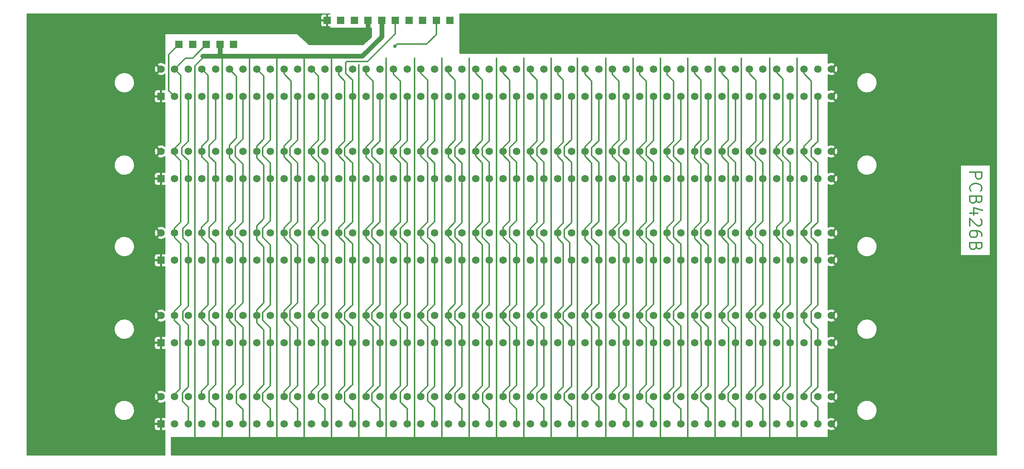
<source format=gbr>
%TF.GenerationSoftware,KiCad,Pcbnew,(6.0.0)*%
%TF.CreationDate,2022-01-24T17:49:48-05:00*%
%TF.ProjectId,crusader 2 backplane,63727573-6164-4657-9220-32206261636b,rev?*%
%TF.SameCoordinates,Original*%
%TF.FileFunction,Copper,L1,Top*%
%TF.FilePolarity,Positive*%
%FSLAX46Y46*%
G04 Gerber Fmt 4.6, Leading zero omitted, Abs format (unit mm)*
G04 Created by KiCad (PCBNEW (6.0.0)) date 2022-01-24 17:49:48*
%MOMM*%
%LPD*%
G01*
G04 APERTURE LIST*
%ADD10C,0.300000*%
%TA.AperFunction,NonConductor*%
%ADD11C,0.300000*%
%TD*%
%TA.AperFunction,ComponentPad*%
%ADD12R,1.700000X1.700000*%
%TD*%
%TA.AperFunction,ComponentPad*%
%ADD13R,1.755000X1.755000*%
%TD*%
%TA.AperFunction,ComponentPad*%
%ADD14C,1.755000*%
%TD*%
%TA.AperFunction,ComponentPad*%
%ADD15R,2.800000X2.800000*%
%TD*%
%TA.AperFunction,ComponentPad*%
%ADD16O,2.800000X2.800000*%
%TD*%
%TA.AperFunction,ViaPad*%
%ADD17C,0.800000*%
%TD*%
%TA.AperFunction,Conductor*%
%ADD18C,1.100000*%
%TD*%
%TA.AperFunction,Conductor*%
%ADD19C,0.350000*%
%TD*%
G04 APERTURE END LIST*
D10*
D11*
X256849333Y-77340666D02*
X259649333Y-77340666D01*
X259649333Y-78407333D01*
X259516000Y-78674000D01*
X259382666Y-78807333D01*
X259116000Y-78940666D01*
X258716000Y-78940666D01*
X258449333Y-78807333D01*
X258316000Y-78674000D01*
X258182666Y-78407333D01*
X258182666Y-77340666D01*
X257116000Y-81740666D02*
X256982666Y-81607333D01*
X256849333Y-81207333D01*
X256849333Y-80940666D01*
X256982666Y-80540666D01*
X257249333Y-80274000D01*
X257516000Y-80140666D01*
X258049333Y-80007333D01*
X258449333Y-80007333D01*
X258982666Y-80140666D01*
X259249333Y-80274000D01*
X259516000Y-80540666D01*
X259649333Y-80940666D01*
X259649333Y-81207333D01*
X259516000Y-81607333D01*
X259382666Y-81740666D01*
X258316000Y-83874000D02*
X258182666Y-84274000D01*
X258049333Y-84407333D01*
X257782666Y-84540666D01*
X257382666Y-84540666D01*
X257116000Y-84407333D01*
X256982666Y-84274000D01*
X256849333Y-84007333D01*
X256849333Y-82940666D01*
X259649333Y-82940666D01*
X259649333Y-83874000D01*
X259516000Y-84140666D01*
X259382666Y-84274000D01*
X259116000Y-84407333D01*
X258849333Y-84407333D01*
X258582666Y-84274000D01*
X258449333Y-84140666D01*
X258316000Y-83874000D01*
X258316000Y-82940666D01*
X258716000Y-86940666D02*
X256849333Y-86940666D01*
X259782666Y-86274000D02*
X257782666Y-85607333D01*
X257782666Y-87340666D01*
X259382666Y-88274000D02*
X259516000Y-88407333D01*
X259649333Y-88674000D01*
X259649333Y-89340666D01*
X259516000Y-89607333D01*
X259382666Y-89740666D01*
X259116000Y-89874000D01*
X258849333Y-89874000D01*
X258449333Y-89740666D01*
X256849333Y-88140666D01*
X256849333Y-89874000D01*
X259649333Y-92274000D02*
X259649333Y-91740666D01*
X259516000Y-91474000D01*
X259382666Y-91340666D01*
X258982666Y-91074000D01*
X258449333Y-90940666D01*
X257382666Y-90940666D01*
X257116000Y-91074000D01*
X256982666Y-91207333D01*
X256849333Y-91474000D01*
X256849333Y-92007333D01*
X256982666Y-92274000D01*
X257116000Y-92407333D01*
X257382666Y-92540666D01*
X258049333Y-92540666D01*
X258316000Y-92407333D01*
X258449333Y-92274000D01*
X258582666Y-92007333D01*
X258582666Y-91474000D01*
X258449333Y-91207333D01*
X258316000Y-91074000D01*
X258049333Y-90940666D01*
X258316000Y-94674000D02*
X258182666Y-95074000D01*
X258049333Y-95207333D01*
X257782666Y-95340666D01*
X257382666Y-95340666D01*
X257116000Y-95207333D01*
X256982666Y-95074000D01*
X256849333Y-94807333D01*
X256849333Y-93740666D01*
X259649333Y-93740666D01*
X259649333Y-94674000D01*
X259516000Y-94940666D01*
X259382666Y-95074000D01*
X259116000Y-95207333D01*
X258849333Y-95207333D01*
X258582666Y-95074000D01*
X258449333Y-94940666D01*
X258316000Y-94674000D01*
X258316000Y-93740666D01*
D12*
%TO.P,J7,1,Pin_1*%
%TO.N,GND*%
X76231000Y-47664000D03*
%TD*%
%TO.P,J11,1,Pin_1*%
%TO.N,VCC*%
X107436000Y-42074000D03*
%TD*%
D13*
%TO.P,J1,1,1*%
%TO.N,VCC*%
X68846000Y-117084000D03*
D14*
%TO.P,J1,2,2*%
X68846000Y-110734000D03*
%TO.P,J1,3,3*%
%TO.N,/3*%
X72026000Y-117084000D03*
%TO.P,J1,4,4*%
%TO.N,/4*%
X72026000Y-110734000D03*
%TO.P,J1,5,5*%
%TO.N,/5*%
X75206000Y-117084000D03*
%TO.P,J1,6,6*%
%TO.N,/6*%
X75206000Y-110734000D03*
%TO.P,J1,7,7*%
%TO.N,/7*%
X78386000Y-117084000D03*
%TO.P,J1,8,8*%
%TO.N,/8*%
X78386000Y-110734000D03*
%TO.P,J1,9,9*%
%TO.N,/9*%
X81566000Y-117084000D03*
%TO.P,J1,10,10*%
%TO.N,/10*%
X81566000Y-110734000D03*
%TO.P,J1,11,11*%
%TO.N,/11*%
X84746000Y-117084000D03*
%TO.P,J1,12,12*%
%TO.N,/12*%
X84746000Y-110734000D03*
%TO.P,J1,13,13*%
%TO.N,/13*%
X87926000Y-117084000D03*
%TO.P,J1,14,14*%
%TO.N,/14*%
X87926000Y-110734000D03*
%TO.P,J1,15,15*%
%TO.N,/15*%
X91106000Y-117084000D03*
%TO.P,J1,16,16*%
%TO.N,/16*%
X91106000Y-110734000D03*
%TO.P,J1,17,17*%
%TO.N,/17*%
X94286000Y-117084000D03*
%TO.P,J1,18,18*%
%TO.N,/18*%
X94286000Y-110734000D03*
%TO.P,J1,19,19*%
%TO.N,/19*%
X97466000Y-117084000D03*
%TO.P,J1,20,20*%
%TO.N,/20*%
X97466000Y-110734000D03*
%TO.P,J1,21,21*%
%TO.N,/21*%
X100646000Y-117084000D03*
%TO.P,J1,22,22*%
%TO.N,/22*%
X100646000Y-110734000D03*
%TO.P,J1,23,23*%
%TO.N,/23*%
X103826000Y-117084000D03*
%TO.P,J1,24,24*%
%TO.N,/24*%
X103826000Y-110734000D03*
%TO.P,J1,25,25*%
%TO.N,/25*%
X107006000Y-117084000D03*
%TO.P,J1,26,26*%
%TO.N,/26*%
X107006000Y-110734000D03*
%TO.P,J1,27,27*%
%TO.N,/27*%
X110186000Y-117084000D03*
%TO.P,J1,28,28*%
%TO.N,/28*%
X110186000Y-110734000D03*
%TO.P,J1,29,29*%
%TO.N,/29*%
X113366000Y-117084000D03*
%TO.P,J1,30,30*%
%TO.N,/30*%
X113366000Y-110734000D03*
%TO.P,J1,31,31*%
%TO.N,/31*%
X116546000Y-117084000D03*
%TO.P,J1,32,32*%
%TO.N,/32*%
X116546000Y-110734000D03*
%TO.P,J1,33,33*%
%TO.N,/33*%
X119726000Y-117084000D03*
%TO.P,J1,34,34*%
%TO.N,/34*%
X119726000Y-110734000D03*
%TO.P,J1,35,35*%
%TO.N,/35*%
X122906000Y-117084000D03*
%TO.P,J1,36,36*%
%TO.N,/36*%
X122906000Y-110734000D03*
%TO.P,J1,37,37*%
%TO.N,/37*%
X126086000Y-117084000D03*
%TO.P,J1,38,38*%
%TO.N,/38*%
X126086000Y-110734000D03*
%TO.P,J1,39,39*%
%TO.N,/39*%
X129266000Y-117084000D03*
%TO.P,J1,40,40*%
%TO.N,/40*%
X129266000Y-110734000D03*
%TO.P,J1,41,41*%
%TO.N,/41*%
X132446000Y-117084000D03*
%TO.P,J1,42,42*%
%TO.N,/42*%
X132446000Y-110734000D03*
%TO.P,J1,43,43*%
%TO.N,/43*%
X135626000Y-117084000D03*
%TO.P,J1,44,44*%
%TO.N,/44*%
X135626000Y-110734000D03*
%TO.P,J1,45,45*%
%TO.N,/45*%
X138806000Y-117084000D03*
%TO.P,J1,46,46*%
%TO.N,/46*%
X138806000Y-110734000D03*
%TO.P,J1,47,47*%
%TO.N,/47*%
X141986000Y-117084000D03*
%TO.P,J1,48,48*%
%TO.N,/48*%
X141986000Y-110734000D03*
%TO.P,J1,49,49*%
%TO.N,/49*%
X145166000Y-117084000D03*
%TO.P,J1,50,50*%
%TO.N,/50*%
X145166000Y-110734000D03*
%TO.P,J1,51,51*%
%TO.N,/51*%
X148346000Y-117084000D03*
%TO.P,J1,52,52*%
%TO.N,/52*%
X148346000Y-110734000D03*
%TO.P,J1,53,53*%
%TO.N,/53*%
X151526000Y-117084000D03*
%TO.P,J1,54,54*%
%TO.N,/54*%
X151526000Y-110734000D03*
%TO.P,J1,55,55*%
%TO.N,/55*%
X154706000Y-117084000D03*
%TO.P,J1,56,56*%
%TO.N,/56*%
X154706000Y-110734000D03*
%TO.P,J1,57,57*%
%TO.N,/57*%
X157886000Y-117084000D03*
%TO.P,J1,58,58*%
%TO.N,/58*%
X157886000Y-110734000D03*
%TO.P,J1,59,59*%
%TO.N,/59*%
X161066000Y-117084000D03*
%TO.P,J1,60,60*%
%TO.N,/60*%
X161066000Y-110734000D03*
%TO.P,J1,61,61*%
%TO.N,/61*%
X164246000Y-117084000D03*
%TO.P,J1,62,62*%
%TO.N,/62*%
X164246000Y-110734000D03*
%TO.P,J1,63,63*%
%TO.N,/63*%
X167426000Y-117084000D03*
%TO.P,J1,64,64*%
%TO.N,/64*%
X167426000Y-110734000D03*
%TO.P,J1,65,65*%
%TO.N,/65*%
X170606000Y-117084000D03*
%TO.P,J1,66,66*%
%TO.N,/66*%
X170606000Y-110734000D03*
%TO.P,J1,67,67*%
%TO.N,/67*%
X173786000Y-117084000D03*
%TO.P,J1,68,68*%
%TO.N,/68*%
X173786000Y-110734000D03*
%TO.P,J1,69,69*%
%TO.N,/69*%
X176966000Y-117084000D03*
%TO.P,J1,70,70*%
%TO.N,/70*%
X176966000Y-110734000D03*
%TO.P,J1,71,71*%
%TO.N,/71*%
X180146000Y-117084000D03*
%TO.P,J1,72,72*%
%TO.N,/72*%
X180146000Y-110734000D03*
%TO.P,J1,73,73*%
%TO.N,/73*%
X183326000Y-117084000D03*
%TO.P,J1,74,74*%
%TO.N,/74*%
X183326000Y-110734000D03*
%TO.P,J1,75,75*%
%TO.N,/75*%
X186506000Y-117084000D03*
%TO.P,J1,76,76*%
%TO.N,/76*%
X186506000Y-110734000D03*
%TO.P,J1,77,77*%
%TO.N,/77*%
X189686000Y-117084000D03*
%TO.P,J1,78,78*%
%TO.N,/78*%
X189686000Y-110734000D03*
%TO.P,J1,79,79*%
%TO.N,/79*%
X192866000Y-117084000D03*
%TO.P,J1,80,80*%
%TO.N,/80*%
X192866000Y-110734000D03*
%TO.P,J1,81,81*%
%TO.N,/81*%
X196046000Y-117084000D03*
%TO.P,J1,82,82*%
%TO.N,/82*%
X196046000Y-110734000D03*
%TO.P,J1,83,83*%
%TO.N,/83*%
X199226000Y-117084000D03*
%TO.P,J1,84,84*%
%TO.N,/84*%
X199226000Y-110734000D03*
%TO.P,J1,85,85*%
%TO.N,/85*%
X202406000Y-117084000D03*
%TO.P,J1,86,86*%
%TO.N,/86*%
X202406000Y-110734000D03*
%TO.P,J1,87,87*%
%TO.N,/87*%
X205586000Y-117084000D03*
%TO.P,J1,88,88*%
%TO.N,/88*%
X205586000Y-110734000D03*
%TO.P,J1,89,89*%
%TO.N,/89*%
X208766000Y-117084000D03*
%TO.P,J1,90,90*%
%TO.N,/90*%
X208766000Y-110734000D03*
%TO.P,J1,91,91*%
%TO.N,/91*%
X211946000Y-117084000D03*
%TO.P,J1,92,92*%
%TO.N,/92*%
X211946000Y-110734000D03*
%TO.P,J1,93,93*%
%TO.N,/93*%
X215126000Y-117084000D03*
%TO.P,J1,94,94*%
%TO.N,/94*%
X215126000Y-110734000D03*
%TO.P,J1,95,95*%
%TO.N,/95*%
X218306000Y-117084000D03*
%TO.P,J1,96,96*%
%TO.N,/96*%
X218306000Y-110734000D03*
%TO.P,J1,97,97*%
%TO.N,/97*%
X221486000Y-117084000D03*
%TO.P,J1,98,98*%
%TO.N,/98*%
X221486000Y-110734000D03*
%TO.P,J1,99,99*%
%TO.N,GND*%
X224666000Y-117084000D03*
%TO.P,J1,100,100*%
X224666000Y-110734000D03*
%TD*%
D12*
%TO.P,J9,1,Pin_1*%
%TO.N,GND*%
X82581000Y-47664000D03*
%TD*%
D13*
%TO.P,J5,1,1*%
%TO.N,VCC*%
X68846000Y-135974000D03*
D14*
%TO.P,J5,2,2*%
X68846000Y-129624000D03*
%TO.P,J5,3,3*%
%TO.N,/3*%
X72026000Y-135974000D03*
%TO.P,J5,4,4*%
%TO.N,/4*%
X72026000Y-129624000D03*
%TO.P,J5,5,5*%
%TO.N,/5*%
X75206000Y-135974000D03*
%TO.P,J5,6,6*%
%TO.N,/6*%
X75206000Y-129624000D03*
%TO.P,J5,7,7*%
%TO.N,/7*%
X78386000Y-135974000D03*
%TO.P,J5,8,8*%
%TO.N,/8*%
X78386000Y-129624000D03*
%TO.P,J5,9,9*%
%TO.N,/9*%
X81566000Y-135974000D03*
%TO.P,J5,10,10*%
%TO.N,/10*%
X81566000Y-129624000D03*
%TO.P,J5,11,11*%
%TO.N,/11*%
X84746000Y-135974000D03*
%TO.P,J5,12,12*%
%TO.N,/12*%
X84746000Y-129624000D03*
%TO.P,J5,13,13*%
%TO.N,/13*%
X87926000Y-135974000D03*
%TO.P,J5,14,14*%
%TO.N,/14*%
X87926000Y-129624000D03*
%TO.P,J5,15,15*%
%TO.N,/15*%
X91106000Y-135974000D03*
%TO.P,J5,16,16*%
%TO.N,/16*%
X91106000Y-129624000D03*
%TO.P,J5,17,17*%
%TO.N,/17*%
X94286000Y-135974000D03*
%TO.P,J5,18,18*%
%TO.N,/18*%
X94286000Y-129624000D03*
%TO.P,J5,19,19*%
%TO.N,/19*%
X97466000Y-135974000D03*
%TO.P,J5,20,20*%
%TO.N,/20*%
X97466000Y-129624000D03*
%TO.P,J5,21,21*%
%TO.N,/21*%
X100646000Y-135974000D03*
%TO.P,J5,22,22*%
%TO.N,/22*%
X100646000Y-129624000D03*
%TO.P,J5,23,23*%
%TO.N,/23*%
X103826000Y-135974000D03*
%TO.P,J5,24,24*%
%TO.N,/24*%
X103826000Y-129624000D03*
%TO.P,J5,25,25*%
%TO.N,/25*%
X107006000Y-135974000D03*
%TO.P,J5,26,26*%
%TO.N,/26*%
X107006000Y-129624000D03*
%TO.P,J5,27,27*%
%TO.N,/27*%
X110186000Y-135974000D03*
%TO.P,J5,28,28*%
%TO.N,/28*%
X110186000Y-129624000D03*
%TO.P,J5,29,29*%
%TO.N,/29*%
X113366000Y-135974000D03*
%TO.P,J5,30,30*%
%TO.N,/30*%
X113366000Y-129624000D03*
%TO.P,J5,31,31*%
%TO.N,/31*%
X116546000Y-135974000D03*
%TO.P,J5,32,32*%
%TO.N,/32*%
X116546000Y-129624000D03*
%TO.P,J5,33,33*%
%TO.N,/33*%
X119726000Y-135974000D03*
%TO.P,J5,34,34*%
%TO.N,/34*%
X119726000Y-129624000D03*
%TO.P,J5,35,35*%
%TO.N,/35*%
X122906000Y-135974000D03*
%TO.P,J5,36,36*%
%TO.N,/36*%
X122906000Y-129624000D03*
%TO.P,J5,37,37*%
%TO.N,/37*%
X126086000Y-135974000D03*
%TO.P,J5,38,38*%
%TO.N,/38*%
X126086000Y-129624000D03*
%TO.P,J5,39,39*%
%TO.N,/39*%
X129266000Y-135974000D03*
%TO.P,J5,40,40*%
%TO.N,/40*%
X129266000Y-129624000D03*
%TO.P,J5,41,41*%
%TO.N,/41*%
X132446000Y-135974000D03*
%TO.P,J5,42,42*%
%TO.N,/42*%
X132446000Y-129624000D03*
%TO.P,J5,43,43*%
%TO.N,/43*%
X135626000Y-135974000D03*
%TO.P,J5,44,44*%
%TO.N,/44*%
X135626000Y-129624000D03*
%TO.P,J5,45,45*%
%TO.N,/45*%
X138806000Y-135974000D03*
%TO.P,J5,46,46*%
%TO.N,/46*%
X138806000Y-129624000D03*
%TO.P,J5,47,47*%
%TO.N,/47*%
X141986000Y-135974000D03*
%TO.P,J5,48,48*%
%TO.N,/48*%
X141986000Y-129624000D03*
%TO.P,J5,49,49*%
%TO.N,/49*%
X145166000Y-135974000D03*
%TO.P,J5,50,50*%
%TO.N,/50*%
X145166000Y-129624000D03*
%TO.P,J5,51,51*%
%TO.N,/51*%
X148346000Y-135974000D03*
%TO.P,J5,52,52*%
%TO.N,/52*%
X148346000Y-129624000D03*
%TO.P,J5,53,53*%
%TO.N,/53*%
X151526000Y-135974000D03*
%TO.P,J5,54,54*%
%TO.N,/54*%
X151526000Y-129624000D03*
%TO.P,J5,55,55*%
%TO.N,/55*%
X154706000Y-135974000D03*
%TO.P,J5,56,56*%
%TO.N,/56*%
X154706000Y-129624000D03*
%TO.P,J5,57,57*%
%TO.N,/57*%
X157886000Y-135974000D03*
%TO.P,J5,58,58*%
%TO.N,/58*%
X157886000Y-129624000D03*
%TO.P,J5,59,59*%
%TO.N,/59*%
X161066000Y-135974000D03*
%TO.P,J5,60,60*%
%TO.N,/60*%
X161066000Y-129624000D03*
%TO.P,J5,61,61*%
%TO.N,/61*%
X164246000Y-135974000D03*
%TO.P,J5,62,62*%
%TO.N,/62*%
X164246000Y-129624000D03*
%TO.P,J5,63,63*%
%TO.N,/63*%
X167426000Y-135974000D03*
%TO.P,J5,64,64*%
%TO.N,/64*%
X167426000Y-129624000D03*
%TO.P,J5,65,65*%
%TO.N,/65*%
X170606000Y-135974000D03*
%TO.P,J5,66,66*%
%TO.N,/66*%
X170606000Y-129624000D03*
%TO.P,J5,67,67*%
%TO.N,/67*%
X173786000Y-135974000D03*
%TO.P,J5,68,68*%
%TO.N,/68*%
X173786000Y-129624000D03*
%TO.P,J5,69,69*%
%TO.N,/69*%
X176966000Y-135974000D03*
%TO.P,J5,70,70*%
%TO.N,/70*%
X176966000Y-129624000D03*
%TO.P,J5,71,71*%
%TO.N,/71*%
X180146000Y-135974000D03*
%TO.P,J5,72,72*%
%TO.N,/72*%
X180146000Y-129624000D03*
%TO.P,J5,73,73*%
%TO.N,/73*%
X183326000Y-135974000D03*
%TO.P,J5,74,74*%
%TO.N,/74*%
X183326000Y-129624000D03*
%TO.P,J5,75,75*%
%TO.N,/75*%
X186506000Y-135974000D03*
%TO.P,J5,76,76*%
%TO.N,/76*%
X186506000Y-129624000D03*
%TO.P,J5,77,77*%
%TO.N,/77*%
X189686000Y-135974000D03*
%TO.P,J5,78,78*%
%TO.N,/78*%
X189686000Y-129624000D03*
%TO.P,J5,79,79*%
%TO.N,/79*%
X192866000Y-135974000D03*
%TO.P,J5,80,80*%
%TO.N,/80*%
X192866000Y-129624000D03*
%TO.P,J5,81,81*%
%TO.N,/81*%
X196046000Y-135974000D03*
%TO.P,J5,82,82*%
%TO.N,/82*%
X196046000Y-129624000D03*
%TO.P,J5,83,83*%
%TO.N,/83*%
X199226000Y-135974000D03*
%TO.P,J5,84,84*%
%TO.N,/84*%
X199226000Y-129624000D03*
%TO.P,J5,85,85*%
%TO.N,/85*%
X202406000Y-135974000D03*
%TO.P,J5,86,86*%
%TO.N,/86*%
X202406000Y-129624000D03*
%TO.P,J5,87,87*%
%TO.N,/87*%
X205586000Y-135974000D03*
%TO.P,J5,88,88*%
%TO.N,/88*%
X205586000Y-129624000D03*
%TO.P,J5,89,89*%
%TO.N,/89*%
X208766000Y-135974000D03*
%TO.P,J5,90,90*%
%TO.N,/90*%
X208766000Y-129624000D03*
%TO.P,J5,91,91*%
%TO.N,/91*%
X211946000Y-135974000D03*
%TO.P,J5,92,92*%
%TO.N,/92*%
X211946000Y-129624000D03*
%TO.P,J5,93,93*%
%TO.N,/93*%
X215126000Y-135974000D03*
%TO.P,J5,94,94*%
%TO.N,/94*%
X215126000Y-129624000D03*
%TO.P,J5,95,95*%
%TO.N,/95*%
X218306000Y-135974000D03*
%TO.P,J5,96,96*%
%TO.N,/96*%
X218306000Y-129624000D03*
%TO.P,J5,97,97*%
%TO.N,/97*%
X221486000Y-135974000D03*
%TO.P,J5,98,98*%
%TO.N,/98*%
X221486000Y-129624000D03*
%TO.P,J5,99,99*%
%TO.N,GND*%
X224666000Y-135974000D03*
%TO.P,J5,100,100*%
X224666000Y-129624000D03*
%TD*%
D12*
%TO.P,J16,1,Pin_1*%
%TO.N,/29*%
X123311000Y-42074000D03*
%TD*%
%TO.P,J18,1,Pin_1*%
%TO.N,GND*%
X129661000Y-42074000D03*
%TD*%
%TO.P,J17,1,Pin_1*%
%TO.N,unconnected-(J17-Pad1)*%
X126486000Y-42074000D03*
%TD*%
D13*
%TO.P,J4,1,1*%
%TO.N,VCC*%
X68846000Y-59714000D03*
D14*
%TO.P,J4,2,2*%
X68846000Y-53364000D03*
%TO.P,J4,3,3*%
%TO.N,/3*%
X72026000Y-59714000D03*
%TO.P,J4,4,4*%
%TO.N,/4*%
X72026000Y-53364000D03*
%TO.P,J4,5,5*%
%TO.N,/5*%
X75206000Y-59714000D03*
%TO.P,J4,6,6*%
%TO.N,/6*%
X75206000Y-53364000D03*
%TO.P,J4,7,7*%
%TO.N,/7*%
X78386000Y-59714000D03*
%TO.P,J4,8,8*%
%TO.N,/8*%
X78386000Y-53364000D03*
%TO.P,J4,9,9*%
%TO.N,/9*%
X81566000Y-59714000D03*
%TO.P,J4,10,10*%
%TO.N,/10*%
X81566000Y-53364000D03*
%TO.P,J4,11,11*%
%TO.N,/11*%
X84746000Y-59714000D03*
%TO.P,J4,12,12*%
%TO.N,/12*%
X84746000Y-53364000D03*
%TO.P,J4,13,13*%
%TO.N,/13*%
X87926000Y-59714000D03*
%TO.P,J4,14,14*%
%TO.N,/14*%
X87926000Y-53364000D03*
%TO.P,J4,15,15*%
%TO.N,/15*%
X91106000Y-59714000D03*
%TO.P,J4,16,16*%
%TO.N,/16*%
X91106000Y-53364000D03*
%TO.P,J4,17,17*%
%TO.N,/17*%
X94286000Y-59714000D03*
%TO.P,J4,18,18*%
%TO.N,/18*%
X94286000Y-53364000D03*
%TO.P,J4,19,19*%
%TO.N,/19*%
X97466000Y-59714000D03*
%TO.P,J4,20,20*%
%TO.N,/20*%
X97466000Y-53364000D03*
%TO.P,J4,21,21*%
%TO.N,/21*%
X100646000Y-59714000D03*
%TO.P,J4,22,22*%
%TO.N,/22*%
X100646000Y-53364000D03*
%TO.P,J4,23,23*%
%TO.N,/23*%
X103826000Y-59714000D03*
%TO.P,J4,24,24*%
%TO.N,/24*%
X103826000Y-53364000D03*
%TO.P,J4,25,25*%
%TO.N,/25*%
X107006000Y-59714000D03*
%TO.P,J4,26,26*%
%TO.N,/26*%
X107006000Y-53364000D03*
%TO.P,J4,27,27*%
%TO.N,/27*%
X110186000Y-59714000D03*
%TO.P,J4,28,28*%
%TO.N,/28*%
X110186000Y-53364000D03*
%TO.P,J4,29,29*%
%TO.N,/29*%
X113366000Y-59714000D03*
%TO.P,J4,30,30*%
%TO.N,/30*%
X113366000Y-53364000D03*
%TO.P,J4,31,31*%
%TO.N,/31*%
X116546000Y-59714000D03*
%TO.P,J4,32,32*%
%TO.N,/32*%
X116546000Y-53364000D03*
%TO.P,J4,33,33*%
%TO.N,/33*%
X119726000Y-59714000D03*
%TO.P,J4,34,34*%
%TO.N,/34*%
X119726000Y-53364000D03*
%TO.P,J4,35,35*%
%TO.N,/35*%
X122906000Y-59714000D03*
%TO.P,J4,36,36*%
%TO.N,/36*%
X122906000Y-53364000D03*
%TO.P,J4,37,37*%
%TO.N,/37*%
X126086000Y-59714000D03*
%TO.P,J4,38,38*%
%TO.N,/38*%
X126086000Y-53364000D03*
%TO.P,J4,39,39*%
%TO.N,/39*%
X129266000Y-59714000D03*
%TO.P,J4,40,40*%
%TO.N,/40*%
X129266000Y-53364000D03*
%TO.P,J4,41,41*%
%TO.N,/41*%
X132446000Y-59714000D03*
%TO.P,J4,42,42*%
%TO.N,/42*%
X132446000Y-53364000D03*
%TO.P,J4,43,43*%
%TO.N,/43*%
X135626000Y-59714000D03*
%TO.P,J4,44,44*%
%TO.N,/44*%
X135626000Y-53364000D03*
%TO.P,J4,45,45*%
%TO.N,/45*%
X138806000Y-59714000D03*
%TO.P,J4,46,46*%
%TO.N,/46*%
X138806000Y-53364000D03*
%TO.P,J4,47,47*%
%TO.N,/47*%
X141986000Y-59714000D03*
%TO.P,J4,48,48*%
%TO.N,/48*%
X141986000Y-53364000D03*
%TO.P,J4,49,49*%
%TO.N,/49*%
X145166000Y-59714000D03*
%TO.P,J4,50,50*%
%TO.N,/50*%
X145166000Y-53364000D03*
%TO.P,J4,51,51*%
%TO.N,/51*%
X148346000Y-59714000D03*
%TO.P,J4,52,52*%
%TO.N,/52*%
X148346000Y-53364000D03*
%TO.P,J4,53,53*%
%TO.N,/53*%
X151526000Y-59714000D03*
%TO.P,J4,54,54*%
%TO.N,/54*%
X151526000Y-53364000D03*
%TO.P,J4,55,55*%
%TO.N,/55*%
X154706000Y-59714000D03*
%TO.P,J4,56,56*%
%TO.N,/56*%
X154706000Y-53364000D03*
%TO.P,J4,57,57*%
%TO.N,/57*%
X157886000Y-59714000D03*
%TO.P,J4,58,58*%
%TO.N,/58*%
X157886000Y-53364000D03*
%TO.P,J4,59,59*%
%TO.N,/59*%
X161066000Y-59714000D03*
%TO.P,J4,60,60*%
%TO.N,/60*%
X161066000Y-53364000D03*
%TO.P,J4,61,61*%
%TO.N,/61*%
X164246000Y-59714000D03*
%TO.P,J4,62,62*%
%TO.N,/62*%
X164246000Y-53364000D03*
%TO.P,J4,63,63*%
%TO.N,/63*%
X167426000Y-59714000D03*
%TO.P,J4,64,64*%
%TO.N,/64*%
X167426000Y-53364000D03*
%TO.P,J4,65,65*%
%TO.N,/65*%
X170606000Y-59714000D03*
%TO.P,J4,66,66*%
%TO.N,/66*%
X170606000Y-53364000D03*
%TO.P,J4,67,67*%
%TO.N,/67*%
X173786000Y-59714000D03*
%TO.P,J4,68,68*%
%TO.N,/68*%
X173786000Y-53364000D03*
%TO.P,J4,69,69*%
%TO.N,/69*%
X176966000Y-59714000D03*
%TO.P,J4,70,70*%
%TO.N,/70*%
X176966000Y-53364000D03*
%TO.P,J4,71,71*%
%TO.N,/71*%
X180146000Y-59714000D03*
%TO.P,J4,72,72*%
%TO.N,/72*%
X180146000Y-53364000D03*
%TO.P,J4,73,73*%
%TO.N,/73*%
X183326000Y-59714000D03*
%TO.P,J4,74,74*%
%TO.N,/74*%
X183326000Y-53364000D03*
%TO.P,J4,75,75*%
%TO.N,/75*%
X186506000Y-59714000D03*
%TO.P,J4,76,76*%
%TO.N,/76*%
X186506000Y-53364000D03*
%TO.P,J4,77,77*%
%TO.N,/77*%
X189686000Y-59714000D03*
%TO.P,J4,78,78*%
%TO.N,/78*%
X189686000Y-53364000D03*
%TO.P,J4,79,79*%
%TO.N,/79*%
X192866000Y-59714000D03*
%TO.P,J4,80,80*%
%TO.N,/80*%
X192866000Y-53364000D03*
%TO.P,J4,81,81*%
%TO.N,/81*%
X196046000Y-59714000D03*
%TO.P,J4,82,82*%
%TO.N,/82*%
X196046000Y-53364000D03*
%TO.P,J4,83,83*%
%TO.N,/83*%
X199226000Y-59714000D03*
%TO.P,J4,84,84*%
%TO.N,/84*%
X199226000Y-53364000D03*
%TO.P,J4,85,85*%
%TO.N,/85*%
X202406000Y-59714000D03*
%TO.P,J4,86,86*%
%TO.N,/86*%
X202406000Y-53364000D03*
%TO.P,J4,87,87*%
%TO.N,/87*%
X205586000Y-59714000D03*
%TO.P,J4,88,88*%
%TO.N,/88*%
X205586000Y-53364000D03*
%TO.P,J4,89,89*%
%TO.N,/89*%
X208766000Y-59714000D03*
%TO.P,J4,90,90*%
%TO.N,/90*%
X208766000Y-53364000D03*
%TO.P,J4,91,91*%
%TO.N,/91*%
X211946000Y-59714000D03*
%TO.P,J4,92,92*%
%TO.N,/92*%
X211946000Y-53364000D03*
%TO.P,J4,93,93*%
%TO.N,/93*%
X215126000Y-59714000D03*
%TO.P,J4,94,94*%
%TO.N,/94*%
X215126000Y-53364000D03*
%TO.P,J4,95,95*%
%TO.N,/95*%
X218306000Y-59714000D03*
%TO.P,J4,96,96*%
%TO.N,/96*%
X218306000Y-53364000D03*
%TO.P,J4,97,97*%
%TO.N,/97*%
X221486000Y-59714000D03*
%TO.P,J4,98,98*%
%TO.N,/98*%
X221486000Y-53364000D03*
%TO.P,J4,99,99*%
%TO.N,GND*%
X224666000Y-59714000D03*
%TO.P,J4,100,100*%
X224666000Y-53364000D03*
%TD*%
D12*
%TO.P,J13,1,Pin_1*%
%TO.N,GND*%
X113786000Y-42074000D03*
%TD*%
%TO.P,J10,1,Pin_1*%
%TO.N,/3*%
X85756000Y-47664000D03*
%TD*%
%TO.P,J6,1,Pin_1*%
%TO.N,/3*%
X73056000Y-47664000D03*
%TD*%
D13*
%TO.P,J3,1,1*%
%TO.N,VCC*%
X68846000Y-78894000D03*
D14*
%TO.P,J3,2,2*%
X68846000Y-72544000D03*
%TO.P,J3,3,3*%
%TO.N,/3*%
X72026000Y-78894000D03*
%TO.P,J3,4,4*%
%TO.N,/4*%
X72026000Y-72544000D03*
%TO.P,J3,5,5*%
%TO.N,/5*%
X75206000Y-78894000D03*
%TO.P,J3,6,6*%
%TO.N,/6*%
X75206000Y-72544000D03*
%TO.P,J3,7,7*%
%TO.N,/7*%
X78386000Y-78894000D03*
%TO.P,J3,8,8*%
%TO.N,/8*%
X78386000Y-72544000D03*
%TO.P,J3,9,9*%
%TO.N,/9*%
X81566000Y-78894000D03*
%TO.P,J3,10,10*%
%TO.N,/10*%
X81566000Y-72544000D03*
%TO.P,J3,11,11*%
%TO.N,/11*%
X84746000Y-78894000D03*
%TO.P,J3,12,12*%
%TO.N,/12*%
X84746000Y-72544000D03*
%TO.P,J3,13,13*%
%TO.N,/13*%
X87926000Y-78894000D03*
%TO.P,J3,14,14*%
%TO.N,/14*%
X87926000Y-72544000D03*
%TO.P,J3,15,15*%
%TO.N,/15*%
X91106000Y-78894000D03*
%TO.P,J3,16,16*%
%TO.N,/16*%
X91106000Y-72544000D03*
%TO.P,J3,17,17*%
%TO.N,/17*%
X94286000Y-78894000D03*
%TO.P,J3,18,18*%
%TO.N,/18*%
X94286000Y-72544000D03*
%TO.P,J3,19,19*%
%TO.N,/19*%
X97466000Y-78894000D03*
%TO.P,J3,20,20*%
%TO.N,/20*%
X97466000Y-72544000D03*
%TO.P,J3,21,21*%
%TO.N,/21*%
X100646000Y-78894000D03*
%TO.P,J3,22,22*%
%TO.N,/22*%
X100646000Y-72544000D03*
%TO.P,J3,23,23*%
%TO.N,/23*%
X103826000Y-78894000D03*
%TO.P,J3,24,24*%
%TO.N,/24*%
X103826000Y-72544000D03*
%TO.P,J3,25,25*%
%TO.N,/25*%
X107006000Y-78894000D03*
%TO.P,J3,26,26*%
%TO.N,/26*%
X107006000Y-72544000D03*
%TO.P,J3,27,27*%
%TO.N,/27*%
X110186000Y-78894000D03*
%TO.P,J3,28,28*%
%TO.N,/28*%
X110186000Y-72544000D03*
%TO.P,J3,29,29*%
%TO.N,/29*%
X113366000Y-78894000D03*
%TO.P,J3,30,30*%
%TO.N,/30*%
X113366000Y-72544000D03*
%TO.P,J3,31,31*%
%TO.N,/31*%
X116546000Y-78894000D03*
%TO.P,J3,32,32*%
%TO.N,/32*%
X116546000Y-72544000D03*
%TO.P,J3,33,33*%
%TO.N,/33*%
X119726000Y-78894000D03*
%TO.P,J3,34,34*%
%TO.N,/34*%
X119726000Y-72544000D03*
%TO.P,J3,35,35*%
%TO.N,/35*%
X122906000Y-78894000D03*
%TO.P,J3,36,36*%
%TO.N,/36*%
X122906000Y-72544000D03*
%TO.P,J3,37,37*%
%TO.N,/37*%
X126086000Y-78894000D03*
%TO.P,J3,38,38*%
%TO.N,/38*%
X126086000Y-72544000D03*
%TO.P,J3,39,39*%
%TO.N,/39*%
X129266000Y-78894000D03*
%TO.P,J3,40,40*%
%TO.N,/40*%
X129266000Y-72544000D03*
%TO.P,J3,41,41*%
%TO.N,/41*%
X132446000Y-78894000D03*
%TO.P,J3,42,42*%
%TO.N,/42*%
X132446000Y-72544000D03*
%TO.P,J3,43,43*%
%TO.N,/43*%
X135626000Y-78894000D03*
%TO.P,J3,44,44*%
%TO.N,/44*%
X135626000Y-72544000D03*
%TO.P,J3,45,45*%
%TO.N,/45*%
X138806000Y-78894000D03*
%TO.P,J3,46,46*%
%TO.N,/46*%
X138806000Y-72544000D03*
%TO.P,J3,47,47*%
%TO.N,/47*%
X141986000Y-78894000D03*
%TO.P,J3,48,48*%
%TO.N,/48*%
X141986000Y-72544000D03*
%TO.P,J3,49,49*%
%TO.N,/49*%
X145166000Y-78894000D03*
%TO.P,J3,50,50*%
%TO.N,/50*%
X145166000Y-72544000D03*
%TO.P,J3,51,51*%
%TO.N,/51*%
X148346000Y-78894000D03*
%TO.P,J3,52,52*%
%TO.N,/52*%
X148346000Y-72544000D03*
%TO.P,J3,53,53*%
%TO.N,/53*%
X151526000Y-78894000D03*
%TO.P,J3,54,54*%
%TO.N,/54*%
X151526000Y-72544000D03*
%TO.P,J3,55,55*%
%TO.N,/55*%
X154706000Y-78894000D03*
%TO.P,J3,56,56*%
%TO.N,/56*%
X154706000Y-72544000D03*
%TO.P,J3,57,57*%
%TO.N,/57*%
X157886000Y-78894000D03*
%TO.P,J3,58,58*%
%TO.N,/58*%
X157886000Y-72544000D03*
%TO.P,J3,59,59*%
%TO.N,/59*%
X161066000Y-78894000D03*
%TO.P,J3,60,60*%
%TO.N,/60*%
X161066000Y-72544000D03*
%TO.P,J3,61,61*%
%TO.N,/61*%
X164246000Y-78894000D03*
%TO.P,J3,62,62*%
%TO.N,/62*%
X164246000Y-72544000D03*
%TO.P,J3,63,63*%
%TO.N,/63*%
X167426000Y-78894000D03*
%TO.P,J3,64,64*%
%TO.N,/64*%
X167426000Y-72544000D03*
%TO.P,J3,65,65*%
%TO.N,/65*%
X170606000Y-78894000D03*
%TO.P,J3,66,66*%
%TO.N,/66*%
X170606000Y-72544000D03*
%TO.P,J3,67,67*%
%TO.N,/67*%
X173786000Y-78894000D03*
%TO.P,J3,68,68*%
%TO.N,/68*%
X173786000Y-72544000D03*
%TO.P,J3,69,69*%
%TO.N,/69*%
X176966000Y-78894000D03*
%TO.P,J3,70,70*%
%TO.N,/70*%
X176966000Y-72544000D03*
%TO.P,J3,71,71*%
%TO.N,/71*%
X180146000Y-78894000D03*
%TO.P,J3,72,72*%
%TO.N,/72*%
X180146000Y-72544000D03*
%TO.P,J3,73,73*%
%TO.N,/73*%
X183326000Y-78894000D03*
%TO.P,J3,74,74*%
%TO.N,/74*%
X183326000Y-72544000D03*
%TO.P,J3,75,75*%
%TO.N,/75*%
X186506000Y-78894000D03*
%TO.P,J3,76,76*%
%TO.N,/76*%
X186506000Y-72544000D03*
%TO.P,J3,77,77*%
%TO.N,/77*%
X189686000Y-78894000D03*
%TO.P,J3,78,78*%
%TO.N,/78*%
X189686000Y-72544000D03*
%TO.P,J3,79,79*%
%TO.N,/79*%
X192866000Y-78894000D03*
%TO.P,J3,80,80*%
%TO.N,/80*%
X192866000Y-72544000D03*
%TO.P,J3,81,81*%
%TO.N,/81*%
X196046000Y-78894000D03*
%TO.P,J3,82,82*%
%TO.N,/82*%
X196046000Y-72544000D03*
%TO.P,J3,83,83*%
%TO.N,/83*%
X199226000Y-78894000D03*
%TO.P,J3,84,84*%
%TO.N,/84*%
X199226000Y-72544000D03*
%TO.P,J3,85,85*%
%TO.N,/85*%
X202406000Y-78894000D03*
%TO.P,J3,86,86*%
%TO.N,/86*%
X202406000Y-72544000D03*
%TO.P,J3,87,87*%
%TO.N,/87*%
X205586000Y-78894000D03*
%TO.P,J3,88,88*%
%TO.N,/88*%
X205586000Y-72544000D03*
%TO.P,J3,89,89*%
%TO.N,/89*%
X208766000Y-78894000D03*
%TO.P,J3,90,90*%
%TO.N,/90*%
X208766000Y-72544000D03*
%TO.P,J3,91,91*%
%TO.N,/91*%
X211946000Y-78894000D03*
%TO.P,J3,92,92*%
%TO.N,/92*%
X211946000Y-72544000D03*
%TO.P,J3,93,93*%
%TO.N,/93*%
X215126000Y-78894000D03*
%TO.P,J3,94,94*%
%TO.N,/94*%
X215126000Y-72544000D03*
%TO.P,J3,95,95*%
%TO.N,/95*%
X218306000Y-78894000D03*
%TO.P,J3,96,96*%
%TO.N,/96*%
X218306000Y-72544000D03*
%TO.P,J3,97,97*%
%TO.N,/97*%
X221486000Y-78894000D03*
%TO.P,J3,98,98*%
%TO.N,/98*%
X221486000Y-72544000D03*
%TO.P,J3,99,99*%
%TO.N,GND*%
X224666000Y-78894000D03*
%TO.P,J3,100,100*%
X224666000Y-72544000D03*
%TD*%
D12*
%TO.P,J15,1,Pin_1*%
%TO.N,GND*%
X120136000Y-42074000D03*
%TD*%
D13*
%TO.P,J2,1,1*%
%TO.N,VCC*%
X68846000Y-97854000D03*
D14*
%TO.P,J2,2,2*%
X68846000Y-91504000D03*
%TO.P,J2,3,3*%
%TO.N,/3*%
X72026000Y-97854000D03*
%TO.P,J2,4,4*%
%TO.N,/4*%
X72026000Y-91504000D03*
%TO.P,J2,5,5*%
%TO.N,/5*%
X75206000Y-97854000D03*
%TO.P,J2,6,6*%
%TO.N,/6*%
X75206000Y-91504000D03*
%TO.P,J2,7,7*%
%TO.N,/7*%
X78386000Y-97854000D03*
%TO.P,J2,8,8*%
%TO.N,/8*%
X78386000Y-91504000D03*
%TO.P,J2,9,9*%
%TO.N,/9*%
X81566000Y-97854000D03*
%TO.P,J2,10,10*%
%TO.N,/10*%
X81566000Y-91504000D03*
%TO.P,J2,11,11*%
%TO.N,/11*%
X84746000Y-97854000D03*
%TO.P,J2,12,12*%
%TO.N,/12*%
X84746000Y-91504000D03*
%TO.P,J2,13,13*%
%TO.N,/13*%
X87926000Y-97854000D03*
%TO.P,J2,14,14*%
%TO.N,/14*%
X87926000Y-91504000D03*
%TO.P,J2,15,15*%
%TO.N,/15*%
X91106000Y-97854000D03*
%TO.P,J2,16,16*%
%TO.N,/16*%
X91106000Y-91504000D03*
%TO.P,J2,17,17*%
%TO.N,/17*%
X94286000Y-97854000D03*
%TO.P,J2,18,18*%
%TO.N,/18*%
X94286000Y-91504000D03*
%TO.P,J2,19,19*%
%TO.N,/19*%
X97466000Y-97854000D03*
%TO.P,J2,20,20*%
%TO.N,/20*%
X97466000Y-91504000D03*
%TO.P,J2,21,21*%
%TO.N,/21*%
X100646000Y-97854000D03*
%TO.P,J2,22,22*%
%TO.N,/22*%
X100646000Y-91504000D03*
%TO.P,J2,23,23*%
%TO.N,/23*%
X103826000Y-97854000D03*
%TO.P,J2,24,24*%
%TO.N,/24*%
X103826000Y-91504000D03*
%TO.P,J2,25,25*%
%TO.N,/25*%
X107006000Y-97854000D03*
%TO.P,J2,26,26*%
%TO.N,/26*%
X107006000Y-91504000D03*
%TO.P,J2,27,27*%
%TO.N,/27*%
X110186000Y-97854000D03*
%TO.P,J2,28,28*%
%TO.N,/28*%
X110186000Y-91504000D03*
%TO.P,J2,29,29*%
%TO.N,/29*%
X113366000Y-97854000D03*
%TO.P,J2,30,30*%
%TO.N,/30*%
X113366000Y-91504000D03*
%TO.P,J2,31,31*%
%TO.N,/31*%
X116546000Y-97854000D03*
%TO.P,J2,32,32*%
%TO.N,/32*%
X116546000Y-91504000D03*
%TO.P,J2,33,33*%
%TO.N,/33*%
X119726000Y-97854000D03*
%TO.P,J2,34,34*%
%TO.N,/34*%
X119726000Y-91504000D03*
%TO.P,J2,35,35*%
%TO.N,/35*%
X122906000Y-97854000D03*
%TO.P,J2,36,36*%
%TO.N,/36*%
X122906000Y-91504000D03*
%TO.P,J2,37,37*%
%TO.N,/37*%
X126086000Y-97854000D03*
%TO.P,J2,38,38*%
%TO.N,/38*%
X126086000Y-91504000D03*
%TO.P,J2,39,39*%
%TO.N,/39*%
X129266000Y-97854000D03*
%TO.P,J2,40,40*%
%TO.N,/40*%
X129266000Y-91504000D03*
%TO.P,J2,41,41*%
%TO.N,/41*%
X132446000Y-97854000D03*
%TO.P,J2,42,42*%
%TO.N,/42*%
X132446000Y-91504000D03*
%TO.P,J2,43,43*%
%TO.N,/43*%
X135626000Y-97854000D03*
%TO.P,J2,44,44*%
%TO.N,/44*%
X135626000Y-91504000D03*
%TO.P,J2,45,45*%
%TO.N,/45*%
X138806000Y-97854000D03*
%TO.P,J2,46,46*%
%TO.N,/46*%
X138806000Y-91504000D03*
%TO.P,J2,47,47*%
%TO.N,/47*%
X141986000Y-97854000D03*
%TO.P,J2,48,48*%
%TO.N,/48*%
X141986000Y-91504000D03*
%TO.P,J2,49,49*%
%TO.N,/49*%
X145166000Y-97854000D03*
%TO.P,J2,50,50*%
%TO.N,/50*%
X145166000Y-91504000D03*
%TO.P,J2,51,51*%
%TO.N,/51*%
X148346000Y-97854000D03*
%TO.P,J2,52,52*%
%TO.N,/52*%
X148346000Y-91504000D03*
%TO.P,J2,53,53*%
%TO.N,/53*%
X151526000Y-97854000D03*
%TO.P,J2,54,54*%
%TO.N,/54*%
X151526000Y-91504000D03*
%TO.P,J2,55,55*%
%TO.N,/55*%
X154706000Y-97854000D03*
%TO.P,J2,56,56*%
%TO.N,/56*%
X154706000Y-91504000D03*
%TO.P,J2,57,57*%
%TO.N,/57*%
X157886000Y-97854000D03*
%TO.P,J2,58,58*%
%TO.N,/58*%
X157886000Y-91504000D03*
%TO.P,J2,59,59*%
%TO.N,/59*%
X161066000Y-97854000D03*
%TO.P,J2,60,60*%
%TO.N,/60*%
X161066000Y-91504000D03*
%TO.P,J2,61,61*%
%TO.N,/61*%
X164246000Y-97854000D03*
%TO.P,J2,62,62*%
%TO.N,/62*%
X164246000Y-91504000D03*
%TO.P,J2,63,63*%
%TO.N,/63*%
X167426000Y-97854000D03*
%TO.P,J2,64,64*%
%TO.N,/64*%
X167426000Y-91504000D03*
%TO.P,J2,65,65*%
%TO.N,/65*%
X170606000Y-97854000D03*
%TO.P,J2,66,66*%
%TO.N,/66*%
X170606000Y-91504000D03*
%TO.P,J2,67,67*%
%TO.N,/67*%
X173786000Y-97854000D03*
%TO.P,J2,68,68*%
%TO.N,/68*%
X173786000Y-91504000D03*
%TO.P,J2,69,69*%
%TO.N,/69*%
X176966000Y-97854000D03*
%TO.P,J2,70,70*%
%TO.N,/70*%
X176966000Y-91504000D03*
%TO.P,J2,71,71*%
%TO.N,/71*%
X180146000Y-97854000D03*
%TO.P,J2,72,72*%
%TO.N,/72*%
X180146000Y-91504000D03*
%TO.P,J2,73,73*%
%TO.N,/73*%
X183326000Y-97854000D03*
%TO.P,J2,74,74*%
%TO.N,/74*%
X183326000Y-91504000D03*
%TO.P,J2,75,75*%
%TO.N,/75*%
X186506000Y-97854000D03*
%TO.P,J2,76,76*%
%TO.N,/76*%
X186506000Y-91504000D03*
%TO.P,J2,77,77*%
%TO.N,/77*%
X189686000Y-97854000D03*
%TO.P,J2,78,78*%
%TO.N,/78*%
X189686000Y-91504000D03*
%TO.P,J2,79,79*%
%TO.N,/79*%
X192866000Y-97854000D03*
%TO.P,J2,80,80*%
%TO.N,/80*%
X192866000Y-91504000D03*
%TO.P,J2,81,81*%
%TO.N,/81*%
X196046000Y-97854000D03*
%TO.P,J2,82,82*%
%TO.N,/82*%
X196046000Y-91504000D03*
%TO.P,J2,83,83*%
%TO.N,/83*%
X199226000Y-97854000D03*
%TO.P,J2,84,84*%
%TO.N,/84*%
X199226000Y-91504000D03*
%TO.P,J2,85,85*%
%TO.N,/85*%
X202406000Y-97854000D03*
%TO.P,J2,86,86*%
%TO.N,/86*%
X202406000Y-91504000D03*
%TO.P,J2,87,87*%
%TO.N,/87*%
X205586000Y-97854000D03*
%TO.P,J2,88,88*%
%TO.N,/88*%
X205586000Y-91504000D03*
%TO.P,J2,89,89*%
%TO.N,/89*%
X208766000Y-97854000D03*
%TO.P,J2,90,90*%
%TO.N,/90*%
X208766000Y-91504000D03*
%TO.P,J2,91,91*%
%TO.N,/91*%
X211946000Y-97854000D03*
%TO.P,J2,92,92*%
%TO.N,/92*%
X211946000Y-91504000D03*
%TO.P,J2,93,93*%
%TO.N,/93*%
X215126000Y-97854000D03*
%TO.P,J2,94,94*%
%TO.N,/94*%
X215126000Y-91504000D03*
%TO.P,J2,95,95*%
%TO.N,/95*%
X218306000Y-97854000D03*
%TO.P,J2,96,96*%
%TO.N,/96*%
X218306000Y-91504000D03*
%TO.P,J2,97,97*%
%TO.N,/97*%
X221486000Y-97854000D03*
%TO.P,J2,98,98*%
%TO.N,/98*%
X221486000Y-91504000D03*
%TO.P,J2,99,99*%
%TO.N,GND*%
X224666000Y-97854000D03*
%TO.P,J2,100,100*%
X224666000Y-91504000D03*
%TD*%
D12*
%TO.P,J12,1,Pin_1*%
%TO.N,GND*%
X110611000Y-42074000D03*
%TD*%
D15*
%TO.P,C1,1*%
%TO.N,Net-(C1-Pad1)*%
X91602000Y-43434000D03*
D16*
%TO.P,C1,2*%
%TO.N,Net-(C1-Pad2)*%
X143602000Y-43434000D03*
%TD*%
D12*
%TO.P,J19,1,Pin_1*%
%TO.N,/24*%
X132836000Y-42074000D03*
%TD*%
%TO.P,J14,1,Pin_1*%
%TO.N,VCC*%
X116961000Y-42074000D03*
%TD*%
%TO.P,J8,1,Pin_1*%
%TO.N,/4*%
X79406000Y-47664000D03*
%TD*%
%TO.P,J20,1,Pin_1*%
%TO.N,unconnected-(J20-Pad1)*%
X136011000Y-42074000D03*
%TD*%
D15*
%TO.P,C2,1*%
%TO.N,Net-(C1-Pad1)*%
X95758000Y-43434000D03*
D16*
%TO.P,C2,2*%
%TO.N,Net-(C1-Pad2)*%
X147758000Y-43434000D03*
%TD*%
D17*
%TO.N,VCC*%
X41656000Y-101092000D03*
X52832000Y-41910000D03*
X55880000Y-85598000D03*
X41402000Y-46482000D03*
X42164000Y-121158000D03*
X42164000Y-70104000D03*
X75184000Y-41402000D03*
X42926000Y-139192000D03*
%TO.N,/24*%
X123258000Y-48038000D03*
%TO.N,GND*%
X245618000Y-64008000D03*
X226314000Y-41656000D03*
X172212000Y-41910000D03*
X258064000Y-99314000D03*
X257810000Y-122936000D03*
X198120000Y-42164000D03*
X245872000Y-84836000D03*
X245872000Y-131572000D03*
X257556000Y-49022000D03*
X246126000Y-44450000D03*
X257810000Y-139700000D03*
X258318000Y-73660000D03*
X245872000Y-109220000D03*
%TD*%
D18*
%TO.N,VCC*%
X116961000Y-42074000D02*
X116961000Y-44683000D01*
D19*
%TO.N,/3*%
X70680000Y-58368000D02*
X70680000Y-50040000D01*
X72026000Y-59714000D02*
X70680000Y-58368000D01*
X70680000Y-50040000D02*
X73056000Y-47664000D01*
%TO.N,/4*%
X72026000Y-72544000D02*
X71950000Y-72620000D01*
X72026000Y-109684000D02*
X73474000Y-108236000D01*
X74558000Y-50832000D02*
X76238000Y-50832000D01*
X73278011Y-113120011D02*
X73278011Y-127852011D01*
X71950000Y-72468000D02*
X71950000Y-71914000D01*
X72026000Y-110734000D02*
X72026000Y-111868000D01*
X72026000Y-111868000D02*
X73278011Y-113120011D01*
X72026000Y-110734000D02*
X72026000Y-109684000D01*
X71950000Y-71914000D02*
X73474000Y-70390000D01*
X72026000Y-53364000D02*
X73474000Y-54812000D01*
X72026000Y-91504000D02*
X72026000Y-92564000D01*
X73474000Y-94012000D02*
X73474000Y-108236000D01*
X72026000Y-72544000D02*
X71950000Y-72468000D01*
X72026000Y-129624000D02*
X71950000Y-129548000D01*
X72026000Y-90380000D02*
X73474000Y-88932000D01*
X71950000Y-73184000D02*
X73474000Y-74708000D01*
X76238000Y-50832000D02*
X79406000Y-47664000D01*
X71950000Y-129548000D02*
X71950000Y-129180022D01*
X71950000Y-129180022D02*
X73278011Y-127852011D01*
X72026000Y-53364000D02*
X74558000Y-50832000D01*
X73474000Y-74708000D02*
X73474000Y-88932000D01*
X72026000Y-91504000D02*
X72026000Y-90380000D01*
X73474000Y-54812000D02*
X73474000Y-70390000D01*
X72026000Y-92564000D02*
X73474000Y-94012000D01*
X71950000Y-72620000D02*
X71950000Y-73184000D01*
%TO.N,/5*%
X73953989Y-109788011D02*
X75206000Y-108536000D01*
X75206000Y-117084000D02*
X75206000Y-127332000D01*
X75206000Y-108536000D02*
X75206000Y-97854000D01*
X75206000Y-89232000D02*
X73953989Y-90484011D01*
X75206000Y-78894000D02*
X75206000Y-89232000D01*
X75206000Y-127332000D02*
X73827530Y-128710470D01*
X75206000Y-113016000D02*
X73953989Y-111763989D01*
X73953989Y-90484011D02*
X73953989Y-92654851D01*
X75206000Y-78894000D02*
X75206000Y-74662000D01*
X73728000Y-71660000D02*
X75206000Y-70182000D01*
X75206000Y-74662000D02*
X73728000Y-73184000D01*
X73728000Y-73184000D02*
X73728000Y-71660000D01*
X75206000Y-70182000D02*
X75206000Y-59714000D01*
X75206000Y-117084000D02*
X75206000Y-113016000D01*
X75206000Y-132066000D02*
X73827530Y-130687530D01*
X75206000Y-135974000D02*
X75206000Y-132066000D01*
X73953989Y-111763989D02*
X73953989Y-109788011D01*
X73827530Y-128710470D02*
X73827530Y-130687530D01*
X73953989Y-92654851D02*
X75206000Y-93906862D01*
X75206000Y-93906862D02*
X75206000Y-97854000D01*
%TO.N,/8*%
X78300000Y-109760000D02*
X78300000Y-110648000D01*
X78300000Y-91418000D02*
X78386000Y-91504000D01*
X79824000Y-75216000D02*
X79824000Y-88678000D01*
X79824000Y-108236000D02*
X78300000Y-109760000D01*
X79824000Y-88678000D02*
X78300000Y-90202000D01*
X78386000Y-92574000D02*
X79824000Y-94012000D01*
X78386000Y-71320000D02*
X78386000Y-72544000D01*
X78386000Y-110734000D02*
X78386000Y-111624000D01*
X79824000Y-54802000D02*
X79824000Y-69882000D01*
X79824000Y-113062000D02*
X79824000Y-126778000D01*
X78386000Y-111624000D02*
X79824000Y-113062000D01*
X78386000Y-72544000D02*
X78386000Y-73778000D01*
X79824000Y-126778000D02*
X78300000Y-128302000D01*
X78386000Y-53364000D02*
X79824000Y-54802000D01*
X78300000Y-90202000D02*
X78300000Y-91418000D01*
X79824000Y-94012000D02*
X79824000Y-108236000D01*
X78386000Y-73778000D02*
X79824000Y-75216000D01*
X78300000Y-129538000D02*
X78386000Y-129624000D01*
X78300000Y-110648000D02*
X78386000Y-110734000D01*
X78300000Y-128302000D02*
X78300000Y-129538000D01*
X78386000Y-91504000D02*
X78386000Y-92574000D01*
X79824000Y-69882000D02*
X78386000Y-71320000D01*
%TO.N,/9*%
X81566000Y-78894000D02*
X81566000Y-88714000D01*
X81566000Y-113280000D02*
X80078000Y-111792000D01*
X80078000Y-71152000D02*
X81566000Y-69664000D01*
X80078000Y-130842000D02*
X81566000Y-132330000D01*
X80078000Y-73692000D02*
X80078000Y-71152000D01*
X80078000Y-92488000D02*
X81566000Y-93976000D01*
X81566000Y-132330000D02*
X81566000Y-135974000D01*
X81566000Y-126814000D02*
X80078000Y-128302000D01*
X80078000Y-111792000D02*
X80078000Y-109760000D01*
X81566000Y-108272000D02*
X81566000Y-97854000D01*
X81566000Y-75180000D02*
X80078000Y-73692000D01*
X81566000Y-88714000D02*
X80078000Y-90202000D01*
X81566000Y-78894000D02*
X81566000Y-75180000D01*
X80078000Y-128302000D02*
X80078000Y-130842000D01*
X80078000Y-109760000D02*
X81566000Y-108272000D01*
X81566000Y-69664000D02*
X81566000Y-59714000D01*
X80078000Y-90202000D02*
X80078000Y-92488000D01*
X81566000Y-93976000D02*
X81566000Y-97854000D01*
X81566000Y-117084000D02*
X81566000Y-126814000D01*
X81566000Y-117084000D02*
X81566000Y-113280000D01*
%TO.N,/12*%
X86428000Y-69374000D02*
X84746000Y-71056000D01*
X84650000Y-110638000D02*
X84746000Y-110734000D01*
X84746000Y-91504000D02*
X84746000Y-92584000D01*
X84746000Y-71056000D02*
X84746000Y-72544000D01*
X84746000Y-74042000D02*
X86174000Y-75470000D01*
X84650000Y-128302000D02*
X84650000Y-129528000D01*
X86174000Y-75470000D02*
X86174000Y-88678000D01*
X84746000Y-111888000D02*
X86174000Y-113316000D01*
X84746000Y-53364000D02*
X86428000Y-55046000D01*
X84650000Y-91408000D02*
X84746000Y-91504000D01*
X86174000Y-94012000D02*
X86174000Y-107982000D01*
X86174000Y-126778000D02*
X84650000Y-128302000D01*
X86174000Y-88678000D02*
X84650000Y-90202000D01*
X84746000Y-92584000D02*
X86174000Y-94012000D01*
X84746000Y-72544000D02*
X84746000Y-74042000D01*
X86174000Y-107982000D02*
X84650000Y-109506000D01*
X86428000Y-55046000D02*
X86428000Y-69374000D01*
X84650000Y-109506000D02*
X84650000Y-110638000D01*
X84650000Y-129528000D02*
X84746000Y-129624000D01*
X84746000Y-110734000D02*
X84746000Y-111888000D01*
X84650000Y-90202000D02*
X84650000Y-91408000D01*
X86174000Y-113316000D02*
X86174000Y-126778000D01*
%TO.N,/13*%
X86174000Y-90710000D02*
X87952000Y-88932000D01*
X87952000Y-88932000D02*
X87926000Y-88906000D01*
X87926000Y-117084000D02*
X87926000Y-126804000D01*
X87926000Y-93986000D02*
X86174000Y-92234000D01*
X87926000Y-75496000D02*
X87926000Y-78894000D01*
X87926000Y-107702000D02*
X87926000Y-97854000D01*
X87926000Y-97854000D02*
X87926000Y-93986000D01*
X87926000Y-88906000D02*
X87926000Y-78894000D01*
X86174000Y-71406000D02*
X86174000Y-73692000D01*
X86174000Y-109506000D02*
X87952000Y-107728000D01*
X87952000Y-75470000D02*
X87926000Y-75496000D01*
X87926000Y-59714000D02*
X87926000Y-69654000D01*
X87926000Y-132594000D02*
X87926000Y-135974000D01*
X87952000Y-107728000D02*
X87926000Y-107702000D01*
X86428000Y-131096000D02*
X87926000Y-132594000D01*
X86174000Y-111792000D02*
X86174000Y-109506000D01*
X87926000Y-69654000D02*
X86174000Y-71406000D01*
X87926000Y-126804000D02*
X86428000Y-128302000D01*
X87926000Y-113544000D02*
X86174000Y-111792000D01*
X86428000Y-128302000D02*
X86428000Y-131096000D01*
X86174000Y-73692000D02*
X87952000Y-75470000D01*
X87926000Y-117084000D02*
X87926000Y-113544000D01*
X86174000Y-92234000D02*
X86174000Y-90710000D01*
%TO.N,/16*%
X91106000Y-89842000D02*
X92778000Y-88170000D01*
X91106000Y-53364000D02*
X92778000Y-55036000D01*
X92778000Y-126778000D02*
X92778000Y-114078000D01*
X92778000Y-69628000D02*
X91106000Y-71300000D01*
X91106000Y-93102000D02*
X91106000Y-91504000D01*
X92778000Y-94774000D02*
X91106000Y-93102000D01*
X91106000Y-110734000D02*
X91106000Y-109400000D01*
X91106000Y-74052000D02*
X91106000Y-72544000D01*
X91106000Y-129624000D02*
X91106000Y-128450000D01*
X92778000Y-75724000D02*
X91106000Y-74052000D01*
X91106000Y-112406000D02*
X91106000Y-110734000D01*
X92778000Y-114078000D02*
X91106000Y-112406000D01*
X91106000Y-91504000D02*
X91106000Y-89842000D01*
X92778000Y-107728000D02*
X92778000Y-94774000D01*
X91106000Y-71300000D02*
X91106000Y-72544000D01*
X92778000Y-55036000D02*
X92778000Y-69628000D01*
X92778000Y-88170000D02*
X92778000Y-75724000D01*
X91106000Y-109400000D02*
X92778000Y-107728000D01*
X91106000Y-128450000D02*
X92778000Y-126778000D01*
%TO.N,/17*%
X94302000Y-108236000D02*
X94286000Y-108220000D01*
X92524000Y-90456000D02*
X94302000Y-88678000D01*
X92524000Y-71660000D02*
X92524000Y-73438000D01*
X94286000Y-97854000D02*
X94286000Y-94250000D01*
X94286000Y-88662000D02*
X94286000Y-78894000D01*
X94302000Y-127032000D02*
X94286000Y-127016000D01*
X94286000Y-59714000D02*
X94286000Y-69898000D01*
X94286000Y-69898000D02*
X92524000Y-71660000D01*
X94286000Y-117084000D02*
X94286000Y-113554000D01*
X94286000Y-108220000D02*
X94286000Y-97854000D01*
X94302000Y-88678000D02*
X94286000Y-88662000D01*
X94286000Y-132350000D02*
X92524000Y-130588000D01*
X94286000Y-127016000D02*
X94286000Y-117084000D01*
X92524000Y-73438000D02*
X94286000Y-75200000D01*
X92524000Y-110014000D02*
X94302000Y-108236000D01*
X92524000Y-111792000D02*
X92524000Y-110014000D01*
X94286000Y-94250000D02*
X92524000Y-92488000D01*
X92524000Y-130588000D02*
X92524000Y-128810000D01*
X92524000Y-92488000D02*
X92524000Y-90456000D01*
X94286000Y-113554000D02*
X92524000Y-111792000D01*
X94286000Y-135974000D02*
X94286000Y-132350000D01*
X92524000Y-128810000D02*
X94302000Y-127032000D01*
X94286000Y-75200000D02*
X94286000Y-78894000D01*
%TO.N,/20*%
X97466000Y-92604000D02*
X97466000Y-91504000D01*
X97466000Y-72544000D02*
X97466000Y-71290000D01*
X97466000Y-91504000D02*
X97466000Y-90340000D01*
X98874000Y-113316000D02*
X97466000Y-111908000D01*
X99128000Y-94266000D02*
X97466000Y-92604000D01*
X97466000Y-109644000D02*
X99128000Y-107982000D01*
X99128000Y-88678000D02*
X99128000Y-75470000D01*
X97466000Y-54504000D02*
X97466000Y-53364000D01*
X99128000Y-107982000D02*
X99128000Y-94266000D01*
X97466000Y-129624000D02*
X97466000Y-128440000D01*
X97466000Y-110734000D02*
X97466000Y-109644000D01*
X97466000Y-73808000D02*
X97466000Y-72544000D01*
X97466000Y-71290000D02*
X99128000Y-69628000D01*
X97466000Y-111908000D02*
X97466000Y-110734000D01*
X97466000Y-90340000D02*
X99128000Y-88678000D01*
X99128000Y-56166000D02*
X97466000Y-54504000D01*
X98874000Y-127032000D02*
X98874000Y-113316000D01*
X99128000Y-69628000D02*
X99128000Y-56166000D01*
X99128000Y-75470000D02*
X97466000Y-73808000D01*
X97466000Y-128440000D02*
X98874000Y-127032000D01*
%TO.N,/21*%
X100652000Y-69882000D02*
X100646000Y-69876000D01*
X100652000Y-88932000D02*
X100646000Y-88926000D01*
X98874000Y-92488000D02*
X98874000Y-90710000D01*
X100652000Y-127032000D02*
X100646000Y-127026000D01*
X98874000Y-90710000D02*
X100652000Y-88932000D01*
X100646000Y-97854000D02*
X100646000Y-94260000D01*
X98874000Y-111792000D02*
X98874000Y-109506000D01*
X100646000Y-113564000D02*
X98874000Y-111792000D01*
X98874000Y-109506000D02*
X100652000Y-107728000D01*
X100646000Y-117084000D02*
X100646000Y-113564000D01*
X100646000Y-127026000D02*
X100646000Y-117084000D01*
X100646000Y-135974000D02*
X100646000Y-132360000D01*
X100646000Y-88926000D02*
X100646000Y-78894000D01*
X98874000Y-130588000D02*
X98874000Y-128810000D01*
X100652000Y-107728000D02*
X100646000Y-107722000D01*
X100646000Y-78894000D02*
X100646000Y-75210000D01*
X98874000Y-73438000D02*
X98874000Y-71660000D01*
X100646000Y-94260000D02*
X98874000Y-92488000D01*
X98874000Y-71660000D02*
X100652000Y-69882000D01*
X100646000Y-75210000D02*
X98874000Y-73438000D01*
X100646000Y-107722000D02*
X100646000Y-97854000D01*
X100646000Y-69876000D02*
X100646000Y-59714000D01*
X98874000Y-128810000D02*
X100652000Y-127032000D01*
X100646000Y-132360000D02*
X98874000Y-130588000D01*
%TO.N,/24*%
X123766000Y-47530000D02*
X123258000Y-48038000D01*
X132836000Y-42074000D02*
X132836000Y-45064000D01*
X132836000Y-45064000D02*
X132836000Y-45318000D01*
X105480000Y-75218000D02*
X103826000Y-73564000D01*
X103826000Y-109634000D02*
X105478000Y-107982000D01*
X105478000Y-113570000D02*
X103826000Y-111918000D01*
X105478000Y-55016000D02*
X103826000Y-53364000D01*
X103826000Y-92614000D02*
X103826000Y-91504000D01*
X103826000Y-129624000D02*
X103826000Y-128430000D01*
X103826000Y-111918000D02*
X103826000Y-110734000D01*
X124020000Y-47530000D02*
X123766000Y-47530000D01*
X103826000Y-90330000D02*
X105480000Y-88676000D01*
X132836000Y-45318000D02*
X130624000Y-47530000D01*
X103826000Y-110734000D02*
X103826000Y-109634000D01*
X105478000Y-94266000D02*
X103826000Y-92614000D01*
X130624000Y-47530000D02*
X124020000Y-47530000D01*
X103826000Y-73564000D02*
X103826000Y-72544000D01*
X105480000Y-88676000D02*
X105480000Y-75218000D01*
X103826000Y-128430000D02*
X105478000Y-126778000D01*
X105478000Y-69882000D02*
X105478000Y-55016000D01*
X103826000Y-72544000D02*
X103826000Y-71534000D01*
X103826000Y-91504000D02*
X103826000Y-90330000D01*
X103826000Y-71534000D02*
X105478000Y-69882000D01*
X105478000Y-126778000D02*
X105478000Y-113570000D01*
X105478000Y-107982000D02*
X105478000Y-94266000D01*
%TO.N,/25*%
X105478000Y-111792000D02*
X105478000Y-109760000D01*
X107006000Y-78894000D02*
X107006000Y-75220000D01*
X105478000Y-130842000D02*
X105478000Y-128556000D01*
X107006000Y-69878000D02*
X107006000Y-59714000D01*
X107006000Y-94270000D02*
X105478000Y-92742000D01*
X107006000Y-117084000D02*
X107006000Y-113320000D01*
X107006000Y-97854000D02*
X107006000Y-94270000D01*
X107006000Y-127028000D02*
X107006000Y-117084000D01*
X107006000Y-88674000D02*
X107006000Y-78894000D01*
X105478000Y-109760000D02*
X107006000Y-108232000D01*
X105478000Y-71406000D02*
X107006000Y-69878000D01*
X107006000Y-135974000D02*
X107006000Y-132370000D01*
X105478000Y-73692000D02*
X105478000Y-71406000D01*
X105478000Y-90202000D02*
X107006000Y-88674000D01*
X107006000Y-113320000D02*
X105478000Y-111792000D01*
X105478000Y-92742000D02*
X105478000Y-90202000D01*
X107006000Y-108232000D02*
X107006000Y-97854000D01*
X105478000Y-128556000D02*
X107006000Y-127028000D01*
X107006000Y-75220000D02*
X105478000Y-73692000D01*
X107006000Y-132370000D02*
X105478000Y-130842000D01*
%TO.N,/28*%
X111574000Y-113062000D02*
X111574000Y-127032000D01*
X110186000Y-90320000D02*
X110186000Y-91504000D01*
X111574000Y-88932000D02*
X110186000Y-90320000D01*
X110186000Y-73574000D02*
X111574000Y-74962000D01*
X110186000Y-92370000D02*
X111574000Y-93758000D01*
X111574000Y-108236000D02*
X110186000Y-109624000D01*
X110186000Y-110734000D02*
X110186000Y-111674000D01*
X111574000Y-93758000D02*
X111574000Y-108236000D01*
X110186000Y-111674000D02*
X111574000Y-113062000D01*
X110186000Y-128420000D02*
X110186000Y-129624000D01*
X110186000Y-72544000D02*
X110186000Y-73574000D01*
X111574000Y-56166000D02*
X111574000Y-70136000D01*
X110186000Y-71524000D02*
X110186000Y-72544000D01*
X110186000Y-109624000D02*
X110186000Y-110734000D01*
X111574000Y-127032000D02*
X110186000Y-128420000D01*
X111574000Y-70136000D02*
X110186000Y-71524000D01*
X111574000Y-74962000D02*
X111574000Y-88932000D01*
X110186000Y-91504000D02*
X110186000Y-92370000D01*
X110186000Y-54778000D02*
X111574000Y-56166000D01*
X110186000Y-53364000D02*
X110186000Y-54778000D01*
%TO.N,/29*%
X111828000Y-51848000D02*
X111828000Y-54388000D01*
X111574000Y-130842000D02*
X111574000Y-128556000D01*
X113366000Y-126764000D02*
X113366000Y-117084000D01*
X113366000Y-75230000D02*
X111574000Y-73438000D01*
X111574000Y-111538000D02*
X111574000Y-110014000D01*
X111574000Y-90710000D02*
X113366000Y-88918000D01*
X113366000Y-113330000D02*
X111574000Y-111538000D01*
X113366000Y-132634000D02*
X111574000Y-130842000D01*
X116908000Y-51594000D02*
X112082000Y-51594000D01*
X111574000Y-128556000D02*
X113366000Y-126764000D01*
X113366000Y-55926000D02*
X113366000Y-59714000D01*
X111574000Y-110014000D02*
X113366000Y-108222000D01*
X113366000Y-97854000D02*
X113366000Y-94026000D01*
X111574000Y-92234000D02*
X111574000Y-90710000D01*
X111574000Y-71660000D02*
X113366000Y-69868000D01*
X111574000Y-73438000D02*
X111574000Y-71660000D01*
X113366000Y-117084000D02*
X113366000Y-113330000D01*
X113366000Y-94026000D02*
X111574000Y-92234000D01*
X113366000Y-108222000D02*
X113366000Y-97854000D01*
X123311000Y-45191000D02*
X116908000Y-51594000D01*
X123311000Y-42074000D02*
X123311000Y-45191000D01*
X113366000Y-69868000D02*
X113366000Y-59714000D01*
X113366000Y-88918000D02*
X113366000Y-78894000D01*
X113366000Y-135974000D02*
X113366000Y-132634000D01*
X111828000Y-54388000D02*
X113366000Y-55926000D01*
X112082000Y-51594000D02*
X111828000Y-51848000D01*
X113366000Y-78894000D02*
X113366000Y-75230000D01*
%TO.N,/32*%
X116546000Y-73838000D02*
X116546000Y-72544000D01*
X116546000Y-111684000D02*
X116546000Y-110734000D01*
X118178000Y-75470000D02*
X116546000Y-73838000D01*
X116546000Y-129624000D02*
X116546000Y-128664000D01*
X116546000Y-109614000D02*
X118178000Y-107982000D01*
X116546000Y-91504000D02*
X116546000Y-90564000D01*
X118178000Y-69882000D02*
X118178000Y-56166000D01*
X118178000Y-88932000D02*
X118178000Y-75470000D01*
X116546000Y-54534000D02*
X116546000Y-53364000D01*
X116546000Y-90564000D02*
X118178000Y-88932000D01*
X116546000Y-110734000D02*
X116546000Y-109614000D01*
X116546000Y-92634000D02*
X116546000Y-91504000D01*
X118178000Y-107982000D02*
X118178000Y-94266000D01*
X118178000Y-113316000D02*
X116546000Y-111684000D01*
X116546000Y-128664000D02*
X118178000Y-127032000D01*
X116546000Y-71514000D02*
X118178000Y-69882000D01*
X118178000Y-127032000D02*
X118178000Y-113316000D01*
X118178000Y-94266000D02*
X116546000Y-92634000D01*
X116546000Y-72544000D02*
X116546000Y-71514000D01*
X118178000Y-56166000D02*
X116546000Y-54534000D01*
%TO.N,/33*%
X119726000Y-94290000D02*
X117924000Y-92488000D01*
X119726000Y-135974000D02*
X119726000Y-132390000D01*
X119726000Y-127008000D02*
X119726000Y-117084000D01*
X117924000Y-73692000D02*
X117924000Y-71914000D01*
X117924000Y-71914000D02*
X119726000Y-70112000D01*
X117924000Y-110014000D02*
X119726000Y-108212000D01*
X119726000Y-108212000D02*
X119726000Y-97854000D01*
X119726000Y-70112000D02*
X119726000Y-59714000D01*
X117924000Y-128810000D02*
X119726000Y-127008000D01*
X119726000Y-113340000D02*
X117924000Y-111538000D01*
X117924000Y-92488000D02*
X117924000Y-90710000D01*
X119726000Y-88908000D02*
X119726000Y-78894000D01*
X117924000Y-130588000D02*
X117924000Y-128810000D01*
X117924000Y-90710000D02*
X119726000Y-88908000D01*
X119726000Y-132390000D02*
X117924000Y-130588000D01*
X119726000Y-97854000D02*
X119726000Y-94290000D01*
X117924000Y-111538000D02*
X117924000Y-110014000D01*
X119726000Y-75494000D02*
X117924000Y-73692000D01*
X119726000Y-78894000D02*
X119726000Y-75494000D01*
X119726000Y-117084000D02*
X119726000Y-113340000D01*
%TO.N,/36*%
X124528000Y-94012000D02*
X122906000Y-92390000D01*
X122906000Y-91504000D02*
X122906000Y-90554000D01*
X122906000Y-72544000D02*
X122906000Y-71504000D01*
X122906000Y-92390000D02*
X122906000Y-91504000D01*
X122906000Y-129624000D02*
X122906000Y-128654000D01*
X122906000Y-109604000D02*
X124528000Y-107982000D01*
X124528000Y-113570000D02*
X122906000Y-111948000D01*
X122906000Y-111948000D02*
X122906000Y-110734000D01*
X122906000Y-90554000D02*
X124528000Y-88932000D01*
X124528000Y-127032000D02*
X124528000Y-113570000D01*
X124528000Y-107982000D02*
X124528000Y-94012000D01*
X122906000Y-110734000D02*
X122906000Y-109604000D01*
X122906000Y-71504000D02*
X124528000Y-69882000D01*
X122906000Y-54544000D02*
X122906000Y-53364000D01*
X122906000Y-128654000D02*
X124528000Y-127032000D01*
X124528000Y-88932000D02*
X124528000Y-75216000D01*
X122906000Y-73594000D02*
X122906000Y-72544000D01*
X124528000Y-75216000D02*
X122906000Y-73594000D01*
X124528000Y-69882000D02*
X124528000Y-56166000D01*
X124528000Y-56166000D02*
X122906000Y-54544000D01*
%TO.N,/37*%
X126086000Y-135974000D02*
X126086000Y-132400000D01*
X126086000Y-97854000D02*
X126086000Y-94046000D01*
X126086000Y-78894000D02*
X126086000Y-75250000D01*
X126086000Y-108202000D02*
X126086000Y-97854000D01*
X126086000Y-94046000D02*
X124528000Y-92488000D01*
X126086000Y-70102000D02*
X126086000Y-59714000D01*
X126086000Y-117084000D02*
X126086000Y-113350000D01*
X126086000Y-132400000D02*
X124528000Y-130842000D01*
X124528000Y-90456000D02*
X126086000Y-88898000D01*
X124528000Y-128556000D02*
X126086000Y-126998000D01*
X124528000Y-71660000D02*
X126086000Y-70102000D01*
X126086000Y-126998000D02*
X126086000Y-117084000D01*
X126086000Y-113350000D02*
X124528000Y-111792000D01*
X124528000Y-109760000D02*
X126086000Y-108202000D01*
X124528000Y-130842000D02*
X124528000Y-128556000D01*
X124528000Y-73692000D02*
X124528000Y-71660000D01*
X126086000Y-75250000D02*
X124528000Y-73692000D01*
X124528000Y-111792000D02*
X124528000Y-109760000D01*
X126086000Y-88898000D02*
X126086000Y-78894000D01*
X124528000Y-92488000D02*
X124528000Y-90456000D01*
%TO.N,/40*%
X129266000Y-109848000D02*
X130878000Y-108236000D01*
X130878000Y-108236000D02*
X130878000Y-94266000D01*
X129266000Y-110734000D02*
X129266000Y-109848000D01*
X129266000Y-73604000D02*
X129266000Y-72544000D01*
X130878000Y-55912000D02*
X129266000Y-54300000D01*
X129266000Y-92654000D02*
X129266000Y-91504000D01*
X129266000Y-54300000D02*
X129266000Y-53364000D01*
X130878000Y-113316000D02*
X129266000Y-111704000D01*
X129266000Y-72544000D02*
X129266000Y-71494000D01*
X130878000Y-69882000D02*
X130878000Y-55912000D01*
X129266000Y-90544000D02*
X130878000Y-88932000D01*
X130878000Y-94266000D02*
X129266000Y-92654000D01*
X130878000Y-75216000D02*
X129266000Y-73604000D01*
X130878000Y-127032000D02*
X130878000Y-113316000D01*
X130878000Y-88932000D02*
X130878000Y-75216000D01*
X129266000Y-129624000D02*
X129266000Y-128644000D01*
X129266000Y-71494000D02*
X130878000Y-69882000D01*
X129266000Y-111704000D02*
X129266000Y-110734000D01*
X129266000Y-128644000D02*
X130878000Y-127032000D01*
X129266000Y-91504000D02*
X129266000Y-90544000D01*
%TO.N,/41*%
X130878000Y-109760000D02*
X132446000Y-108192000D01*
X132446000Y-97854000D02*
X132446000Y-94056000D01*
X132446000Y-78894000D02*
X132446000Y-75260000D01*
X130878000Y-128810000D02*
X132446000Y-127242000D01*
X132446000Y-88888000D02*
X132446000Y-78894000D01*
X132446000Y-127242000D02*
X132446000Y-117084000D01*
X130878000Y-130588000D02*
X130878000Y-128810000D01*
X132446000Y-70092000D02*
X132446000Y-59714000D01*
X130878000Y-92488000D02*
X130878000Y-90456000D01*
X132446000Y-117084000D02*
X132446000Y-113360000D01*
X132446000Y-75260000D02*
X130878000Y-73692000D01*
X130878000Y-73692000D02*
X130878000Y-71660000D01*
X130878000Y-111792000D02*
X130878000Y-109760000D01*
X130878000Y-90456000D02*
X132446000Y-88888000D01*
X132446000Y-108192000D02*
X132446000Y-97854000D01*
X132446000Y-94056000D02*
X130878000Y-92488000D01*
X130878000Y-71660000D02*
X132446000Y-70092000D01*
X132446000Y-113360000D02*
X130878000Y-111792000D01*
X132446000Y-135974000D02*
X132446000Y-132156000D01*
X132446000Y-132156000D02*
X130878000Y-130588000D01*
%TO.N,/44*%
X135626000Y-54310000D02*
X135626000Y-53364000D01*
X135626000Y-128634000D02*
X135626000Y-129624000D01*
X135626000Y-73868000D02*
X135626000Y-72544000D01*
X135626000Y-71484000D02*
X137228000Y-69882000D01*
X137228000Y-88932000D02*
X137228000Y-75470000D01*
X135626000Y-109584000D02*
X137228000Y-107982000D01*
X137228000Y-55912000D02*
X135626000Y-54310000D01*
X137228000Y-94012000D02*
X135626000Y-92410000D01*
X135626000Y-72544000D02*
X135626000Y-71484000D01*
X137228000Y-113316000D02*
X137228000Y-127032000D01*
X135626000Y-110734000D02*
X135626000Y-109584000D01*
X137228000Y-127032000D02*
X135626000Y-128634000D01*
X135626000Y-110734000D02*
X135626000Y-111714000D01*
X135626000Y-111714000D02*
X137228000Y-113316000D01*
X135626000Y-92410000D02*
X135626000Y-91504000D01*
X135626000Y-90534000D02*
X137228000Y-88932000D01*
X137228000Y-69882000D02*
X137228000Y-55912000D01*
X137228000Y-107982000D02*
X137228000Y-94012000D01*
X135626000Y-91504000D02*
X135626000Y-90534000D01*
X137228000Y-75470000D02*
X135626000Y-73868000D01*
%TO.N,/45*%
X138806000Y-97854000D02*
X138806000Y-94066000D01*
X138806000Y-78894000D02*
X138806000Y-75270000D01*
X138806000Y-127232000D02*
X138806000Y-117084000D01*
X138806000Y-75270000D02*
X137228000Y-73692000D01*
X138806000Y-135974000D02*
X138806000Y-132420000D01*
X138806000Y-70082000D02*
X138806000Y-59714000D01*
X138806000Y-117084000D02*
X138806000Y-113116000D01*
X138806000Y-94066000D02*
X137228000Y-92488000D01*
X137228000Y-111538000D02*
X137228000Y-109760000D01*
X137228000Y-109760000D02*
X138806000Y-108182000D01*
X137228000Y-90710000D02*
X138806000Y-89132000D01*
X137228000Y-130842000D02*
X137228000Y-128810000D01*
X138806000Y-89132000D02*
X138806000Y-78894000D01*
X137228000Y-71660000D02*
X138806000Y-70082000D01*
X138806000Y-113116000D02*
X137228000Y-111538000D01*
X137228000Y-92488000D02*
X137228000Y-90710000D01*
X137228000Y-73692000D02*
X137228000Y-71660000D01*
X138806000Y-132420000D02*
X137228000Y-130842000D01*
X137228000Y-128810000D02*
X138806000Y-127232000D01*
X138806000Y-108182000D02*
X138806000Y-97854000D01*
%TO.N,/48*%
X141986000Y-110734000D02*
X141986000Y-109574000D01*
X143578000Y-127032000D02*
X143578000Y-113316000D01*
X141986000Y-90524000D02*
X143578000Y-88932000D01*
X143578000Y-94266000D02*
X141986000Y-92674000D01*
X143578000Y-55912000D02*
X141986000Y-54320000D01*
X143578000Y-107982000D02*
X143578000Y-94266000D01*
X143578000Y-69882000D02*
X143578000Y-55912000D01*
X142054000Y-128556000D02*
X143578000Y-127032000D01*
X141986000Y-109574000D02*
X143578000Y-107982000D01*
X143578000Y-88932000D02*
X143578000Y-75216000D01*
X141986000Y-73624000D02*
X141986000Y-72544000D01*
X141986000Y-111724000D02*
X143578000Y-113316000D01*
X141986000Y-72544000D02*
X141986000Y-71474000D01*
X142054000Y-129556000D02*
X142054000Y-128556000D01*
X141986000Y-129624000D02*
X142054000Y-129556000D01*
X141986000Y-92674000D02*
X141986000Y-91504000D01*
X143578000Y-75216000D02*
X141986000Y-73624000D01*
X141986000Y-54320000D02*
X141986000Y-53364000D01*
X141986000Y-91504000D02*
X141986000Y-90524000D01*
X141986000Y-71474000D02*
X143578000Y-69882000D01*
X141986000Y-110734000D02*
X141986000Y-111724000D01*
%TO.N,/49*%
X145166000Y-113380000D02*
X143578000Y-111792000D01*
X143578000Y-71660000D02*
X145166000Y-70072000D01*
X143578000Y-111792000D02*
X143578000Y-109760000D01*
X145166000Y-70072000D02*
X145166000Y-59714000D01*
X143578000Y-92488000D02*
X143578000Y-90456000D01*
X145166000Y-132430000D02*
X143612011Y-130876011D01*
X145166000Y-117084000D02*
X145166000Y-113380000D01*
X145166000Y-127222000D02*
X145166000Y-117084000D01*
X143578000Y-109760000D02*
X145166000Y-108172000D01*
X145166000Y-108172000D02*
X145166000Y-97854000D01*
X145166000Y-97854000D02*
X145166000Y-94076000D01*
X143578000Y-73438000D02*
X143578000Y-71660000D01*
X145166000Y-75026000D02*
X143578000Y-73438000D01*
X143578000Y-90456000D02*
X145166000Y-88868000D01*
X145166000Y-135974000D02*
X145166000Y-132430000D01*
X145166000Y-94076000D02*
X143578000Y-92488000D01*
X143612011Y-128775989D02*
X145166000Y-127222000D01*
X145166000Y-88868000D02*
X145166000Y-78894000D01*
X143612011Y-130876011D02*
X143612011Y-128775989D01*
X145166000Y-78894000D02*
X145166000Y-75026000D01*
%TO.N,/52*%
X149928000Y-108236000D02*
X149928000Y-94012000D01*
X148346000Y-111734000D02*
X149928000Y-113316000D01*
X149928000Y-55912000D02*
X148346000Y-54330000D01*
X148346000Y-110734000D02*
X148346000Y-111734000D01*
X148346000Y-128614000D02*
X149928000Y-127032000D01*
X149928000Y-88678000D02*
X149928000Y-74962000D01*
X148346000Y-54330000D02*
X148346000Y-53364000D01*
X148346000Y-73380000D02*
X148346000Y-72544000D01*
X148346000Y-109818000D02*
X149928000Y-108236000D01*
X148346000Y-110734000D02*
X148346000Y-109818000D01*
X148346000Y-129624000D02*
X148346000Y-128614000D01*
X149928000Y-70136000D02*
X149928000Y-55912000D01*
X148346000Y-72544000D02*
X148346000Y-71718000D01*
X148404000Y-91562000D02*
X148346000Y-91504000D01*
X149928000Y-127032000D02*
X149928000Y-113316000D01*
X148346000Y-71718000D02*
X149928000Y-70136000D01*
X149928000Y-94012000D02*
X148404000Y-92488000D01*
X148346000Y-90260000D02*
X149928000Y-88678000D01*
X148404000Y-92488000D02*
X148404000Y-91562000D01*
X148346000Y-91504000D02*
X148346000Y-90260000D01*
X149928000Y-74962000D02*
X148346000Y-73380000D01*
%TO.N,/53*%
X149928000Y-130842000D02*
X151526000Y-132440000D01*
X149928000Y-73438000D02*
X149928000Y-71660000D01*
X149928000Y-109760000D02*
X151526000Y-108162000D01*
X151526000Y-88604000D02*
X151526000Y-78894000D01*
X151526000Y-117084000D02*
X151526000Y-126958000D01*
X149928000Y-92488000D02*
X149928000Y-90202000D01*
X151526000Y-117084000D02*
X151526000Y-113390000D01*
X151526000Y-75036000D02*
X149928000Y-73438000D01*
X151526000Y-78894000D02*
X151526000Y-75036000D01*
X151526000Y-113390000D02*
X149928000Y-111792000D01*
X149928000Y-90202000D02*
X151526000Y-88604000D01*
X149928000Y-71660000D02*
X151526000Y-70062000D01*
X151526000Y-97854000D02*
X151526000Y-94086000D01*
X149928000Y-111792000D02*
X149928000Y-109760000D01*
X149928000Y-128556000D02*
X149928000Y-130842000D01*
X151526000Y-108162000D02*
X151526000Y-97854000D01*
X151526000Y-126958000D02*
X149928000Y-128556000D01*
X151526000Y-94086000D02*
X149928000Y-92488000D01*
X151526000Y-70062000D02*
X151526000Y-59714000D01*
X151526000Y-132440000D02*
X151526000Y-135974000D01*
%TO.N,/56*%
X154706000Y-111744000D02*
X154706000Y-110734000D01*
X156278000Y-88932000D02*
X156278000Y-75216000D01*
X154706000Y-128604000D02*
X156278000Y-127032000D01*
X156278000Y-94266000D02*
X154706000Y-92694000D01*
X156278000Y-70136000D02*
X156278000Y-55912000D01*
X154706000Y-92694000D02*
X154706000Y-91504000D01*
X156278000Y-108236000D02*
X156278000Y-94266000D01*
X156278000Y-55912000D02*
X154706000Y-54340000D01*
X156278000Y-127032000D02*
X156278000Y-113316000D01*
X154706000Y-54340000D02*
X154706000Y-53364000D01*
X154706000Y-91504000D02*
X154706000Y-90504000D01*
X154706000Y-109808000D02*
X156278000Y-108236000D01*
X154706000Y-71708000D02*
X156278000Y-70136000D01*
X154706000Y-110734000D02*
X154706000Y-109808000D01*
X154706000Y-90504000D02*
X156278000Y-88932000D01*
X154706000Y-129624000D02*
X154706000Y-128604000D01*
X156278000Y-75216000D02*
X154706000Y-73644000D01*
X154706000Y-72544000D02*
X154706000Y-71708000D01*
X154706000Y-73644000D02*
X154706000Y-72544000D01*
X156278000Y-113316000D02*
X154706000Y-111744000D01*
%TO.N,/57*%
X157886000Y-108152000D02*
X157886000Y-97854000D01*
X157886000Y-70052000D02*
X157886000Y-59714000D01*
X156278000Y-92234000D02*
X156278000Y-90710000D01*
X157886000Y-135974000D02*
X157886000Y-132196000D01*
X157886000Y-132196000D02*
X156278000Y-130588000D01*
X157886000Y-127202000D02*
X157886000Y-117084000D01*
X156278000Y-109760000D02*
X157886000Y-108152000D01*
X156278000Y-111792000D02*
X156278000Y-109760000D01*
X156278000Y-130588000D02*
X156278000Y-128810000D01*
X157886000Y-97854000D02*
X157886000Y-93842000D01*
X156278000Y-71660000D02*
X157886000Y-70052000D01*
X157886000Y-89102000D02*
X157886000Y-78894000D01*
X157886000Y-113400000D02*
X156278000Y-111792000D01*
X157886000Y-117084000D02*
X157886000Y-113400000D01*
X157886000Y-78894000D02*
X157886000Y-75046000D01*
X156278000Y-128810000D02*
X157886000Y-127202000D01*
X157886000Y-75046000D02*
X156278000Y-73438000D01*
X157886000Y-93842000D02*
X156278000Y-92234000D01*
X156278000Y-90710000D02*
X157886000Y-89102000D01*
X156278000Y-73438000D02*
X156278000Y-71660000D01*
%TO.N,/60*%
X162374000Y-89186000D02*
X162374000Y-74962000D01*
X161066000Y-129624000D02*
X161066000Y-128594000D01*
X161066000Y-72544000D02*
X161066000Y-71698000D01*
X161066000Y-73654000D02*
X161066000Y-72544000D01*
X162374000Y-108490000D02*
X162374000Y-94012000D01*
X162374000Y-127286000D02*
X162374000Y-113062000D01*
X162374000Y-70390000D02*
X162374000Y-55912000D01*
X161066000Y-92704000D02*
X161066000Y-91504000D01*
X161066000Y-110734000D02*
X161066000Y-109798000D01*
X161066000Y-71698000D02*
X162374000Y-70390000D01*
X161066000Y-109798000D02*
X162374000Y-108490000D01*
X161066000Y-128594000D02*
X162374000Y-127286000D01*
X161066000Y-91504000D02*
X161066000Y-90494000D01*
X162374000Y-55912000D02*
X161066000Y-54604000D01*
X161066000Y-54604000D02*
X161066000Y-53364000D01*
X161066000Y-90494000D02*
X162374000Y-89186000D01*
X162374000Y-74962000D02*
X161066000Y-73654000D01*
X161066000Y-111754000D02*
X161066000Y-110734000D01*
X162374000Y-94012000D02*
X161066000Y-92704000D01*
X162374000Y-113062000D02*
X161066000Y-111754000D01*
%TO.N,/61*%
X164246000Y-131952000D02*
X164246000Y-135974000D01*
X163883989Y-97491989D02*
X163883989Y-93743989D01*
X162628000Y-92488000D02*
X162628000Y-90710000D01*
X162628000Y-128810000D02*
X162628000Y-130334000D01*
X162628000Y-73438000D02*
X162628000Y-71406000D01*
X164246000Y-113410000D02*
X162374000Y-111538000D01*
X164246000Y-69788000D02*
X164246000Y-59714000D01*
X164246000Y-117084000D02*
X164246000Y-113410000D01*
X162628000Y-90710000D02*
X164246000Y-89092000D01*
X162374000Y-110014000D02*
X164246000Y-108142000D01*
X164246000Y-108142000D02*
X164246000Y-97854000D01*
X164246000Y-97854000D02*
X163883989Y-97491989D01*
X163883989Y-93743989D02*
X162628000Y-92488000D01*
X162628000Y-130334000D02*
X164246000Y-131952000D01*
X164246000Y-117084000D02*
X164246000Y-127192000D01*
X162628000Y-71406000D02*
X164246000Y-69788000D01*
X164246000Y-89092000D02*
X164246000Y-78894000D01*
X164246000Y-127192000D02*
X162628000Y-128810000D01*
X164246000Y-75056000D02*
X162628000Y-73438000D01*
X162374000Y-111538000D02*
X162374000Y-110014000D01*
X164246000Y-78894000D02*
X164246000Y-75056000D01*
%TO.N,/64*%
X168978000Y-75216000D02*
X167426000Y-73664000D01*
X168978000Y-56166000D02*
X167426000Y-54614000D01*
X167426000Y-110734000D02*
X167426000Y-109534000D01*
X167426000Y-54614000D02*
X167426000Y-53364000D01*
X168978000Y-88932000D02*
X168978000Y-75216000D01*
X167426000Y-128584000D02*
X168978000Y-127032000D01*
X167426000Y-72544000D02*
X167426000Y-71434000D01*
X168978000Y-94520000D02*
X167426000Y-92968000D01*
X167426000Y-91504000D02*
X167426000Y-90484000D01*
X167426000Y-92968000D02*
X167426000Y-91504000D01*
X167426000Y-71434000D02*
X168978000Y-69882000D01*
X167426000Y-129624000D02*
X167426000Y-128584000D01*
X167426000Y-111764000D02*
X167426000Y-110734000D01*
X167426000Y-90484000D02*
X168978000Y-88932000D01*
X168978000Y-107982000D02*
X168978000Y-94520000D01*
X168978000Y-127032000D02*
X168978000Y-113316000D01*
X167426000Y-73664000D02*
X167426000Y-72544000D01*
X168978000Y-69882000D02*
X168978000Y-56166000D01*
X167426000Y-109534000D02*
X168978000Y-107982000D01*
X168978000Y-113316000D02*
X167426000Y-111764000D01*
%TO.N,/65*%
X168978000Y-130334000D02*
X168978000Y-129064000D01*
X168978000Y-109506000D02*
X170606000Y-107878000D01*
X170606000Y-75066000D02*
X170606000Y-78894000D01*
X168978000Y-90456000D02*
X170606000Y-88828000D01*
X170606000Y-94370000D02*
X168978000Y-92742000D01*
X168978000Y-92742000D02*
X168978000Y-90456000D01*
X170606000Y-113420000D02*
X168978000Y-111792000D01*
X170606000Y-107878000D02*
X170606000Y-97854000D01*
X168978000Y-129064000D02*
X170606000Y-127436000D01*
X170606000Y-127436000D02*
X170606000Y-117084000D01*
X168978000Y-73438000D02*
X170606000Y-75066000D01*
X168978000Y-111792000D02*
X168978000Y-109506000D01*
X168978000Y-71660000D02*
X168978000Y-73438000D01*
X170606000Y-131962000D02*
X168978000Y-130334000D01*
X170606000Y-70032000D02*
X168978000Y-71660000D01*
X170606000Y-88828000D02*
X170606000Y-78894000D01*
X170606000Y-97854000D02*
X170606000Y-94370000D01*
X170606000Y-135974000D02*
X170606000Y-131962000D01*
X170606000Y-59714000D02*
X170606000Y-70032000D01*
X170606000Y-117084000D02*
X170606000Y-113420000D01*
%TO.N,/68*%
X175328000Y-75216000D02*
X173786000Y-73674000D01*
X173786000Y-129624000D02*
X173804000Y-129606000D01*
X175328000Y-108236000D02*
X173786000Y-109778000D01*
X175328000Y-89186000D02*
X175328000Y-75216000D01*
X173786000Y-90728000D02*
X175328000Y-89186000D01*
X173786000Y-54624000D02*
X173786000Y-53364000D01*
X175328000Y-94012000D02*
X175328000Y-108236000D01*
X173804000Y-129606000D02*
X173804000Y-128556000D01*
X173786000Y-91504000D02*
X173786000Y-90728000D01*
X173786000Y-109778000D02*
X173786000Y-110734000D01*
X173786000Y-72544000D02*
X173786000Y-71424000D01*
X173786000Y-71424000D02*
X175328000Y-69882000D01*
X175328000Y-69882000D02*
X175328000Y-56166000D01*
X173804000Y-128556000D02*
X175328000Y-127032000D01*
X175328000Y-113352000D02*
X173786000Y-111810000D01*
X175328000Y-127032000D02*
X175328000Y-113352000D01*
X173786000Y-73674000D02*
X173786000Y-72544000D01*
X175328000Y-56166000D02*
X173786000Y-54624000D01*
X173786000Y-91504000D02*
X173786000Y-92470000D01*
X173786000Y-92470000D02*
X175328000Y-94012000D01*
X173786000Y-111810000D02*
X173786000Y-110734000D01*
%TO.N,/69*%
X175328000Y-111792000D02*
X175328000Y-109760000D01*
X176966000Y-78894000D02*
X176966000Y-75076000D01*
X175328000Y-71406000D02*
X176966000Y-69768000D01*
X176966000Y-94126000D02*
X175328000Y-92488000D01*
X176966000Y-127172000D02*
X176966000Y-117084000D01*
X175328000Y-92488000D02*
X175328000Y-90456000D01*
X176966000Y-75076000D02*
X175328000Y-73438000D01*
X176966000Y-88818000D02*
X176966000Y-78894000D01*
X176966000Y-97854000D02*
X176966000Y-94126000D01*
X175328000Y-73438000D02*
X175328000Y-71406000D01*
X175328000Y-109760000D02*
X176966000Y-108122000D01*
X176966000Y-117084000D02*
X176966000Y-113430000D01*
X175328000Y-90456000D02*
X176966000Y-88818000D01*
X176966000Y-69768000D02*
X176966000Y-59714000D01*
X176966000Y-135974000D02*
X176966000Y-132480000D01*
X176966000Y-113430000D02*
X175328000Y-111792000D01*
X176966000Y-108122000D02*
X176966000Y-97854000D01*
X175328000Y-130842000D02*
X175328000Y-128810000D01*
X175328000Y-128810000D02*
X176966000Y-127172000D01*
X176966000Y-132480000D02*
X175328000Y-130842000D01*
%TO.N,/72*%
X180146000Y-54634000D02*
X180146000Y-53364000D01*
X180146000Y-91504000D02*
X180146000Y-90464000D01*
X181678000Y-94012000D02*
X181678000Y-108236000D01*
X180146000Y-73430000D02*
X180146000Y-72544000D01*
X180146000Y-91504000D02*
X180146000Y-92480000D01*
X180146000Y-72544000D02*
X180146000Y-71668000D01*
X181678000Y-56166000D02*
X180146000Y-54634000D01*
X180146000Y-112038000D02*
X180146000Y-110734000D01*
X181678000Y-108236000D02*
X180146000Y-109768000D01*
X180146000Y-90464000D02*
X181678000Y-88932000D01*
X181678000Y-88932000D02*
X181678000Y-74962000D01*
X181678000Y-113570000D02*
X180146000Y-112038000D01*
X180146000Y-92480000D02*
X181678000Y-94012000D01*
X180146000Y-71668000D02*
X181678000Y-70136000D01*
X181678000Y-126778000D02*
X181678000Y-113570000D01*
X180146000Y-129624000D02*
X180146000Y-128310000D01*
X180146000Y-128310000D02*
X181678000Y-126778000D01*
X181678000Y-74962000D02*
X180146000Y-73430000D01*
X181678000Y-70136000D02*
X181678000Y-56166000D01*
X180146000Y-109768000D02*
X180146000Y-110734000D01*
%TO.N,/73*%
X181678000Y-90456000D02*
X183326000Y-88808000D01*
X183326000Y-126908000D02*
X183326000Y-117084000D01*
X183326000Y-75086000D02*
X181678000Y-73438000D01*
X183326000Y-94136000D02*
X181678000Y-92488000D01*
X181678000Y-73438000D02*
X181678000Y-71660000D01*
X183326000Y-113440000D02*
X181678000Y-111792000D01*
X181678000Y-111792000D02*
X181678000Y-109760000D01*
X183326000Y-135974000D02*
X183326000Y-132490000D01*
X181678000Y-109760000D02*
X183326000Y-108112000D01*
X183326000Y-97854000D02*
X183326000Y-94136000D01*
X183326000Y-108112000D02*
X183326000Y-97854000D01*
X181678000Y-130842000D02*
X181678000Y-128556000D01*
X181678000Y-71660000D02*
X183326000Y-70012000D01*
X183326000Y-70012000D02*
X183326000Y-59714000D01*
X183326000Y-132490000D02*
X181678000Y-130842000D01*
X181678000Y-92488000D02*
X181678000Y-90456000D01*
X181678000Y-128556000D02*
X183326000Y-126908000D01*
X183326000Y-88808000D02*
X183326000Y-78894000D01*
X183326000Y-78894000D02*
X183326000Y-75086000D01*
X183326000Y-117084000D02*
X183326000Y-113440000D01*
%TO.N,/76*%
X186504000Y-73692000D02*
X186504000Y-72546000D01*
X188028000Y-113316000D02*
X186504000Y-111792000D01*
X186506000Y-71658000D02*
X188028000Y-70136000D01*
X188028000Y-108236000D02*
X188028000Y-94266000D01*
X186506000Y-91504000D02*
X186506000Y-90200000D01*
X186506000Y-90200000D02*
X188028000Y-88678000D01*
X188028000Y-127286000D02*
X188028000Y-113316000D01*
X186506000Y-109758000D02*
X188028000Y-108236000D01*
X186504000Y-111792000D02*
X186504000Y-110736000D01*
X186504000Y-92742000D02*
X186504000Y-91506000D01*
X186504000Y-72546000D02*
X186506000Y-72544000D01*
X186504000Y-54642000D02*
X186506000Y-54640000D01*
X186506000Y-129624000D02*
X186504000Y-129622000D01*
X186504000Y-91506000D02*
X186506000Y-91504000D01*
X186504000Y-128810000D02*
X188028000Y-127286000D01*
X188028000Y-70136000D02*
X188028000Y-56166000D01*
X188028000Y-56166000D02*
X186504000Y-54642000D01*
X188028000Y-88678000D02*
X188028000Y-75216000D01*
X186506000Y-54640000D02*
X186506000Y-53364000D01*
X186504000Y-110736000D02*
X186506000Y-110734000D01*
X186506000Y-110734000D02*
X186506000Y-109758000D01*
X186506000Y-72544000D02*
X186506000Y-71658000D01*
X186504000Y-129622000D02*
X186504000Y-128810000D01*
X188028000Y-94266000D02*
X186504000Y-92742000D01*
X188028000Y-75216000D02*
X186504000Y-73692000D01*
%TO.N,/77*%
X189686000Y-135974000D02*
X189686000Y-132500000D01*
X189686000Y-113196000D02*
X188028000Y-111538000D01*
X189686000Y-94146000D02*
X188028000Y-92488000D01*
X189686000Y-78894000D02*
X189686000Y-75350000D01*
X189686000Y-88544000D02*
X189686000Y-78894000D01*
X188028000Y-90202000D02*
X189686000Y-88544000D01*
X188028000Y-130842000D02*
X188028000Y-128810000D01*
X188028000Y-92488000D02*
X188028000Y-90202000D01*
X189686000Y-132500000D02*
X188028000Y-130842000D01*
X188028000Y-128810000D02*
X189686000Y-127152000D01*
X188028000Y-109760000D02*
X189686000Y-108102000D01*
X189686000Y-117084000D02*
X189686000Y-113196000D01*
X189686000Y-108102000D02*
X189686000Y-97854000D01*
X189686000Y-127152000D02*
X189686000Y-117084000D01*
X189686000Y-69748000D02*
X189686000Y-59714000D01*
X188028000Y-71406000D02*
X189686000Y-69748000D01*
X188028000Y-73692000D02*
X188028000Y-71406000D01*
X188028000Y-111538000D02*
X188028000Y-109760000D01*
X189686000Y-75350000D02*
X188028000Y-73692000D01*
X189686000Y-97854000D02*
X189686000Y-94146000D01*
%TO.N,/80*%
X194378000Y-94266000D02*
X192866000Y-92754000D01*
X192866000Y-73934000D02*
X192866000Y-72544000D01*
X192866000Y-110734000D02*
X192866000Y-109748000D01*
X192854000Y-90456000D02*
X194378000Y-88932000D01*
X192854000Y-91492000D02*
X192854000Y-90456000D01*
X194402000Y-127032000D02*
X194402000Y-116849388D01*
X194378000Y-116825388D02*
X194378000Y-113316000D01*
X192854000Y-73946000D02*
X192866000Y-73934000D01*
X194378000Y-108236000D02*
X194378000Y-94266000D01*
X192866000Y-54400000D02*
X192866000Y-53364000D01*
X192866000Y-128568000D02*
X194402000Y-127032000D01*
X194378000Y-88932000D02*
X194378000Y-75470000D01*
X192866000Y-92754000D02*
X192866000Y-91504000D01*
X194378000Y-75470000D02*
X192854000Y-73946000D01*
X192866000Y-72544000D02*
X192866000Y-71394000D01*
X194378000Y-55912000D02*
X192866000Y-54400000D01*
X194378000Y-113316000D02*
X192854000Y-111792000D01*
X194378000Y-69882000D02*
X194378000Y-55912000D01*
X192866000Y-71394000D02*
X194378000Y-69882000D01*
X192854000Y-110746000D02*
X192866000Y-110734000D01*
X192866000Y-109748000D02*
X194378000Y-108236000D01*
X194402000Y-116849388D02*
X194378000Y-116825388D01*
X192866000Y-91504000D02*
X192854000Y-91492000D01*
X192854000Y-111792000D02*
X192854000Y-110746000D01*
X192866000Y-129624000D02*
X192866000Y-128568000D01*
%TO.N,/81*%
X196046000Y-69738000D02*
X196046000Y-59714000D01*
X196046000Y-78894000D02*
X196046000Y-75614000D01*
X196046000Y-88788000D02*
X196046000Y-78894000D01*
X194378000Y-109760000D02*
X196046000Y-108092000D01*
X194378000Y-130588000D02*
X194378000Y-128810000D01*
X194378000Y-71406000D02*
X196046000Y-69738000D01*
X196046000Y-117084000D02*
X196046000Y-113460000D01*
X196046000Y-135974000D02*
X196046000Y-132256000D01*
X196046000Y-94410000D02*
X194378000Y-92742000D01*
X196046000Y-97854000D02*
X196046000Y-94410000D01*
X196046000Y-113460000D02*
X194378000Y-111792000D01*
X194378000Y-90456000D02*
X196046000Y-88788000D01*
X194378000Y-128810000D02*
X196046000Y-127142000D01*
X196046000Y-127142000D02*
X196046000Y-117084000D01*
X194378000Y-73946000D02*
X194378000Y-71406000D01*
X196046000Y-75614000D02*
X194378000Y-73946000D01*
X196046000Y-108092000D02*
X196046000Y-97854000D01*
X196046000Y-132256000D02*
X194378000Y-130588000D01*
X194378000Y-111792000D02*
X194378000Y-109760000D01*
X194378000Y-92742000D02*
X194378000Y-90456000D01*
%TO.N,/84*%
X199204000Y-72522000D02*
X199226000Y-72544000D01*
X199204000Y-91482000D02*
X199226000Y-91504000D01*
X199204000Y-128556000D02*
X199204000Y-129602000D01*
X200772000Y-126988000D02*
X199204000Y-128556000D01*
X199204000Y-129602000D02*
X199226000Y-129624000D01*
X199204000Y-90456000D02*
X199204000Y-91482000D01*
X200728000Y-108236000D02*
X199204000Y-109760000D01*
X199226000Y-112024000D02*
X200772000Y-113570000D01*
X199226000Y-92510000D02*
X200728000Y-94012000D01*
X199226000Y-110734000D02*
X199226000Y-112024000D01*
X200728000Y-55912000D02*
X200728000Y-69882000D01*
X199226000Y-73714000D02*
X200728000Y-75216000D01*
X200728000Y-88932000D02*
X199204000Y-90456000D01*
X200728000Y-94012000D02*
X200728000Y-108236000D01*
X199204000Y-109760000D02*
X199204000Y-110712000D01*
X199226000Y-54410000D02*
X200728000Y-55912000D01*
X199226000Y-53364000D02*
X199226000Y-54410000D01*
X200772000Y-113570000D02*
X200772000Y-126988000D01*
X199204000Y-110712000D02*
X199226000Y-110734000D01*
X200728000Y-69882000D02*
X199204000Y-71406000D01*
X199226000Y-91504000D02*
X199226000Y-92510000D01*
X199204000Y-71406000D02*
X199204000Y-72522000D01*
X200728000Y-75216000D02*
X200728000Y-88932000D01*
X199226000Y-72544000D02*
X199226000Y-73714000D01*
%TO.N,/85*%
X200728000Y-92488000D02*
X200728000Y-90710000D01*
X202406000Y-108336000D02*
X202406000Y-97854000D01*
X200728000Y-71660000D02*
X202406000Y-69982000D01*
X202406000Y-117084000D02*
X202406000Y-113470000D01*
X202406000Y-78894000D02*
X202406000Y-75116000D01*
X202406000Y-97854000D02*
X202406000Y-94166000D01*
X202406000Y-94166000D02*
X200728000Y-92488000D01*
X200728000Y-110014000D02*
X202406000Y-108336000D01*
X200728000Y-73438000D02*
X200728000Y-71660000D01*
X202406000Y-127132000D02*
X202406000Y-117084000D01*
X202406000Y-132266000D02*
X200728000Y-130588000D01*
X202406000Y-135974000D02*
X202406000Y-132266000D01*
X200728000Y-111792000D02*
X200728000Y-110014000D01*
X202406000Y-113470000D02*
X200728000Y-111792000D01*
X202406000Y-89032000D02*
X202406000Y-78894000D01*
X200728000Y-90710000D02*
X202406000Y-89032000D01*
X202406000Y-75116000D02*
X200728000Y-73438000D01*
X200728000Y-128810000D02*
X202406000Y-127132000D01*
X202406000Y-69982000D02*
X202406000Y-59714000D01*
X200728000Y-130588000D02*
X200728000Y-128810000D01*
%TO.N,/88*%
X205586000Y-54420000D02*
X205586000Y-53364000D01*
X207078000Y-113316000D02*
X205554000Y-111792000D01*
X205554000Y-129592000D02*
X205554000Y-128556000D01*
X207078000Y-88932000D02*
X205586000Y-90424000D01*
X205586000Y-71692000D02*
X207142000Y-70136000D01*
X207078000Y-108236000D02*
X207078000Y-94266000D01*
X205554000Y-110766000D02*
X205586000Y-110734000D01*
X205554000Y-128556000D02*
X207078000Y-127032000D01*
X207142000Y-55976000D02*
X205586000Y-54420000D01*
X205586000Y-72544000D02*
X205586000Y-71692000D01*
X205586000Y-110734000D02*
X205586000Y-109728000D01*
X205586000Y-72544000D02*
X205586000Y-73470000D01*
X205554000Y-111792000D02*
X205554000Y-110766000D01*
X207142000Y-70136000D02*
X207142000Y-55976000D01*
X205586000Y-90424000D02*
X205586000Y-91504000D01*
X207078000Y-94266000D02*
X205554000Y-92742000D01*
X207078000Y-127032000D02*
X207078000Y-113316000D01*
X207078000Y-74962000D02*
X207078000Y-88932000D01*
X205554000Y-91536000D02*
X205586000Y-91504000D01*
X205586000Y-73470000D02*
X207078000Y-74962000D01*
X205586000Y-129624000D02*
X205554000Y-129592000D01*
X205586000Y-109728000D02*
X207078000Y-108236000D01*
X205554000Y-92742000D02*
X205554000Y-91536000D01*
%TO.N,/89*%
X208766000Y-94176000D02*
X207078000Y-92488000D01*
X207078000Y-109760000D02*
X208766000Y-108072000D01*
X208766000Y-97854000D02*
X208766000Y-94176000D01*
X207078000Y-92488000D02*
X207078000Y-90456000D01*
X208766000Y-126868000D02*
X208766000Y-117084000D01*
X208766000Y-132276000D02*
X207078000Y-130588000D01*
X208766000Y-88768000D02*
X208766000Y-78894000D01*
X208766000Y-113226000D02*
X207078000Y-111538000D01*
X207078000Y-111538000D02*
X207078000Y-109760000D01*
X207078000Y-71660000D02*
X208766000Y-69972000D01*
X207078000Y-73438000D02*
X207078000Y-71660000D01*
X208766000Y-108072000D02*
X208766000Y-97854000D01*
X207078000Y-128556000D02*
X208766000Y-126868000D01*
X208766000Y-75126000D02*
X207078000Y-73438000D01*
X208766000Y-69972000D02*
X208766000Y-59714000D01*
X208766000Y-78894000D02*
X208766000Y-75126000D01*
X208766000Y-135974000D02*
X208766000Y-132276000D01*
X207078000Y-130588000D02*
X207078000Y-128556000D01*
X207078000Y-90456000D02*
X208766000Y-88768000D01*
X208766000Y-117084000D02*
X208766000Y-113226000D01*
%TO.N,/92*%
X211946000Y-90160000D02*
X211946000Y-91504000D01*
X211904000Y-111792000D02*
X213428000Y-113316000D01*
X211904000Y-129582000D02*
X211946000Y-129624000D01*
X211946000Y-110734000D02*
X211904000Y-110776000D01*
X211946000Y-53364000D02*
X211946000Y-54176000D01*
X211946000Y-72544000D02*
X211904000Y-72586000D01*
X211904000Y-109506000D02*
X211904000Y-110692000D01*
X211904000Y-110776000D02*
X211904000Y-111792000D01*
X213428000Y-107982000D02*
X211904000Y-109506000D01*
X213428000Y-88678000D02*
X211946000Y-90160000D01*
X213428000Y-55658000D02*
X213428000Y-69882000D01*
X213428000Y-74962000D02*
X213428000Y-88678000D01*
X213428000Y-127032000D02*
X211904000Y-128556000D01*
X211904000Y-73438000D02*
X213428000Y-74962000D01*
X211904000Y-110692000D02*
X211946000Y-110734000D01*
X211904000Y-72586000D02*
X211904000Y-73438000D01*
X211946000Y-92530000D02*
X213428000Y-94012000D01*
X213428000Y-69882000D02*
X211904000Y-71406000D01*
X211946000Y-54176000D02*
X213428000Y-55658000D01*
X211904000Y-72502000D02*
X211946000Y-72544000D01*
X213428000Y-113316000D02*
X213428000Y-127032000D01*
X213428000Y-94012000D02*
X213428000Y-107982000D01*
X211904000Y-128556000D02*
X211904000Y-129582000D01*
X211904000Y-71406000D02*
X211904000Y-72502000D01*
X211946000Y-91504000D02*
X211946000Y-92530000D01*
%TO.N,/93*%
X215126000Y-88758000D02*
X215126000Y-78894000D01*
X213428000Y-73438000D02*
X213428000Y-71660000D01*
X213428000Y-130334000D02*
X215126000Y-132032000D01*
X215126000Y-127112000D02*
X213428000Y-128810000D01*
X215126000Y-117084000D02*
X215126000Y-127112000D01*
X215126000Y-75136000D02*
X213428000Y-73438000D01*
X213428000Y-109760000D02*
X215126000Y-108062000D01*
X215126000Y-113490000D02*
X213428000Y-111792000D01*
X215126000Y-97854000D02*
X215126000Y-94186000D01*
X215126000Y-132032000D02*
X215126000Y-135974000D01*
X213428000Y-111792000D02*
X213428000Y-109760000D01*
X213428000Y-71660000D02*
X215126000Y-69962000D01*
X213428000Y-128810000D02*
X213428000Y-130334000D01*
X215126000Y-117084000D02*
X215126000Y-113490000D01*
X215126000Y-69962000D02*
X215126000Y-59714000D01*
X213428000Y-92488000D02*
X213428000Y-90456000D01*
X215126000Y-94186000D02*
X213428000Y-92488000D01*
X215126000Y-108062000D02*
X215126000Y-97854000D01*
X215126000Y-78894000D02*
X215126000Y-75136000D01*
X213428000Y-90456000D02*
X215126000Y-88758000D01*
%TO.N,/96*%
X220032000Y-107982000D02*
X218306000Y-109708000D01*
X220032000Y-94266000D02*
X220032000Y-107982000D01*
X219957000Y-88857000D02*
X219957000Y-75141000D01*
X218254000Y-129572000D02*
X218306000Y-129624000D01*
X218306000Y-90508000D02*
X219957000Y-88857000D01*
X218254000Y-128810000D02*
X218254000Y-129572000D01*
X218306000Y-109708000D02*
X218306000Y-110734000D01*
X218306000Y-91504000D02*
X218306000Y-90508000D01*
X218306000Y-92540000D02*
X220032000Y-94266000D01*
X218306000Y-54440000D02*
X220032000Y-56166000D01*
X218306000Y-91504000D02*
X218306000Y-92540000D01*
X218306000Y-112352000D02*
X220032000Y-114078000D01*
X218306000Y-73490000D02*
X218306000Y-72544000D01*
X219957000Y-75141000D02*
X218306000Y-73490000D01*
X218306000Y-71354000D02*
X218306000Y-72544000D01*
X218306000Y-110734000D02*
X218306000Y-112352000D01*
X220032000Y-127032000D02*
X218254000Y-128810000D01*
X220032000Y-114078000D02*
X220032000Y-127032000D01*
X220032000Y-56166000D02*
X220032000Y-69628000D01*
X220032000Y-69628000D02*
X218306000Y-71354000D01*
X218306000Y-53364000D02*
X218306000Y-54440000D01*
%TO.N,/97*%
X220032000Y-128810000D02*
X220032000Y-130588000D01*
X220032000Y-71660000D02*
X220032000Y-73692000D01*
X221486000Y-70206000D02*
X220032000Y-71660000D01*
X220032000Y-73692000D02*
X221486000Y-75146000D01*
X221486000Y-93942000D02*
X220032000Y-92488000D01*
X220032000Y-112300000D02*
X220032000Y-109760000D01*
X220032000Y-92488000D02*
X220032000Y-90456000D01*
X220032000Y-109760000D02*
X221556000Y-108236000D01*
X221486000Y-108166000D02*
X221486000Y-97854000D01*
X220032000Y-130588000D02*
X221486000Y-132042000D01*
X221486000Y-127356000D02*
X220032000Y-128810000D01*
X220032000Y-90456000D02*
X221486000Y-89002000D01*
X221486000Y-97854000D02*
X221486000Y-93942000D01*
X221486000Y-117084000D02*
X221486000Y-127356000D01*
X221486000Y-132042000D02*
X221486000Y-135974000D01*
X221486000Y-89002000D02*
X221486000Y-78894000D01*
X221486000Y-59714000D02*
X221486000Y-70206000D01*
X221486000Y-117084000D02*
X221486000Y-113754000D01*
X221486000Y-113754000D02*
X220032000Y-112300000D01*
X221486000Y-75146000D02*
X221486000Y-78894000D01*
X221556000Y-108236000D02*
X221486000Y-108166000D01*
%TO.N,GND*%
X76776000Y-139478000D02*
X76776000Y-52643572D01*
X83126000Y-67088000D02*
X83126000Y-50324000D01*
X153230000Y-139478000D02*
X153230000Y-50832000D01*
X114876000Y-52356000D02*
X114876000Y-138970000D01*
X102176000Y-139732000D02*
X102176000Y-50578000D01*
X210380000Y-139478000D02*
X210380000Y-50832000D01*
D18*
X102430000Y-50324000D02*
X95572000Y-50324000D01*
X89730000Y-50324000D02*
X83126000Y-50324000D01*
D19*
X89476000Y-76994000D02*
X89476000Y-57182000D01*
X184980000Y-139478000D02*
X184980000Y-50832000D01*
X89476000Y-57182000D02*
X89476000Y-50578000D01*
X159580000Y-139478000D02*
X159580000Y-50832000D01*
X146880000Y-139478000D02*
X146880000Y-50832000D01*
X140530000Y-139224000D02*
X140530000Y-50832000D01*
X83126000Y-132366000D02*
X83126000Y-107982000D01*
D18*
X82364000Y-50324000D02*
X78554000Y-50324000D01*
D19*
X191330000Y-139732000D02*
X191330000Y-50832000D01*
X102176000Y-50578000D02*
X102430000Y-50324000D01*
X95826000Y-50578000D02*
X95572000Y-50324000D01*
X89476000Y-50578000D02*
X89730000Y-50324000D01*
X108526000Y-50578000D02*
X108272000Y-50324000D01*
X78554000Y-50865572D02*
X78554000Y-50324000D01*
X89476000Y-134144000D02*
X89476000Y-125254000D01*
X134180000Y-140240000D02*
X134180000Y-50832000D01*
X172280000Y-139478000D02*
X172280000Y-50832000D01*
D18*
X120136000Y-42074000D02*
X120136000Y-45826000D01*
X82581000Y-50107000D02*
X82364000Y-50324000D01*
D19*
X89476000Y-125254000D02*
X89476000Y-108998000D01*
X127830000Y-141510000D02*
X127830000Y-50832000D01*
D18*
X82581000Y-47664000D02*
X82581000Y-50107000D01*
D19*
X89476000Y-108998000D02*
X89476000Y-92742000D01*
X121226000Y-141510000D02*
X121226000Y-50832000D01*
D18*
X120136000Y-45826000D02*
X115638000Y-50324000D01*
X108272000Y-50324000D02*
X102430000Y-50324000D01*
D19*
X83126000Y-107982000D02*
X83126000Y-67088000D01*
X108526000Y-139478000D02*
X108526000Y-50578000D01*
X216730000Y-139224000D02*
X216730000Y-50832000D01*
X114876000Y-138970000D02*
X114876000Y-139478000D01*
X178630000Y-139478000D02*
X178630000Y-50832000D01*
X76776000Y-52643572D02*
X78554000Y-50865572D01*
X197680000Y-139478000D02*
X197680000Y-50832000D01*
X203776000Y-139224000D02*
X203776000Y-50832000D01*
X89476000Y-92742000D02*
X89476000Y-76994000D01*
X83126000Y-139478000D02*
X83126000Y-132366000D01*
D18*
X115638000Y-50324000D02*
X108272000Y-50324000D01*
D19*
X89476000Y-139478000D02*
X89476000Y-134144000D01*
X95826000Y-139478000D02*
X95826000Y-50578000D01*
X165676000Y-139478000D02*
X165676000Y-50832000D01*
D18*
X95572000Y-50324000D02*
X89730000Y-50324000D01*
X83126000Y-50324000D02*
X82364000Y-50324000D01*
%TD*%
%TA.AperFunction,Conductor*%
%TO.N,GND*%
G36*
X263154121Y-40438002D02*
G01*
X263200614Y-40491658D01*
X263212000Y-40544000D01*
X263212000Y-143162000D01*
X263191998Y-143230121D01*
X263138342Y-143276614D01*
X263086000Y-143288000D01*
X71314000Y-143288000D01*
X71245879Y-143267998D01*
X71199386Y-143214342D01*
X71188000Y-143162000D01*
X71188000Y-139096000D01*
X71208002Y-139027879D01*
X71261658Y-138981386D01*
X71314000Y-138970000D01*
X223842000Y-138970000D01*
X223842000Y-137316853D01*
X223862002Y-137248732D01*
X223915658Y-137202239D01*
X223985932Y-137192135D01*
X224031570Y-137208065D01*
X224060830Y-137225163D01*
X224070119Y-137229613D01*
X224273302Y-137307201D01*
X224283200Y-137310077D01*
X224496328Y-137353438D01*
X224506556Y-137354657D01*
X224723902Y-137362628D01*
X224734188Y-137362161D01*
X224949921Y-137334525D01*
X224959999Y-137332383D01*
X225168316Y-137269884D01*
X225177914Y-137266122D01*
X225373229Y-137170439D01*
X225382074Y-137165166D01*
X225434964Y-137127440D01*
X225443365Y-137116740D01*
X225436377Y-137103587D01*
X224395885Y-136063095D01*
X224361859Y-136000783D01*
X224363694Y-135975132D01*
X225030408Y-135975132D01*
X225030539Y-135976965D01*
X225034790Y-135983580D01*
X225796179Y-136744969D01*
X225808190Y-136751528D01*
X225819929Y-136742560D01*
X225854655Y-136694234D01*
X225859969Y-136685389D01*
X225956326Y-136490426D01*
X225960124Y-136480833D01*
X226023348Y-136272738D01*
X226025525Y-136262668D01*
X226054151Y-136045235D01*
X226054670Y-136038560D01*
X226056166Y-135977364D01*
X226055972Y-135970646D01*
X226038004Y-135752097D01*
X226036319Y-135741917D01*
X225983336Y-135530983D01*
X225980016Y-135521232D01*
X225893290Y-135321774D01*
X225888424Y-135312699D01*
X225818951Y-135205312D01*
X225808264Y-135196108D01*
X225798699Y-135200511D01*
X225038022Y-135961188D01*
X225030408Y-135975132D01*
X224363694Y-135975132D01*
X224366924Y-135929968D01*
X224395885Y-135884905D01*
X225438969Y-134841821D01*
X225445990Y-134828964D01*
X225438429Y-134818587D01*
X225430820Y-134813532D01*
X225240429Y-134708430D01*
X225231017Y-134704200D01*
X225026008Y-134631602D01*
X225016037Y-134628968D01*
X224801923Y-134590828D01*
X224791671Y-134589859D01*
X224574191Y-134587202D01*
X224563907Y-134587922D01*
X224348922Y-134620818D01*
X224338903Y-134623205D01*
X224132170Y-134690776D01*
X224122678Y-134694767D01*
X224026180Y-134745000D01*
X223956520Y-134758712D01*
X223890505Y-134732587D01*
X223849094Y-134674918D01*
X223842000Y-134633236D01*
X223842000Y-132845880D01*
X230692992Y-132845880D01*
X230693355Y-132850028D01*
X230693355Y-132850032D01*
X230718487Y-133137293D01*
X230718488Y-133137301D01*
X230718852Y-133141459D01*
X230783577Y-133431021D01*
X230785019Y-133434941D01*
X230785021Y-133434947D01*
X230855619Y-133626827D01*
X230886029Y-133709480D01*
X231024410Y-133971942D01*
X231196288Y-134213797D01*
X231398642Y-134430796D01*
X231627918Y-134619125D01*
X231880088Y-134775477D01*
X232150722Y-134897105D01*
X232274484Y-134934000D01*
X232431065Y-134980679D01*
X232431067Y-134980679D01*
X232435064Y-134981871D01*
X232439184Y-134982524D01*
X232439186Y-134982524D01*
X232558106Y-135001359D01*
X232728119Y-135028286D01*
X232773146Y-135030331D01*
X232819497Y-135032436D01*
X232819516Y-135032436D01*
X232820916Y-135032500D01*
X233006264Y-135032500D01*
X233227056Y-135017835D01*
X233517910Y-134959188D01*
X233798453Y-134862590D01*
X233802196Y-134860716D01*
X233802200Y-134860714D01*
X234060012Y-134731611D01*
X234060014Y-134731610D01*
X234063756Y-134729736D01*
X234166135Y-134660159D01*
X234305699Y-134565312D01*
X234305702Y-134565310D01*
X234309158Y-134562961D01*
X234530346Y-134365196D01*
X234723436Y-134139914D01*
X234725711Y-134136411D01*
X234882763Y-133894572D01*
X234882765Y-133894569D01*
X234885035Y-133891073D01*
X235012304Y-133623046D01*
X235072696Y-133434947D01*
X235101726Y-133344530D01*
X235101727Y-133344524D01*
X235103006Y-133340542D01*
X235138091Y-133145548D01*
X235154809Y-133052632D01*
X235154810Y-133052627D01*
X235155548Y-133048523D01*
X235161516Y-132917115D01*
X235168819Y-132756290D01*
X235168819Y-132756285D01*
X235169008Y-132752120D01*
X235168645Y-132747968D01*
X235143513Y-132460707D01*
X235143512Y-132460699D01*
X235143148Y-132456541D01*
X235115749Y-132333966D01*
X235079336Y-132171063D01*
X235079336Y-132171061D01*
X235078423Y-132166979D01*
X235076228Y-132161011D01*
X234977418Y-131892452D01*
X234977416Y-131892448D01*
X234975971Y-131888520D01*
X234967454Y-131872365D01*
X234839543Y-131629762D01*
X234839542Y-131629761D01*
X234837590Y-131626058D01*
X234665712Y-131384203D01*
X234463358Y-131167204D01*
X234234082Y-130978875D01*
X233981912Y-130822523D01*
X233711278Y-130700895D01*
X233512256Y-130641564D01*
X233430935Y-130617321D01*
X233430933Y-130617321D01*
X233426936Y-130616129D01*
X233422816Y-130615476D01*
X233422814Y-130615476D01*
X233303894Y-130596641D01*
X233133881Y-130569714D01*
X233088854Y-130567669D01*
X233042503Y-130565564D01*
X233042484Y-130565564D01*
X233041084Y-130565500D01*
X232855736Y-130565500D01*
X232634944Y-130580165D01*
X232344090Y-130638812D01*
X232266605Y-130665492D01*
X232087519Y-130727156D01*
X232063547Y-130735410D01*
X232059804Y-130737284D01*
X232059800Y-130737286D01*
X231830245Y-130852239D01*
X231798244Y-130868264D01*
X231719306Y-130921910D01*
X231585819Y-131012628D01*
X231552842Y-131035039D01*
X231549726Y-131037825D01*
X231543573Y-131043326D01*
X231331654Y-131232804D01*
X231138564Y-131458086D01*
X231136290Y-131461588D01*
X231136289Y-131461589D01*
X230981026Y-131700674D01*
X230976965Y-131706927D01*
X230975177Y-131710693D01*
X230975174Y-131710698D01*
X230930152Y-131805515D01*
X230849696Y-131974954D01*
X230848417Y-131978937D01*
X230848416Y-131978940D01*
X230761353Y-132250111D01*
X230758994Y-132257458D01*
X230758253Y-132261577D01*
X230709219Y-132534100D01*
X230706452Y-132549477D01*
X230706263Y-132553644D01*
X230706262Y-132553651D01*
X230697060Y-132756290D01*
X230692992Y-132845880D01*
X223842000Y-132845880D01*
X223842000Y-130966853D01*
X223862002Y-130898732D01*
X223915658Y-130852239D01*
X223985932Y-130842135D01*
X224031570Y-130858065D01*
X224060830Y-130875163D01*
X224070119Y-130879613D01*
X224273302Y-130957201D01*
X224283200Y-130960077D01*
X224496328Y-131003438D01*
X224506556Y-131004657D01*
X224723902Y-131012628D01*
X224734188Y-131012161D01*
X224949921Y-130984525D01*
X224959999Y-130982383D01*
X225168316Y-130919884D01*
X225177914Y-130916122D01*
X225373229Y-130820439D01*
X225382074Y-130815166D01*
X225434964Y-130777440D01*
X225443365Y-130766740D01*
X225436377Y-130753587D01*
X224395885Y-129713095D01*
X224361859Y-129650783D01*
X224363694Y-129625132D01*
X225030408Y-129625132D01*
X225030539Y-129626965D01*
X225034790Y-129633580D01*
X225796179Y-130394969D01*
X225808190Y-130401528D01*
X225819929Y-130392560D01*
X225854655Y-130344234D01*
X225859969Y-130335389D01*
X225956326Y-130140426D01*
X225960124Y-130130833D01*
X226023348Y-129922738D01*
X226025525Y-129912668D01*
X226054151Y-129695235D01*
X226054670Y-129688560D01*
X226056166Y-129627364D01*
X226055972Y-129620646D01*
X226038004Y-129402097D01*
X226036319Y-129391917D01*
X225983336Y-129180983D01*
X225980016Y-129171232D01*
X225893290Y-128971774D01*
X225888424Y-128962699D01*
X225818951Y-128855312D01*
X225808264Y-128846108D01*
X225798699Y-128850511D01*
X225038022Y-129611188D01*
X225030408Y-129625132D01*
X224363694Y-129625132D01*
X224366924Y-129579968D01*
X224395885Y-129534905D01*
X225438969Y-128491821D01*
X225445990Y-128478964D01*
X225438429Y-128468587D01*
X225430820Y-128463532D01*
X225240429Y-128358430D01*
X225231017Y-128354200D01*
X225026008Y-128281602D01*
X225016037Y-128278968D01*
X224801923Y-128240828D01*
X224791671Y-128239859D01*
X224574191Y-128237202D01*
X224563907Y-128237922D01*
X224348922Y-128270818D01*
X224338903Y-128273205D01*
X224132170Y-128340776D01*
X224122678Y-128344767D01*
X224026180Y-128395000D01*
X223956520Y-128408712D01*
X223890505Y-128382587D01*
X223849094Y-128324918D01*
X223842000Y-128283236D01*
X223842000Y-118426853D01*
X223862002Y-118358732D01*
X223915658Y-118312239D01*
X223985932Y-118302135D01*
X224031570Y-118318065D01*
X224060830Y-118335163D01*
X224070119Y-118339613D01*
X224273302Y-118417201D01*
X224283200Y-118420077D01*
X224496328Y-118463438D01*
X224506556Y-118464657D01*
X224723902Y-118472628D01*
X224734188Y-118472161D01*
X224949921Y-118444525D01*
X224959999Y-118442383D01*
X225168316Y-118379884D01*
X225177914Y-118376122D01*
X225373229Y-118280439D01*
X225382074Y-118275166D01*
X225434964Y-118237440D01*
X225443365Y-118226740D01*
X225436377Y-118213587D01*
X224395885Y-117173095D01*
X224361859Y-117110783D01*
X224363694Y-117085132D01*
X225030408Y-117085132D01*
X225030539Y-117086965D01*
X225034790Y-117093580D01*
X225796179Y-117854969D01*
X225808190Y-117861528D01*
X225819929Y-117852560D01*
X225854655Y-117804234D01*
X225859969Y-117795389D01*
X225956326Y-117600426D01*
X225960124Y-117590833D01*
X226023348Y-117382738D01*
X226025525Y-117372668D01*
X226054151Y-117155235D01*
X226054670Y-117148560D01*
X226056166Y-117087364D01*
X226055972Y-117080646D01*
X226038004Y-116862097D01*
X226036319Y-116851917D01*
X225983336Y-116640983D01*
X225980016Y-116631232D01*
X225893290Y-116431774D01*
X225888424Y-116422699D01*
X225818951Y-116315312D01*
X225808264Y-116306108D01*
X225798699Y-116310511D01*
X225038022Y-117071188D01*
X225030408Y-117085132D01*
X224363694Y-117085132D01*
X224366924Y-117039968D01*
X224395885Y-116994905D01*
X225438969Y-115951821D01*
X225445990Y-115938964D01*
X225438429Y-115928587D01*
X225430820Y-115923532D01*
X225240429Y-115818430D01*
X225231017Y-115814200D01*
X225026008Y-115741602D01*
X225016037Y-115738968D01*
X224801923Y-115700828D01*
X224791671Y-115699859D01*
X224574191Y-115697202D01*
X224563907Y-115697922D01*
X224348922Y-115730818D01*
X224338903Y-115733205D01*
X224132170Y-115800776D01*
X224122678Y-115804767D01*
X224026180Y-115855000D01*
X223956520Y-115868712D01*
X223890505Y-115842587D01*
X223849094Y-115784918D01*
X223842000Y-115743236D01*
X223842000Y-113955880D01*
X230692992Y-113955880D01*
X230693355Y-113960028D01*
X230693355Y-113960032D01*
X230718487Y-114247293D01*
X230718488Y-114247301D01*
X230718852Y-114251459D01*
X230783577Y-114541021D01*
X230785019Y-114544941D01*
X230785021Y-114544947D01*
X230855619Y-114736827D01*
X230886029Y-114819480D01*
X231024410Y-115081942D01*
X231196288Y-115323797D01*
X231398642Y-115540796D01*
X231627918Y-115729125D01*
X231880088Y-115885477D01*
X232150722Y-116007105D01*
X232298247Y-116051084D01*
X232431065Y-116090679D01*
X232431067Y-116090679D01*
X232435064Y-116091871D01*
X232439184Y-116092524D01*
X232439186Y-116092524D01*
X232536798Y-116107984D01*
X232728119Y-116138286D01*
X232773146Y-116140331D01*
X232819497Y-116142436D01*
X232819516Y-116142436D01*
X232820916Y-116142500D01*
X233006264Y-116142500D01*
X233227056Y-116127835D01*
X233517910Y-116069188D01*
X233798453Y-115972590D01*
X233802196Y-115970716D01*
X233802200Y-115970714D01*
X234060012Y-115841611D01*
X234060014Y-115841610D01*
X234063756Y-115839736D01*
X234166135Y-115770159D01*
X234305699Y-115675312D01*
X234305702Y-115675310D01*
X234309158Y-115672961D01*
X234530346Y-115475196D01*
X234723436Y-115249914D01*
X234725711Y-115246411D01*
X234882763Y-115004572D01*
X234882765Y-115004569D01*
X234885035Y-115001073D01*
X235012304Y-114733046D01*
X235072696Y-114544947D01*
X235101726Y-114454530D01*
X235101727Y-114454524D01*
X235103006Y-114450542D01*
X235138091Y-114255548D01*
X235154809Y-114162632D01*
X235154810Y-114162627D01*
X235155548Y-114158523D01*
X235158126Y-114101769D01*
X235168819Y-113866290D01*
X235168819Y-113866285D01*
X235169008Y-113862120D01*
X235167695Y-113847115D01*
X235143513Y-113570707D01*
X235143512Y-113570699D01*
X235143148Y-113566541D01*
X235115335Y-113442114D01*
X235079336Y-113281063D01*
X235079336Y-113281061D01*
X235078423Y-113276979D01*
X235074298Y-113265765D01*
X234977418Y-113002452D01*
X234977416Y-113002448D01*
X234975971Y-112998520D01*
X234971224Y-112989515D01*
X234839543Y-112739762D01*
X234839542Y-112739761D01*
X234837590Y-112736058D01*
X234665712Y-112494203D01*
X234463358Y-112277204D01*
X234293753Y-112137889D01*
X234237307Y-112091524D01*
X234234082Y-112088875D01*
X233981912Y-111932523D01*
X233711278Y-111810895D01*
X233525664Y-111755561D01*
X233430935Y-111727321D01*
X233430933Y-111727321D01*
X233426936Y-111726129D01*
X233422816Y-111725476D01*
X233422814Y-111725476D01*
X233303894Y-111706641D01*
X233133881Y-111679714D01*
X233088854Y-111677669D01*
X233042503Y-111675564D01*
X233042484Y-111675564D01*
X233041084Y-111675500D01*
X232855736Y-111675500D01*
X232634944Y-111690165D01*
X232344090Y-111748812D01*
X232287667Y-111768240D01*
X232098012Y-111833543D01*
X232063547Y-111845410D01*
X232059804Y-111847284D01*
X232059800Y-111847286D01*
X231801988Y-111976389D01*
X231798244Y-111978264D01*
X231718828Y-112032235D01*
X231580332Y-112126357D01*
X231552842Y-112145039D01*
X231331654Y-112342804D01*
X231328937Y-112345974D01*
X231328936Y-112345975D01*
X231312085Y-112365635D01*
X231138564Y-112568086D01*
X231136290Y-112571588D01*
X231136289Y-112571589D01*
X230982821Y-112807910D01*
X230976965Y-112816927D01*
X230975177Y-112820693D01*
X230975174Y-112820698D01*
X230934190Y-112907011D01*
X230849696Y-113084954D01*
X230848417Y-113088937D01*
X230848416Y-113088940D01*
X230761353Y-113360111D01*
X230758994Y-113367458D01*
X230757823Y-113373966D01*
X230718275Y-113593769D01*
X230706452Y-113659477D01*
X230706263Y-113663644D01*
X230706262Y-113663651D01*
X230697060Y-113866290D01*
X230692992Y-113955880D01*
X223842000Y-113955880D01*
X223842000Y-112076853D01*
X223862002Y-112008732D01*
X223915658Y-111962239D01*
X223985932Y-111952135D01*
X224031570Y-111968065D01*
X224060830Y-111985163D01*
X224070119Y-111989613D01*
X224273302Y-112067201D01*
X224283200Y-112070077D01*
X224496328Y-112113438D01*
X224506556Y-112114657D01*
X224723902Y-112122628D01*
X224734188Y-112122161D01*
X224949921Y-112094525D01*
X224959999Y-112092383D01*
X225168316Y-112029884D01*
X225177914Y-112026122D01*
X225373229Y-111930439D01*
X225382074Y-111925166D01*
X225434964Y-111887440D01*
X225443365Y-111876740D01*
X225436377Y-111863587D01*
X224395885Y-110823095D01*
X224361859Y-110760783D01*
X224363694Y-110735132D01*
X225030408Y-110735132D01*
X225030539Y-110736965D01*
X225034790Y-110743580D01*
X225796179Y-111504969D01*
X225808190Y-111511528D01*
X225819929Y-111502560D01*
X225854655Y-111454234D01*
X225859969Y-111445389D01*
X225956326Y-111250426D01*
X225960124Y-111240833D01*
X226023348Y-111032738D01*
X226025525Y-111022668D01*
X226054151Y-110805235D01*
X226054670Y-110798560D01*
X226056166Y-110737364D01*
X226055972Y-110730646D01*
X226038004Y-110512097D01*
X226036319Y-110501917D01*
X225983336Y-110290983D01*
X225980016Y-110281232D01*
X225893290Y-110081774D01*
X225888424Y-110072699D01*
X225818951Y-109965312D01*
X225808264Y-109956108D01*
X225798699Y-109960511D01*
X225038022Y-110721188D01*
X225030408Y-110735132D01*
X224363694Y-110735132D01*
X224366924Y-110689968D01*
X224395885Y-110644905D01*
X225438969Y-109601821D01*
X225445990Y-109588964D01*
X225438429Y-109578587D01*
X225430820Y-109573532D01*
X225240429Y-109468430D01*
X225231017Y-109464200D01*
X225026008Y-109391602D01*
X225016037Y-109388968D01*
X224801923Y-109350828D01*
X224791671Y-109349859D01*
X224574191Y-109347202D01*
X224563907Y-109347922D01*
X224348922Y-109380818D01*
X224338903Y-109383205D01*
X224132170Y-109450776D01*
X224122678Y-109454767D01*
X224026180Y-109505000D01*
X223956520Y-109518712D01*
X223890505Y-109492587D01*
X223849094Y-109434918D01*
X223842000Y-109393236D01*
X223842000Y-99196853D01*
X223862002Y-99128732D01*
X223915658Y-99082239D01*
X223985932Y-99072135D01*
X224031570Y-99088065D01*
X224060830Y-99105163D01*
X224070119Y-99109613D01*
X224273302Y-99187201D01*
X224283200Y-99190077D01*
X224496328Y-99233438D01*
X224506556Y-99234657D01*
X224723902Y-99242628D01*
X224734188Y-99242161D01*
X224949921Y-99214525D01*
X224959999Y-99212383D01*
X225168316Y-99149884D01*
X225177914Y-99146122D01*
X225373229Y-99050439D01*
X225382074Y-99045166D01*
X225434964Y-99007440D01*
X225443365Y-98996740D01*
X225436377Y-98983587D01*
X224395885Y-97943095D01*
X224361859Y-97880783D01*
X224363694Y-97855132D01*
X225030408Y-97855132D01*
X225030539Y-97856965D01*
X225034790Y-97863580D01*
X225796179Y-98624969D01*
X225808190Y-98631528D01*
X225819929Y-98622560D01*
X225854655Y-98574234D01*
X225859969Y-98565389D01*
X225956326Y-98370426D01*
X225960124Y-98360833D01*
X226023348Y-98152738D01*
X226025525Y-98142668D01*
X226054151Y-97925235D01*
X226054670Y-97918560D01*
X226056166Y-97857364D01*
X226055972Y-97850646D01*
X226038004Y-97632097D01*
X226036319Y-97621917D01*
X225983336Y-97410983D01*
X225980016Y-97401232D01*
X225893290Y-97201774D01*
X225888424Y-97192699D01*
X225818951Y-97085312D01*
X225808264Y-97076108D01*
X225798699Y-97080511D01*
X225038022Y-97841188D01*
X225030408Y-97855132D01*
X224363694Y-97855132D01*
X224366924Y-97809968D01*
X224395885Y-97764905D01*
X225438969Y-96721821D01*
X225445990Y-96708964D01*
X225438429Y-96698587D01*
X225430820Y-96693532D01*
X225240429Y-96588430D01*
X225231017Y-96584200D01*
X225026008Y-96511602D01*
X225016037Y-96508968D01*
X224801923Y-96470828D01*
X224791671Y-96469859D01*
X224574191Y-96467202D01*
X224563907Y-96467922D01*
X224348922Y-96500818D01*
X224338903Y-96503205D01*
X224132170Y-96570776D01*
X224122678Y-96574767D01*
X224026180Y-96625000D01*
X223956520Y-96638712D01*
X223890505Y-96612587D01*
X223849094Y-96554918D01*
X223842000Y-96513236D01*
X223842000Y-94725880D01*
X230692992Y-94725880D01*
X230693355Y-94730028D01*
X230693355Y-94730032D01*
X230718487Y-95017293D01*
X230718488Y-95017301D01*
X230718852Y-95021459D01*
X230783577Y-95311021D01*
X230785019Y-95314941D01*
X230785021Y-95314947D01*
X230855619Y-95506827D01*
X230886029Y-95589480D01*
X231024410Y-95851942D01*
X231196288Y-96093797D01*
X231398642Y-96310796D01*
X231627918Y-96499125D01*
X231880088Y-96655477D01*
X232150722Y-96777105D01*
X232298247Y-96821084D01*
X232431065Y-96860679D01*
X232431067Y-96860679D01*
X232435064Y-96861871D01*
X232439184Y-96862524D01*
X232439186Y-96862524D01*
X232485454Y-96869852D01*
X232728119Y-96908286D01*
X232773146Y-96910331D01*
X232819497Y-96912436D01*
X232819516Y-96912436D01*
X232820916Y-96912500D01*
X233006264Y-96912500D01*
X233227056Y-96897835D01*
X233517910Y-96839188D01*
X233798453Y-96742590D01*
X233802196Y-96740716D01*
X233802200Y-96740714D01*
X233919449Y-96682000D01*
X254754000Y-96682000D01*
X261478000Y-96682000D01*
X261478000Y-75866000D01*
X254754000Y-75866000D01*
X254754000Y-96682000D01*
X233919449Y-96682000D01*
X234060012Y-96611611D01*
X234060014Y-96611610D01*
X234063756Y-96609736D01*
X234166135Y-96540159D01*
X234305699Y-96445312D01*
X234305702Y-96445310D01*
X234309158Y-96442961D01*
X234530346Y-96245196D01*
X234723436Y-96019914D01*
X234725711Y-96016411D01*
X234882763Y-95774572D01*
X234882765Y-95774569D01*
X234885035Y-95771073D01*
X235012304Y-95503046D01*
X235072696Y-95314947D01*
X235101726Y-95224530D01*
X235101727Y-95224524D01*
X235103006Y-95220542D01*
X235138091Y-95025548D01*
X235154809Y-94932632D01*
X235154810Y-94932627D01*
X235155548Y-94928523D01*
X235161487Y-94797760D01*
X235168819Y-94636290D01*
X235168819Y-94636285D01*
X235169008Y-94632120D01*
X235165571Y-94592833D01*
X235143513Y-94340707D01*
X235143512Y-94340699D01*
X235143148Y-94336541D01*
X235113916Y-94205765D01*
X235079336Y-94051063D01*
X235079336Y-94051061D01*
X235078423Y-94046979D01*
X235076266Y-94041115D01*
X234977418Y-93772452D01*
X234977416Y-93772448D01*
X234975971Y-93768520D01*
X234971919Y-93760833D01*
X234839543Y-93509762D01*
X234839542Y-93509761D01*
X234837590Y-93506058D01*
X234665712Y-93264203D01*
X234463358Y-93047204D01*
X234267248Y-92886118D01*
X234237307Y-92861524D01*
X234234082Y-92858875D01*
X233981912Y-92702523D01*
X233711278Y-92580895D01*
X233538610Y-92529420D01*
X233430935Y-92497321D01*
X233430933Y-92497321D01*
X233426936Y-92496129D01*
X233422816Y-92495476D01*
X233422814Y-92495476D01*
X233225595Y-92464240D01*
X233133881Y-92449714D01*
X233088854Y-92447669D01*
X233042503Y-92445564D01*
X233042484Y-92445564D01*
X233041084Y-92445500D01*
X232855736Y-92445500D01*
X232634944Y-92460165D01*
X232344090Y-92518812D01*
X232063547Y-92615410D01*
X232059804Y-92617284D01*
X232059800Y-92617286D01*
X231802052Y-92746357D01*
X231798244Y-92748264D01*
X231717697Y-92803004D01*
X231563737Y-92907635D01*
X231552842Y-92915039D01*
X231331654Y-93112804D01*
X231138564Y-93338086D01*
X231136290Y-93341588D01*
X231136289Y-93341589D01*
X231014996Y-93528365D01*
X230976965Y-93586927D01*
X230975177Y-93590693D01*
X230975174Y-93590698D01*
X230931044Y-93683637D01*
X230849696Y-93854954D01*
X230848417Y-93858937D01*
X230848416Y-93858940D01*
X230762957Y-94125115D01*
X230758994Y-94137458D01*
X230749544Y-94189977D01*
X230707525Y-94423515D01*
X230706452Y-94429477D01*
X230706263Y-94433644D01*
X230706262Y-94433651D01*
X230697060Y-94636290D01*
X230692992Y-94725880D01*
X223842000Y-94725880D01*
X223842000Y-92846853D01*
X223862002Y-92778732D01*
X223915658Y-92732239D01*
X223985932Y-92722135D01*
X224031570Y-92738065D01*
X224060830Y-92755163D01*
X224070119Y-92759613D01*
X224273302Y-92837201D01*
X224283200Y-92840077D01*
X224496328Y-92883438D01*
X224506556Y-92884657D01*
X224723902Y-92892628D01*
X224734188Y-92892161D01*
X224949921Y-92864525D01*
X224959999Y-92862383D01*
X225168316Y-92799884D01*
X225177914Y-92796122D01*
X225373229Y-92700439D01*
X225382074Y-92695166D01*
X225434964Y-92657440D01*
X225443365Y-92646740D01*
X225436377Y-92633587D01*
X224395885Y-91593095D01*
X224361859Y-91530783D01*
X224363694Y-91505132D01*
X225030408Y-91505132D01*
X225030539Y-91506965D01*
X225034790Y-91513580D01*
X225796179Y-92274969D01*
X225808190Y-92281528D01*
X225819929Y-92272560D01*
X225854655Y-92224234D01*
X225859969Y-92215389D01*
X225956326Y-92020426D01*
X225960124Y-92010833D01*
X226023348Y-91802738D01*
X226025525Y-91792668D01*
X226054151Y-91575235D01*
X226054670Y-91568560D01*
X226056166Y-91507364D01*
X226055972Y-91500646D01*
X226038004Y-91282097D01*
X226036319Y-91271917D01*
X225983336Y-91060983D01*
X225980016Y-91051232D01*
X225893290Y-90851774D01*
X225888424Y-90842699D01*
X225818951Y-90735312D01*
X225808264Y-90726108D01*
X225798699Y-90730511D01*
X225038022Y-91491188D01*
X225030408Y-91505132D01*
X224363694Y-91505132D01*
X224366924Y-91459968D01*
X224395885Y-91414905D01*
X225438969Y-90371821D01*
X225445990Y-90358964D01*
X225438429Y-90348587D01*
X225430820Y-90343532D01*
X225240429Y-90238430D01*
X225231017Y-90234200D01*
X225026008Y-90161602D01*
X225016037Y-90158968D01*
X224801923Y-90120828D01*
X224791671Y-90119859D01*
X224574191Y-90117202D01*
X224563907Y-90117922D01*
X224348922Y-90150818D01*
X224338903Y-90153205D01*
X224132170Y-90220776D01*
X224122678Y-90224767D01*
X224026180Y-90275000D01*
X223956520Y-90288712D01*
X223890505Y-90262587D01*
X223849094Y-90204918D01*
X223842000Y-90163236D01*
X223842000Y-80236853D01*
X223862002Y-80168732D01*
X223915658Y-80122239D01*
X223985932Y-80112135D01*
X224031570Y-80128065D01*
X224060830Y-80145163D01*
X224070119Y-80149613D01*
X224273302Y-80227201D01*
X224283200Y-80230077D01*
X224496328Y-80273438D01*
X224506556Y-80274657D01*
X224723902Y-80282628D01*
X224734188Y-80282161D01*
X224949921Y-80254525D01*
X224959999Y-80252383D01*
X225168316Y-80189884D01*
X225177914Y-80186122D01*
X225373229Y-80090439D01*
X225382074Y-80085166D01*
X225434964Y-80047440D01*
X225443365Y-80036740D01*
X225436377Y-80023587D01*
X224395885Y-78983095D01*
X224361859Y-78920783D01*
X224363694Y-78895132D01*
X225030408Y-78895132D01*
X225030539Y-78896965D01*
X225034790Y-78903580D01*
X225796179Y-79664969D01*
X225808190Y-79671528D01*
X225819929Y-79662560D01*
X225854655Y-79614234D01*
X225859969Y-79605389D01*
X225956326Y-79410426D01*
X225960124Y-79400833D01*
X226023348Y-79192738D01*
X226025525Y-79182668D01*
X226054151Y-78965235D01*
X226054670Y-78958560D01*
X226056166Y-78897364D01*
X226055972Y-78890646D01*
X226038004Y-78672097D01*
X226036319Y-78661917D01*
X225983336Y-78450983D01*
X225980016Y-78441232D01*
X225893290Y-78241774D01*
X225888424Y-78232699D01*
X225818951Y-78125312D01*
X225808264Y-78116108D01*
X225798699Y-78120511D01*
X225038022Y-78881188D01*
X225030408Y-78895132D01*
X224363694Y-78895132D01*
X224366924Y-78849968D01*
X224395885Y-78804905D01*
X225438969Y-77761821D01*
X225445990Y-77748964D01*
X225438429Y-77738587D01*
X225430820Y-77733532D01*
X225240429Y-77628430D01*
X225231017Y-77624200D01*
X225026008Y-77551602D01*
X225016037Y-77548968D01*
X224801923Y-77510828D01*
X224791671Y-77509859D01*
X224574191Y-77507202D01*
X224563907Y-77507922D01*
X224348922Y-77540818D01*
X224338903Y-77543205D01*
X224132170Y-77610776D01*
X224122678Y-77614767D01*
X224026180Y-77665000D01*
X223956520Y-77678712D01*
X223890505Y-77652587D01*
X223849094Y-77594918D01*
X223842000Y-77553236D01*
X223842000Y-75765880D01*
X230692992Y-75765880D01*
X230693355Y-75770028D01*
X230693355Y-75770032D01*
X230718487Y-76057293D01*
X230718488Y-76057301D01*
X230718852Y-76061459D01*
X230783577Y-76351021D01*
X230785019Y-76354941D01*
X230785021Y-76354947D01*
X230855619Y-76546827D01*
X230886029Y-76629480D01*
X231024410Y-76891942D01*
X231196288Y-77133797D01*
X231398642Y-77350796D01*
X231627918Y-77539125D01*
X231880088Y-77695477D01*
X232150722Y-77817105D01*
X232298247Y-77861084D01*
X232431065Y-77900679D01*
X232431067Y-77900679D01*
X232435064Y-77901871D01*
X232439184Y-77902524D01*
X232439186Y-77902524D01*
X232485454Y-77909852D01*
X232728119Y-77948286D01*
X232773146Y-77950331D01*
X232819497Y-77952436D01*
X232819516Y-77952436D01*
X232820916Y-77952500D01*
X233006264Y-77952500D01*
X233227056Y-77937835D01*
X233517910Y-77879188D01*
X233798453Y-77782590D01*
X233802196Y-77780716D01*
X233802200Y-77780714D01*
X234060012Y-77651611D01*
X234060014Y-77651610D01*
X234063756Y-77649736D01*
X234166135Y-77580159D01*
X234305699Y-77485312D01*
X234305702Y-77485310D01*
X234309158Y-77482961D01*
X234530346Y-77285196D01*
X234723436Y-77059914D01*
X234725711Y-77056411D01*
X234882763Y-76814572D01*
X234882765Y-76814569D01*
X234885035Y-76811073D01*
X235012304Y-76543046D01*
X235072696Y-76354947D01*
X235101726Y-76264530D01*
X235101727Y-76264524D01*
X235103006Y-76260542D01*
X235138091Y-76065548D01*
X235154809Y-75972632D01*
X235154810Y-75972627D01*
X235155548Y-75968523D01*
X235159589Y-75879548D01*
X235168819Y-75676290D01*
X235168819Y-75676285D01*
X235169008Y-75672120D01*
X235166002Y-75637760D01*
X235143513Y-75380707D01*
X235143512Y-75380699D01*
X235143148Y-75376541D01*
X235124924Y-75295011D01*
X235079336Y-75091063D01*
X235079336Y-75091061D01*
X235078423Y-75086979D01*
X235075893Y-75080100D01*
X234977418Y-74812452D01*
X234977416Y-74812448D01*
X234975971Y-74808520D01*
X234973944Y-74804674D01*
X234839543Y-74549762D01*
X234839542Y-74549761D01*
X234837590Y-74546058D01*
X234665712Y-74304203D01*
X234463358Y-74087204D01*
X234234082Y-73898875D01*
X233981912Y-73742523D01*
X233711278Y-73620895D01*
X233525664Y-73565561D01*
X233430935Y-73537321D01*
X233430933Y-73537321D01*
X233426936Y-73536129D01*
X233422816Y-73535476D01*
X233422814Y-73535476D01*
X233303894Y-73516641D01*
X233133881Y-73489714D01*
X233088854Y-73487669D01*
X233042503Y-73485564D01*
X233042484Y-73485564D01*
X233041084Y-73485500D01*
X232855736Y-73485500D01*
X232634944Y-73500165D01*
X232344090Y-73558812D01*
X232063547Y-73655410D01*
X232059804Y-73657284D01*
X232059800Y-73657286D01*
X231801988Y-73786389D01*
X231798244Y-73788264D01*
X231722249Y-73839910D01*
X231568372Y-73944485D01*
X231552842Y-73955039D01*
X231331654Y-74152804D01*
X231138564Y-74378086D01*
X231136290Y-74381588D01*
X231136289Y-74381589D01*
X230981026Y-74620674D01*
X230976965Y-74626927D01*
X230975177Y-74630693D01*
X230975174Y-74630698D01*
X230936396Y-74712365D01*
X230849696Y-74894954D01*
X230848417Y-74898937D01*
X230848416Y-74898940D01*
X230761353Y-75170111D01*
X230758994Y-75177458D01*
X230758253Y-75181577D01*
X230707597Y-75463115D01*
X230706452Y-75469477D01*
X230706263Y-75473644D01*
X230706262Y-75473651D01*
X230693181Y-75761710D01*
X230692992Y-75765880D01*
X223842000Y-75765880D01*
X223842000Y-73886853D01*
X223862002Y-73818732D01*
X223915658Y-73772239D01*
X223985932Y-73762135D01*
X224031570Y-73778065D01*
X224060830Y-73795163D01*
X224070119Y-73799613D01*
X224273302Y-73877201D01*
X224283200Y-73880077D01*
X224496328Y-73923438D01*
X224506556Y-73924657D01*
X224723902Y-73932628D01*
X224734188Y-73932161D01*
X224949921Y-73904525D01*
X224959999Y-73902383D01*
X225168316Y-73839884D01*
X225177914Y-73836122D01*
X225373229Y-73740439D01*
X225382074Y-73735166D01*
X225434964Y-73697440D01*
X225443365Y-73686740D01*
X225436377Y-73673587D01*
X224395885Y-72633095D01*
X224361859Y-72570783D01*
X224363694Y-72545132D01*
X225030408Y-72545132D01*
X225030539Y-72546965D01*
X225034790Y-72553580D01*
X225796179Y-73314969D01*
X225808190Y-73321528D01*
X225819929Y-73312560D01*
X225854655Y-73264234D01*
X225859969Y-73255389D01*
X225956326Y-73060426D01*
X225960124Y-73050833D01*
X226023348Y-72842738D01*
X226025525Y-72832668D01*
X226054151Y-72615235D01*
X226054670Y-72608560D01*
X226056166Y-72547364D01*
X226055972Y-72540646D01*
X226038004Y-72322097D01*
X226036319Y-72311917D01*
X225983336Y-72100983D01*
X225980016Y-72091232D01*
X225893290Y-71891774D01*
X225888424Y-71882699D01*
X225818951Y-71775312D01*
X225808264Y-71766108D01*
X225798699Y-71770511D01*
X225038022Y-72531188D01*
X225030408Y-72545132D01*
X224363694Y-72545132D01*
X224366924Y-72499968D01*
X224395885Y-72454905D01*
X225438969Y-71411821D01*
X225445990Y-71398964D01*
X225438429Y-71388587D01*
X225430820Y-71383532D01*
X225240429Y-71278430D01*
X225231017Y-71274200D01*
X225026008Y-71201602D01*
X225016037Y-71198968D01*
X224801923Y-71160828D01*
X224791671Y-71159859D01*
X224574191Y-71157202D01*
X224563907Y-71157922D01*
X224348922Y-71190818D01*
X224338903Y-71193205D01*
X224132170Y-71260776D01*
X224122678Y-71264767D01*
X224026180Y-71315000D01*
X223956520Y-71328712D01*
X223890505Y-71302587D01*
X223849094Y-71244918D01*
X223842000Y-71203236D01*
X223842000Y-61056853D01*
X223862002Y-60988732D01*
X223915658Y-60942239D01*
X223985932Y-60932135D01*
X224031570Y-60948065D01*
X224060830Y-60965163D01*
X224070119Y-60969613D01*
X224273302Y-61047201D01*
X224283200Y-61050077D01*
X224496328Y-61093438D01*
X224506556Y-61094657D01*
X224723902Y-61102628D01*
X224734188Y-61102161D01*
X224949921Y-61074525D01*
X224959999Y-61072383D01*
X225168316Y-61009884D01*
X225177914Y-61006122D01*
X225373229Y-60910439D01*
X225382074Y-60905166D01*
X225434964Y-60867440D01*
X225443365Y-60856740D01*
X225436377Y-60843587D01*
X224395885Y-59803095D01*
X224361859Y-59740783D01*
X224363694Y-59715132D01*
X225030408Y-59715132D01*
X225030539Y-59716965D01*
X225034790Y-59723580D01*
X225796179Y-60484969D01*
X225808190Y-60491528D01*
X225819929Y-60482560D01*
X225854655Y-60434234D01*
X225859969Y-60425389D01*
X225956326Y-60230426D01*
X225960124Y-60220833D01*
X226023348Y-60012738D01*
X226025525Y-60002668D01*
X226054151Y-59785235D01*
X226054670Y-59778560D01*
X226056166Y-59717364D01*
X226055972Y-59710646D01*
X226038004Y-59492097D01*
X226036319Y-59481917D01*
X225983336Y-59270983D01*
X225980016Y-59261232D01*
X225893290Y-59061774D01*
X225888424Y-59052699D01*
X225818951Y-58945312D01*
X225808264Y-58936108D01*
X225798699Y-58940511D01*
X225038022Y-59701188D01*
X225030408Y-59715132D01*
X224363694Y-59715132D01*
X224366924Y-59669968D01*
X224395885Y-59624905D01*
X225438969Y-58581821D01*
X225445990Y-58568964D01*
X225438429Y-58558587D01*
X225430820Y-58553532D01*
X225240429Y-58448430D01*
X225231017Y-58444200D01*
X225026008Y-58371602D01*
X225016037Y-58368968D01*
X224801923Y-58330828D01*
X224791671Y-58329859D01*
X224574191Y-58327202D01*
X224563907Y-58327922D01*
X224348922Y-58360818D01*
X224338903Y-58363205D01*
X224132170Y-58430776D01*
X224122678Y-58434767D01*
X224026180Y-58485000D01*
X223956520Y-58498712D01*
X223890505Y-58472587D01*
X223849094Y-58414918D01*
X223842000Y-58373236D01*
X223842000Y-56585880D01*
X230692992Y-56585880D01*
X230693355Y-56590028D01*
X230693355Y-56590032D01*
X230718487Y-56877293D01*
X230718488Y-56877301D01*
X230718852Y-56881459D01*
X230783577Y-57171021D01*
X230785019Y-57174941D01*
X230785021Y-57174947D01*
X230855619Y-57366827D01*
X230886029Y-57449480D01*
X231024410Y-57711942D01*
X231196288Y-57953797D01*
X231398642Y-58170796D01*
X231627918Y-58359125D01*
X231880088Y-58515477D01*
X232150722Y-58637105D01*
X232298247Y-58681084D01*
X232431065Y-58720679D01*
X232431067Y-58720679D01*
X232435064Y-58721871D01*
X232439184Y-58722524D01*
X232439186Y-58722524D01*
X232485454Y-58729852D01*
X232728119Y-58768286D01*
X232773146Y-58770331D01*
X232819497Y-58772436D01*
X232819516Y-58772436D01*
X232820916Y-58772500D01*
X233006264Y-58772500D01*
X233227056Y-58757835D01*
X233517910Y-58699188D01*
X233798453Y-58602590D01*
X233802196Y-58600716D01*
X233802200Y-58600714D01*
X234060012Y-58471611D01*
X234060014Y-58471610D01*
X234063756Y-58469736D01*
X234200404Y-58376870D01*
X234305699Y-58305312D01*
X234305702Y-58305310D01*
X234309158Y-58302961D01*
X234530346Y-58105196D01*
X234723436Y-57879914D01*
X234725711Y-57876411D01*
X234882763Y-57634572D01*
X234882765Y-57634569D01*
X234885035Y-57631073D01*
X235012304Y-57363046D01*
X235072696Y-57174947D01*
X235101726Y-57084530D01*
X235101727Y-57084524D01*
X235103006Y-57080542D01*
X235138091Y-56885548D01*
X235154809Y-56792632D01*
X235154810Y-56792627D01*
X235155548Y-56788523D01*
X235164751Y-56585880D01*
X235168819Y-56496290D01*
X235168819Y-56496285D01*
X235169008Y-56492120D01*
X235165246Y-56449115D01*
X235143513Y-56200707D01*
X235143512Y-56200699D01*
X235143148Y-56196541D01*
X235097756Y-55993470D01*
X235079336Y-55911063D01*
X235079336Y-55911061D01*
X235078423Y-55906979D01*
X235072164Y-55889966D01*
X234977418Y-55632452D01*
X234977416Y-55632448D01*
X234975971Y-55628520D01*
X234957250Y-55593011D01*
X234839543Y-55369762D01*
X234839542Y-55369761D01*
X234837590Y-55366058D01*
X234665712Y-55124203D01*
X234463358Y-54907204D01*
X234305849Y-54777825D01*
X234237307Y-54721524D01*
X234234082Y-54718875D01*
X233981912Y-54562523D01*
X233711278Y-54440895D01*
X233519508Y-54383726D01*
X233430935Y-54357321D01*
X233430933Y-54357321D01*
X233426936Y-54356129D01*
X233422816Y-54355476D01*
X233422814Y-54355476D01*
X233303894Y-54336641D01*
X233133881Y-54309714D01*
X233088854Y-54307669D01*
X233042503Y-54305564D01*
X233042484Y-54305564D01*
X233041084Y-54305500D01*
X232855736Y-54305500D01*
X232634944Y-54320165D01*
X232344090Y-54378812D01*
X232063547Y-54475410D01*
X232059804Y-54477284D01*
X232059800Y-54477286D01*
X231803951Y-54605406D01*
X231798244Y-54608264D01*
X231722067Y-54660034D01*
X231562854Y-54768235D01*
X231552842Y-54775039D01*
X231331654Y-54972804D01*
X231138564Y-55198086D01*
X231136290Y-55201588D01*
X231136289Y-55201589D01*
X231031698Y-55362646D01*
X230976965Y-55446927D01*
X230975177Y-55450693D01*
X230975174Y-55450698D01*
X230946973Y-55510090D01*
X230849696Y-55714954D01*
X230848417Y-55718937D01*
X230848416Y-55718940D01*
X230777084Y-55941115D01*
X230758994Y-55997458D01*
X230746640Y-56066119D01*
X230723174Y-56196541D01*
X230706452Y-56289477D01*
X230706263Y-56293644D01*
X230706262Y-56293651D01*
X230697060Y-56496290D01*
X230692992Y-56585880D01*
X223842000Y-56585880D01*
X223842000Y-54706853D01*
X223862002Y-54638732D01*
X223915658Y-54592239D01*
X223985932Y-54582135D01*
X224031570Y-54598065D01*
X224060830Y-54615163D01*
X224070119Y-54619613D01*
X224273302Y-54697201D01*
X224283200Y-54700077D01*
X224496328Y-54743438D01*
X224506556Y-54744657D01*
X224723902Y-54752628D01*
X224734188Y-54752161D01*
X224949921Y-54724525D01*
X224959999Y-54722383D01*
X225168316Y-54659884D01*
X225177914Y-54656122D01*
X225373229Y-54560439D01*
X225382074Y-54555166D01*
X225434964Y-54517440D01*
X225443365Y-54506740D01*
X225436377Y-54493587D01*
X224395885Y-53453095D01*
X224361859Y-53390783D01*
X224363694Y-53365132D01*
X225030408Y-53365132D01*
X225030539Y-53366965D01*
X225034790Y-53373580D01*
X225796179Y-54134969D01*
X225808190Y-54141528D01*
X225819929Y-54132560D01*
X225854655Y-54084234D01*
X225859969Y-54075389D01*
X225956326Y-53880426D01*
X225960124Y-53870833D01*
X226023348Y-53662738D01*
X226025525Y-53652668D01*
X226054151Y-53435235D01*
X226054670Y-53428560D01*
X226056166Y-53367364D01*
X226055972Y-53360646D01*
X226038004Y-53142097D01*
X226036319Y-53131917D01*
X225983336Y-52920983D01*
X225980016Y-52911232D01*
X225893290Y-52711774D01*
X225888424Y-52702699D01*
X225818951Y-52595312D01*
X225808264Y-52586108D01*
X225798699Y-52590511D01*
X225038022Y-53351188D01*
X225030408Y-53365132D01*
X224363694Y-53365132D01*
X224366924Y-53319968D01*
X224395885Y-53274905D01*
X225438969Y-52231821D01*
X225445990Y-52218964D01*
X225438429Y-52208587D01*
X225430820Y-52203532D01*
X225240429Y-52098430D01*
X225231017Y-52094200D01*
X225026008Y-52021602D01*
X225016037Y-52018968D01*
X224801923Y-51980828D01*
X224791671Y-51979859D01*
X224574191Y-51977202D01*
X224563907Y-51977922D01*
X224348922Y-52010818D01*
X224338903Y-52013205D01*
X224132170Y-52080776D01*
X224122678Y-52084767D01*
X224026180Y-52135000D01*
X223956520Y-52148712D01*
X223890505Y-52122587D01*
X223849094Y-52064918D01*
X223842000Y-52023236D01*
X223842000Y-49816000D01*
X138370000Y-49816000D01*
X138301879Y-49795998D01*
X138255386Y-49742342D01*
X138244000Y-49690000D01*
X138244000Y-40544000D01*
X138264002Y-40475879D01*
X138317658Y-40429386D01*
X138370000Y-40418000D01*
X263086000Y-40418000D01*
X263154121Y-40438002D01*
G37*
%TD.AperFunction*%
%TD*%
%TA.AperFunction,Conductor*%
%TO.N,VCC*%
G36*
X108214121Y-40438002D02*
G01*
X108260614Y-40491658D01*
X108272000Y-40544000D01*
X108272000Y-40590000D01*
X108251998Y-40658121D01*
X108198342Y-40704614D01*
X108146000Y-40716000D01*
X107708115Y-40716000D01*
X107692876Y-40720475D01*
X107691671Y-40721865D01*
X107690000Y-40729548D01*
X107690000Y-43413884D01*
X107694475Y-43429123D01*
X107695865Y-43430328D01*
X107703548Y-43431999D01*
X108146000Y-43431999D01*
X108214121Y-43452001D01*
X108260614Y-43505657D01*
X108272000Y-43557999D01*
X108272000Y-43720000D01*
X117798000Y-43720000D01*
X117866121Y-43740002D01*
X117912614Y-43793658D01*
X117924000Y-43846000D01*
X117924000Y-45948825D01*
X117903998Y-46016946D01*
X117880974Y-46043648D01*
X115927629Y-47752825D01*
X115863191Y-47782629D01*
X115844657Y-47784000D01*
X103240712Y-47784000D01*
X103172591Y-47763998D01*
X103155955Y-47751232D01*
X100411404Y-45256185D01*
X100411403Y-45256184D01*
X100398000Y-45244000D01*
X69918000Y-45244000D01*
X69918000Y-52184986D01*
X69897998Y-52253107D01*
X69844342Y-52299600D01*
X69774068Y-52309704D01*
X69713908Y-52283868D01*
X69619410Y-52209238D01*
X69610822Y-52203533D01*
X69420429Y-52098430D01*
X69411017Y-52094200D01*
X69206008Y-52021602D01*
X69196037Y-52018968D01*
X68981923Y-51980828D01*
X68971671Y-51979859D01*
X68754191Y-51977202D01*
X68743907Y-51977922D01*
X68528922Y-52010818D01*
X68518903Y-52013205D01*
X68312170Y-52080776D01*
X68302668Y-52084771D01*
X68109759Y-52185193D01*
X68101034Y-52190687D01*
X68076033Y-52209459D01*
X68067580Y-52220784D01*
X68074325Y-52233115D01*
X69116115Y-53274905D01*
X69150141Y-53337217D01*
X69145076Y-53408032D01*
X69116115Y-53453095D01*
X68072633Y-54496577D01*
X68065873Y-54508957D01*
X68071154Y-54516011D01*
X68240836Y-54615166D01*
X68250119Y-54619613D01*
X68453302Y-54697201D01*
X68463200Y-54700077D01*
X68676328Y-54743438D01*
X68686556Y-54744657D01*
X68903902Y-54752628D01*
X68914188Y-54752161D01*
X69129921Y-54724525D01*
X69139999Y-54722383D01*
X69348316Y-54659884D01*
X69357914Y-54656122D01*
X69553225Y-54560441D01*
X69562082Y-54555162D01*
X69718831Y-54443353D01*
X69785905Y-54420079D01*
X69854913Y-54436762D01*
X69903947Y-54488105D01*
X69918000Y-54545931D01*
X69918000Y-58203976D01*
X69897998Y-58272097D01*
X69844342Y-58318590D01*
X69778393Y-58329239D01*
X69774988Y-58328869D01*
X69768172Y-58328500D01*
X69118115Y-58328500D01*
X69102876Y-58332975D01*
X69101671Y-58334365D01*
X69100000Y-58342048D01*
X69100000Y-61081384D01*
X69104475Y-61096623D01*
X69105865Y-61097828D01*
X69113548Y-61099499D01*
X69768169Y-61099499D01*
X69774987Y-61099130D01*
X69778401Y-61098759D01*
X69848282Y-61111292D01*
X69900295Y-61159616D01*
X69918000Y-61224023D01*
X69918000Y-71364986D01*
X69897998Y-71433107D01*
X69844342Y-71479600D01*
X69774068Y-71489704D01*
X69713908Y-71463868D01*
X69619410Y-71389238D01*
X69610822Y-71383533D01*
X69420429Y-71278430D01*
X69411017Y-71274200D01*
X69206008Y-71201602D01*
X69196037Y-71198968D01*
X68981923Y-71160828D01*
X68971671Y-71159859D01*
X68754191Y-71157202D01*
X68743907Y-71157922D01*
X68528922Y-71190818D01*
X68518903Y-71193205D01*
X68312170Y-71260776D01*
X68302668Y-71264771D01*
X68109759Y-71365193D01*
X68101034Y-71370687D01*
X68076033Y-71389459D01*
X68067580Y-71400784D01*
X68074325Y-71413115D01*
X69116115Y-72454905D01*
X69150141Y-72517217D01*
X69145076Y-72588032D01*
X69116115Y-72633095D01*
X68072633Y-73676577D01*
X68065873Y-73688957D01*
X68071154Y-73696011D01*
X68240836Y-73795166D01*
X68250119Y-73799613D01*
X68453302Y-73877201D01*
X68463200Y-73880077D01*
X68676328Y-73923438D01*
X68686556Y-73924657D01*
X68903902Y-73932628D01*
X68914188Y-73932161D01*
X69129921Y-73904525D01*
X69139999Y-73902383D01*
X69348316Y-73839884D01*
X69357914Y-73836122D01*
X69553225Y-73740441D01*
X69562082Y-73735162D01*
X69718831Y-73623353D01*
X69785905Y-73600079D01*
X69854913Y-73616762D01*
X69903947Y-73668105D01*
X69918000Y-73725931D01*
X69918000Y-77383976D01*
X69897998Y-77452097D01*
X69844342Y-77498590D01*
X69778393Y-77509239D01*
X69774988Y-77508869D01*
X69768172Y-77508500D01*
X69118115Y-77508500D01*
X69102876Y-77512975D01*
X69101671Y-77514365D01*
X69100000Y-77522048D01*
X69100000Y-80261384D01*
X69104475Y-80276623D01*
X69105865Y-80277828D01*
X69113548Y-80279499D01*
X69768169Y-80279499D01*
X69774987Y-80279130D01*
X69778401Y-80278759D01*
X69848282Y-80291292D01*
X69900295Y-80339616D01*
X69918000Y-80404023D01*
X69918000Y-90324986D01*
X69897998Y-90393107D01*
X69844342Y-90439600D01*
X69774068Y-90449704D01*
X69713908Y-90423868D01*
X69619410Y-90349238D01*
X69610822Y-90343533D01*
X69420429Y-90238430D01*
X69411017Y-90234200D01*
X69206008Y-90161602D01*
X69196037Y-90158968D01*
X68981923Y-90120828D01*
X68971671Y-90119859D01*
X68754191Y-90117202D01*
X68743907Y-90117922D01*
X68528922Y-90150818D01*
X68518903Y-90153205D01*
X68312170Y-90220776D01*
X68302668Y-90224771D01*
X68109759Y-90325193D01*
X68101034Y-90330687D01*
X68076033Y-90349459D01*
X68067580Y-90360784D01*
X68074325Y-90373115D01*
X69116115Y-91414905D01*
X69150141Y-91477217D01*
X69145076Y-91548032D01*
X69116115Y-91593095D01*
X68072633Y-92636577D01*
X68065873Y-92648957D01*
X68071154Y-92656011D01*
X68240836Y-92755166D01*
X68250119Y-92759613D01*
X68453302Y-92837201D01*
X68463200Y-92840077D01*
X68676328Y-92883438D01*
X68686556Y-92884657D01*
X68903902Y-92892628D01*
X68914188Y-92892161D01*
X69129921Y-92864525D01*
X69139999Y-92862383D01*
X69348316Y-92799884D01*
X69357914Y-92796122D01*
X69553225Y-92700441D01*
X69562082Y-92695162D01*
X69718831Y-92583353D01*
X69785905Y-92560079D01*
X69854913Y-92576762D01*
X69903947Y-92628105D01*
X69918000Y-92685931D01*
X69918000Y-96343976D01*
X69897998Y-96412097D01*
X69844342Y-96458590D01*
X69778393Y-96469239D01*
X69774988Y-96468869D01*
X69768172Y-96468500D01*
X69118115Y-96468500D01*
X69102876Y-96472975D01*
X69101671Y-96474365D01*
X69100000Y-96482048D01*
X69100000Y-99221384D01*
X69104475Y-99236623D01*
X69105865Y-99237828D01*
X69113548Y-99239499D01*
X69768169Y-99239499D01*
X69774987Y-99239130D01*
X69778401Y-99238759D01*
X69848282Y-99251292D01*
X69900295Y-99299616D01*
X69918000Y-99364023D01*
X69918000Y-109554986D01*
X69897998Y-109623107D01*
X69844342Y-109669600D01*
X69774068Y-109679704D01*
X69713908Y-109653868D01*
X69619410Y-109579238D01*
X69610822Y-109573533D01*
X69420429Y-109468430D01*
X69411017Y-109464200D01*
X69206008Y-109391602D01*
X69196037Y-109388968D01*
X68981923Y-109350828D01*
X68971671Y-109349859D01*
X68754191Y-109347202D01*
X68743907Y-109347922D01*
X68528922Y-109380818D01*
X68518903Y-109383205D01*
X68312170Y-109450776D01*
X68302668Y-109454771D01*
X68109759Y-109555193D01*
X68101034Y-109560687D01*
X68076033Y-109579459D01*
X68067580Y-109590784D01*
X68074325Y-109603115D01*
X69116115Y-110644905D01*
X69150141Y-110707217D01*
X69145076Y-110778032D01*
X69116115Y-110823095D01*
X68072633Y-111866577D01*
X68065873Y-111878957D01*
X68071154Y-111886011D01*
X68240836Y-111985166D01*
X68250119Y-111989613D01*
X68453302Y-112067201D01*
X68463200Y-112070077D01*
X68676328Y-112113438D01*
X68686556Y-112114657D01*
X68903902Y-112122628D01*
X68914188Y-112122161D01*
X69129921Y-112094525D01*
X69139999Y-112092383D01*
X69348316Y-112029884D01*
X69357914Y-112026122D01*
X69553225Y-111930441D01*
X69562082Y-111925162D01*
X69718831Y-111813353D01*
X69785905Y-111790079D01*
X69854913Y-111806762D01*
X69903947Y-111858105D01*
X69918000Y-111915931D01*
X69918000Y-115573976D01*
X69897998Y-115642097D01*
X69844342Y-115688590D01*
X69778393Y-115699239D01*
X69774988Y-115698869D01*
X69768172Y-115698500D01*
X69118115Y-115698500D01*
X69102876Y-115702975D01*
X69101671Y-115704365D01*
X69100000Y-115712048D01*
X69100000Y-118451384D01*
X69104475Y-118466623D01*
X69105865Y-118467828D01*
X69113548Y-118469499D01*
X69768169Y-118469499D01*
X69774987Y-118469130D01*
X69778401Y-118468759D01*
X69848282Y-118481292D01*
X69900295Y-118529616D01*
X69918000Y-118594023D01*
X69918000Y-128444986D01*
X69897998Y-128513107D01*
X69844342Y-128559600D01*
X69774068Y-128569704D01*
X69713908Y-128543868D01*
X69619410Y-128469238D01*
X69610822Y-128463533D01*
X69420429Y-128358430D01*
X69411017Y-128354200D01*
X69206008Y-128281602D01*
X69196037Y-128278968D01*
X68981923Y-128240828D01*
X68971671Y-128239859D01*
X68754191Y-128237202D01*
X68743907Y-128237922D01*
X68528922Y-128270818D01*
X68518903Y-128273205D01*
X68312170Y-128340776D01*
X68302668Y-128344771D01*
X68109759Y-128445193D01*
X68101034Y-128450687D01*
X68076033Y-128469459D01*
X68067580Y-128480784D01*
X68074325Y-128493115D01*
X69116115Y-129534905D01*
X69150141Y-129597217D01*
X69145076Y-129668032D01*
X69116115Y-129713095D01*
X68072633Y-130756577D01*
X68065873Y-130768957D01*
X68071154Y-130776011D01*
X68240836Y-130875166D01*
X68250119Y-130879613D01*
X68453302Y-130957201D01*
X68463200Y-130960077D01*
X68676328Y-131003438D01*
X68686556Y-131004657D01*
X68903902Y-131012628D01*
X68914188Y-131012161D01*
X69129921Y-130984525D01*
X69139999Y-130982383D01*
X69348316Y-130919884D01*
X69357914Y-130916122D01*
X69553225Y-130820441D01*
X69562082Y-130815162D01*
X69718831Y-130703353D01*
X69785905Y-130680079D01*
X69854913Y-130696762D01*
X69903947Y-130748105D01*
X69918000Y-130805931D01*
X69918000Y-134463976D01*
X69897998Y-134532097D01*
X69844342Y-134578590D01*
X69778393Y-134589239D01*
X69774988Y-134588869D01*
X69768172Y-134588500D01*
X69118115Y-134588500D01*
X69102876Y-134592975D01*
X69101671Y-134594365D01*
X69100000Y-134602048D01*
X69100000Y-137341384D01*
X69104475Y-137356623D01*
X69105865Y-137357828D01*
X69113548Y-137359499D01*
X69768169Y-137359499D01*
X69774987Y-137359130D01*
X69778401Y-137358759D01*
X69848282Y-137371292D01*
X69900295Y-137419616D01*
X69918000Y-137484023D01*
X69918000Y-143162000D01*
X69897998Y-143230121D01*
X69844342Y-143276614D01*
X69792000Y-143288000D01*
X37786000Y-143288000D01*
X37717879Y-143267998D01*
X37671386Y-143214342D01*
X37660000Y-143162000D01*
X37660000Y-136896169D01*
X67460501Y-136896169D01*
X67460871Y-136902990D01*
X67466395Y-136953852D01*
X67470021Y-136969104D01*
X67515176Y-137089554D01*
X67523714Y-137105149D01*
X67600215Y-137207224D01*
X67612776Y-137219785D01*
X67714851Y-137296286D01*
X67730446Y-137304824D01*
X67850894Y-137349978D01*
X67866149Y-137353605D01*
X67917014Y-137359131D01*
X67923828Y-137359500D01*
X68573885Y-137359500D01*
X68589124Y-137355025D01*
X68590329Y-137353635D01*
X68592000Y-137345952D01*
X68592000Y-136246115D01*
X68587525Y-136230876D01*
X68586135Y-136229671D01*
X68578452Y-136228000D01*
X67478616Y-136228000D01*
X67463377Y-136232475D01*
X67462172Y-136233865D01*
X67460501Y-136241548D01*
X67460501Y-136896169D01*
X37660000Y-136896169D01*
X37660000Y-135701885D01*
X67460500Y-135701885D01*
X67464975Y-135717124D01*
X67466365Y-135718329D01*
X67474048Y-135720000D01*
X68573885Y-135720000D01*
X68589124Y-135715525D01*
X68590329Y-135714135D01*
X68592000Y-135706452D01*
X68592000Y-134606616D01*
X68587525Y-134591377D01*
X68586135Y-134590172D01*
X68578452Y-134588501D01*
X67923831Y-134588501D01*
X67917010Y-134588871D01*
X67866148Y-134594395D01*
X67850896Y-134598021D01*
X67730446Y-134643176D01*
X67714851Y-134651714D01*
X67612776Y-134728215D01*
X67600215Y-134740776D01*
X67523714Y-134842851D01*
X67515176Y-134858446D01*
X67470022Y-134978894D01*
X67466395Y-134994149D01*
X67460869Y-135045014D01*
X67460500Y-135051828D01*
X67460500Y-135701885D01*
X37660000Y-135701885D01*
X37660000Y-132845880D01*
X58102992Y-132845880D01*
X58103355Y-132850028D01*
X58103355Y-132850032D01*
X58128487Y-133137293D01*
X58128488Y-133137301D01*
X58128852Y-133141459D01*
X58193577Y-133431021D01*
X58195019Y-133434941D01*
X58195021Y-133434947D01*
X58265619Y-133626827D01*
X58296029Y-133709480D01*
X58434410Y-133971942D01*
X58606288Y-134213797D01*
X58808642Y-134430796D01*
X58811867Y-134433445D01*
X59012226Y-134598021D01*
X59037918Y-134619125D01*
X59290088Y-134775477D01*
X59560722Y-134897105D01*
X59684484Y-134934000D01*
X59841065Y-134980679D01*
X59841067Y-134980679D01*
X59845064Y-134981871D01*
X59849184Y-134982524D01*
X59849186Y-134982524D01*
X59960013Y-135000077D01*
X60138119Y-135028286D01*
X60183146Y-135030331D01*
X60229497Y-135032436D01*
X60229516Y-135032436D01*
X60230916Y-135032500D01*
X60416264Y-135032500D01*
X60637056Y-135017835D01*
X60927910Y-134959188D01*
X61208453Y-134862590D01*
X61212196Y-134860716D01*
X61212200Y-134860714D01*
X61470012Y-134731611D01*
X61470014Y-134731610D01*
X61473756Y-134729736D01*
X61633274Y-134621328D01*
X61715699Y-134565312D01*
X61715702Y-134565310D01*
X61719158Y-134562961D01*
X61940346Y-134365196D01*
X62133436Y-134139914D01*
X62135711Y-134136411D01*
X62292763Y-133894572D01*
X62292765Y-133894569D01*
X62295035Y-133891073D01*
X62422304Y-133623046D01*
X62482696Y-133434947D01*
X62511726Y-133344530D01*
X62511727Y-133344524D01*
X62513006Y-133340542D01*
X62548091Y-133145548D01*
X62564809Y-133052632D01*
X62564810Y-133052627D01*
X62565548Y-133048523D01*
X62568709Y-132978935D01*
X62578819Y-132756290D01*
X62578819Y-132756285D01*
X62579008Y-132752120D01*
X62578645Y-132747968D01*
X62553513Y-132460707D01*
X62553512Y-132460699D01*
X62553148Y-132456541D01*
X62497093Y-132205765D01*
X62489336Y-132171063D01*
X62489336Y-132171061D01*
X62488423Y-132166979D01*
X62482543Y-132150996D01*
X62387418Y-131892452D01*
X62387416Y-131892448D01*
X62385971Y-131888520D01*
X62377454Y-131872365D01*
X62249543Y-131629762D01*
X62249542Y-131629761D01*
X62247590Y-131626058D01*
X62075712Y-131384203D01*
X61873358Y-131167204D01*
X61644082Y-130978875D01*
X61391912Y-130822523D01*
X61121278Y-130700895D01*
X60943855Y-130648003D01*
X60840935Y-130617321D01*
X60840933Y-130617321D01*
X60836936Y-130616129D01*
X60832816Y-130615476D01*
X60832814Y-130615476D01*
X60713894Y-130596641D01*
X60543881Y-130569714D01*
X60498854Y-130567669D01*
X60452503Y-130565564D01*
X60452484Y-130565564D01*
X60451084Y-130565500D01*
X60265736Y-130565500D01*
X60044944Y-130580165D01*
X59754090Y-130638812D01*
X59634241Y-130680079D01*
X59507951Y-130723564D01*
X59473547Y-130735410D01*
X59469804Y-130737284D01*
X59469800Y-130737286D01*
X59211988Y-130866389D01*
X59208244Y-130868264D01*
X59129306Y-130921910D01*
X58995819Y-131012628D01*
X58962842Y-131035039D01*
X58959726Y-131037825D01*
X58953573Y-131043326D01*
X58741654Y-131232804D01*
X58548564Y-131458086D01*
X58546290Y-131461588D01*
X58546289Y-131461589D01*
X58414784Y-131664090D01*
X58386965Y-131706927D01*
X58385177Y-131710693D01*
X58385174Y-131710698D01*
X58339141Y-131807643D01*
X58259696Y-131974954D01*
X58258417Y-131978937D01*
X58258416Y-131978940D01*
X58171353Y-132250111D01*
X58168994Y-132257458D01*
X58168253Y-132261577D01*
X58119219Y-132534100D01*
X58116452Y-132549477D01*
X58116263Y-132553644D01*
X58116262Y-132553651D01*
X58107060Y-132756290D01*
X58102992Y-132845880D01*
X37660000Y-132845880D01*
X37660000Y-129595189D01*
X67456464Y-129595189D01*
X67468985Y-129812326D01*
X67470418Y-129822528D01*
X67518231Y-130034692D01*
X67521314Y-130044532D01*
X67603140Y-130246045D01*
X67607783Y-130255236D01*
X67692461Y-130393419D01*
X67702917Y-130402879D01*
X67711695Y-130399095D01*
X68473978Y-129636812D01*
X68481592Y-129622868D01*
X68481461Y-129621035D01*
X68477210Y-129614420D01*
X67716059Y-128853269D01*
X67704523Y-128846969D01*
X67692240Y-128856592D01*
X67640098Y-128933029D01*
X67635010Y-128941985D01*
X67543441Y-129139255D01*
X67539878Y-129148942D01*
X67481759Y-129358511D01*
X67479828Y-129368631D01*
X67456716Y-129584900D01*
X67456464Y-129595189D01*
X37660000Y-129595189D01*
X37660000Y-118006169D01*
X67460501Y-118006169D01*
X67460871Y-118012990D01*
X67466395Y-118063852D01*
X67470021Y-118079104D01*
X67515176Y-118199554D01*
X67523714Y-118215149D01*
X67600215Y-118317224D01*
X67612776Y-118329785D01*
X67714851Y-118406286D01*
X67730446Y-118414824D01*
X67850894Y-118459978D01*
X67866149Y-118463605D01*
X67917014Y-118469131D01*
X67923828Y-118469500D01*
X68573885Y-118469500D01*
X68589124Y-118465025D01*
X68590329Y-118463635D01*
X68592000Y-118455952D01*
X68592000Y-117356115D01*
X68587525Y-117340876D01*
X68586135Y-117339671D01*
X68578452Y-117338000D01*
X67478616Y-117338000D01*
X67463377Y-117342475D01*
X67462172Y-117343865D01*
X67460501Y-117351548D01*
X67460501Y-118006169D01*
X37660000Y-118006169D01*
X37660000Y-116811885D01*
X67460500Y-116811885D01*
X67464975Y-116827124D01*
X67466365Y-116828329D01*
X67474048Y-116830000D01*
X68573885Y-116830000D01*
X68589124Y-116825525D01*
X68590329Y-116824135D01*
X68592000Y-116816452D01*
X68592000Y-115716616D01*
X68587525Y-115701377D01*
X68586135Y-115700172D01*
X68578452Y-115698501D01*
X67923831Y-115698501D01*
X67917010Y-115698871D01*
X67866148Y-115704395D01*
X67850896Y-115708021D01*
X67730446Y-115753176D01*
X67714851Y-115761714D01*
X67612776Y-115838215D01*
X67600215Y-115850776D01*
X67523714Y-115952851D01*
X67515176Y-115968446D01*
X67470022Y-116088894D01*
X67466395Y-116104149D01*
X67460869Y-116155014D01*
X67460500Y-116161828D01*
X67460500Y-116811885D01*
X37660000Y-116811885D01*
X37660000Y-113955880D01*
X58102992Y-113955880D01*
X58103355Y-113960028D01*
X58103355Y-113960032D01*
X58128487Y-114247293D01*
X58128488Y-114247301D01*
X58128852Y-114251459D01*
X58193577Y-114541021D01*
X58195019Y-114544941D01*
X58195021Y-114544947D01*
X58265619Y-114736827D01*
X58296029Y-114819480D01*
X58434410Y-115081942D01*
X58606288Y-115323797D01*
X58808642Y-115540796D01*
X58811867Y-115543445D01*
X59012226Y-115708021D01*
X59037918Y-115729125D01*
X59290088Y-115885477D01*
X59560722Y-116007105D01*
X59684484Y-116044000D01*
X59841065Y-116090679D01*
X59841067Y-116090679D01*
X59845064Y-116091871D01*
X59849184Y-116092524D01*
X59849186Y-116092524D01*
X59960013Y-116110077D01*
X60138119Y-116138286D01*
X60183146Y-116140331D01*
X60229497Y-116142436D01*
X60229516Y-116142436D01*
X60230916Y-116142500D01*
X60416264Y-116142500D01*
X60637056Y-116127835D01*
X60927910Y-116069188D01*
X61208453Y-115972590D01*
X61212196Y-115970716D01*
X61212200Y-115970714D01*
X61470012Y-115841611D01*
X61470014Y-115841610D01*
X61473756Y-115839736D01*
X61633274Y-115731328D01*
X61715699Y-115675312D01*
X61715702Y-115675310D01*
X61719158Y-115672961D01*
X61940346Y-115475196D01*
X62133436Y-115249914D01*
X62135711Y-115246411D01*
X62292763Y-115004572D01*
X62292765Y-115004569D01*
X62295035Y-115001073D01*
X62422304Y-114733046D01*
X62482696Y-114544947D01*
X62511726Y-114454530D01*
X62511727Y-114454524D01*
X62513006Y-114450542D01*
X62548091Y-114255548D01*
X62564809Y-114162632D01*
X62564810Y-114162627D01*
X62565548Y-114158523D01*
X62571514Y-114027161D01*
X62578819Y-113866290D01*
X62578819Y-113866285D01*
X62579008Y-113862120D01*
X62577695Y-113847115D01*
X62553513Y-113570707D01*
X62553512Y-113570699D01*
X62553148Y-113566541D01*
X62512084Y-113382833D01*
X62489336Y-113281063D01*
X62489336Y-113281061D01*
X62488423Y-113276979D01*
X62476662Y-113245011D01*
X62387418Y-113002452D01*
X62387416Y-113002448D01*
X62385971Y-112998520D01*
X62381224Y-112989515D01*
X62249543Y-112739762D01*
X62249542Y-112739761D01*
X62247590Y-112736058D01*
X62075712Y-112494203D01*
X61873358Y-112277204D01*
X61644082Y-112088875D01*
X61391912Y-111932523D01*
X61121278Y-111810895D01*
X60943855Y-111758003D01*
X60840935Y-111727321D01*
X60840933Y-111727321D01*
X60836936Y-111726129D01*
X60832816Y-111725476D01*
X60832814Y-111725476D01*
X60713894Y-111706641D01*
X60543881Y-111679714D01*
X60498854Y-111677669D01*
X60452503Y-111675564D01*
X60452484Y-111675564D01*
X60451084Y-111675500D01*
X60265736Y-111675500D01*
X60044944Y-111690165D01*
X59754090Y-111748812D01*
X59473547Y-111845410D01*
X59469804Y-111847284D01*
X59469800Y-111847286D01*
X59238739Y-111962993D01*
X59208244Y-111978264D01*
X59128828Y-112032235D01*
X58990332Y-112126357D01*
X58962842Y-112145039D01*
X58741654Y-112342804D01*
X58738937Y-112345974D01*
X58738936Y-112345975D01*
X58722085Y-112365635D01*
X58548564Y-112568086D01*
X58546290Y-112571588D01*
X58546289Y-112571589D01*
X58392821Y-112807910D01*
X58386965Y-112816927D01*
X58385177Y-112820693D01*
X58385174Y-112820698D01*
X58352956Y-112888550D01*
X58259696Y-113084954D01*
X58258417Y-113088937D01*
X58258416Y-113088940D01*
X58176168Y-113345115D01*
X58168994Y-113367458D01*
X58168253Y-113371577D01*
X58128275Y-113593769D01*
X58116452Y-113659477D01*
X58116263Y-113663644D01*
X58116262Y-113663651D01*
X58103181Y-113951710D01*
X58102992Y-113955880D01*
X37660000Y-113955880D01*
X37660000Y-110705189D01*
X67456464Y-110705189D01*
X67468985Y-110922326D01*
X67470418Y-110932528D01*
X67518231Y-111144692D01*
X67521314Y-111154532D01*
X67603140Y-111356045D01*
X67607783Y-111365236D01*
X67692461Y-111503419D01*
X67702917Y-111512879D01*
X67711695Y-111509095D01*
X68473978Y-110746812D01*
X68481592Y-110732868D01*
X68481461Y-110731035D01*
X68477210Y-110724420D01*
X67716059Y-109963269D01*
X67704523Y-109956969D01*
X67692240Y-109966592D01*
X67640098Y-110043029D01*
X67635010Y-110051985D01*
X67543441Y-110249255D01*
X67539878Y-110258942D01*
X67481759Y-110468511D01*
X67479828Y-110478631D01*
X67456716Y-110694900D01*
X67456464Y-110705189D01*
X37660000Y-110705189D01*
X37660000Y-98776169D01*
X67460501Y-98776169D01*
X67460871Y-98782990D01*
X67466395Y-98833852D01*
X67470021Y-98849104D01*
X67515176Y-98969554D01*
X67523714Y-98985149D01*
X67600215Y-99087224D01*
X67612776Y-99099785D01*
X67714851Y-99176286D01*
X67730446Y-99184824D01*
X67850894Y-99229978D01*
X67866149Y-99233605D01*
X67917014Y-99239131D01*
X67923828Y-99239500D01*
X68573885Y-99239500D01*
X68589124Y-99235025D01*
X68590329Y-99233635D01*
X68592000Y-99225952D01*
X68592000Y-98126115D01*
X68587525Y-98110876D01*
X68586135Y-98109671D01*
X68578452Y-98108000D01*
X67478616Y-98108000D01*
X67463377Y-98112475D01*
X67462172Y-98113865D01*
X67460501Y-98121548D01*
X67460501Y-98776169D01*
X37660000Y-98776169D01*
X37660000Y-97581885D01*
X67460500Y-97581885D01*
X67464975Y-97597124D01*
X67466365Y-97598329D01*
X67474048Y-97600000D01*
X68573885Y-97600000D01*
X68589124Y-97595525D01*
X68590329Y-97594135D01*
X68592000Y-97586452D01*
X68592000Y-96486616D01*
X68587525Y-96471377D01*
X68586135Y-96470172D01*
X68578452Y-96468501D01*
X67923831Y-96468501D01*
X67917010Y-96468871D01*
X67866148Y-96474395D01*
X67850896Y-96478021D01*
X67730446Y-96523176D01*
X67714851Y-96531714D01*
X67612776Y-96608215D01*
X67600215Y-96620776D01*
X67523714Y-96722851D01*
X67515176Y-96738446D01*
X67470022Y-96858894D01*
X67466395Y-96874149D01*
X67460869Y-96925014D01*
X67460500Y-96931828D01*
X67460500Y-97581885D01*
X37660000Y-97581885D01*
X37660000Y-94725880D01*
X58102992Y-94725880D01*
X58103355Y-94730028D01*
X58103355Y-94730032D01*
X58128487Y-95017293D01*
X58128488Y-95017301D01*
X58128852Y-95021459D01*
X58193577Y-95311021D01*
X58195019Y-95314941D01*
X58195021Y-95314947D01*
X58265619Y-95506827D01*
X58296029Y-95589480D01*
X58434410Y-95851942D01*
X58606288Y-96093797D01*
X58808642Y-96310796D01*
X58811867Y-96313445D01*
X59012226Y-96478021D01*
X59037918Y-96499125D01*
X59290088Y-96655477D01*
X59560722Y-96777105D01*
X59684484Y-96814000D01*
X59841065Y-96860679D01*
X59841067Y-96860679D01*
X59845064Y-96861871D01*
X59849184Y-96862524D01*
X59849186Y-96862524D01*
X59960013Y-96880077D01*
X60138119Y-96908286D01*
X60183146Y-96910331D01*
X60229497Y-96912436D01*
X60229516Y-96912436D01*
X60230916Y-96912500D01*
X60416264Y-96912500D01*
X60637056Y-96897835D01*
X60927910Y-96839188D01*
X61208453Y-96742590D01*
X61212196Y-96740716D01*
X61212200Y-96740714D01*
X61470012Y-96611611D01*
X61470014Y-96611610D01*
X61473756Y-96609736D01*
X61633274Y-96501328D01*
X61715699Y-96445312D01*
X61715702Y-96445310D01*
X61719158Y-96442961D01*
X61940346Y-96245196D01*
X62133436Y-96019914D01*
X62135711Y-96016411D01*
X62292763Y-95774572D01*
X62292765Y-95774569D01*
X62295035Y-95771073D01*
X62422304Y-95503046D01*
X62482696Y-95314947D01*
X62511726Y-95224530D01*
X62511727Y-95224524D01*
X62513006Y-95220542D01*
X62548091Y-95025548D01*
X62564809Y-94932632D01*
X62564810Y-94932627D01*
X62565548Y-94928523D01*
X62571265Y-94802640D01*
X62578819Y-94636290D01*
X62578819Y-94636285D01*
X62579008Y-94632120D01*
X62574152Y-94576617D01*
X62553513Y-94340707D01*
X62553512Y-94340699D01*
X62553148Y-94336541D01*
X62495543Y-94078833D01*
X62489336Y-94051063D01*
X62489336Y-94051061D01*
X62488423Y-94046979D01*
X62486266Y-94041115D01*
X62387418Y-93772452D01*
X62387416Y-93772448D01*
X62385971Y-93768520D01*
X62377454Y-93752365D01*
X62249543Y-93509762D01*
X62249542Y-93509761D01*
X62247590Y-93506058D01*
X62075712Y-93264203D01*
X61873358Y-93047204D01*
X61644082Y-92858875D01*
X61391912Y-92702523D01*
X61121278Y-92580895D01*
X60943855Y-92528003D01*
X60840935Y-92497321D01*
X60840933Y-92497321D01*
X60836936Y-92496129D01*
X60832816Y-92495476D01*
X60832814Y-92495476D01*
X60635595Y-92464240D01*
X60543881Y-92449714D01*
X60498854Y-92447669D01*
X60452503Y-92445564D01*
X60452484Y-92445564D01*
X60451084Y-92445500D01*
X60265736Y-92445500D01*
X60044944Y-92460165D01*
X59754090Y-92518812D01*
X59473547Y-92615410D01*
X59469804Y-92617284D01*
X59469800Y-92617286D01*
X59212052Y-92746357D01*
X59208244Y-92748264D01*
X59127697Y-92803004D01*
X58988047Y-92897910D01*
X58962842Y-92915039D01*
X58741654Y-93112804D01*
X58548564Y-93338086D01*
X58546290Y-93341588D01*
X58546289Y-93341589D01*
X58424996Y-93528365D01*
X58386965Y-93586927D01*
X58385177Y-93590693D01*
X58385174Y-93590698D01*
X58348938Y-93667011D01*
X58259696Y-93854954D01*
X58258417Y-93858937D01*
X58258416Y-93858940D01*
X58184606Y-94088833D01*
X58168994Y-94137458D01*
X58168253Y-94141577D01*
X58117525Y-94423515D01*
X58116452Y-94429477D01*
X58116263Y-94433644D01*
X58116262Y-94433651D01*
X58103181Y-94721710D01*
X58102992Y-94725880D01*
X37660000Y-94725880D01*
X37660000Y-91475189D01*
X67456464Y-91475189D01*
X67468985Y-91692326D01*
X67470418Y-91702528D01*
X67518231Y-91914692D01*
X67521314Y-91924532D01*
X67603140Y-92126045D01*
X67607783Y-92135236D01*
X67692461Y-92273419D01*
X67702917Y-92282879D01*
X67711695Y-92279095D01*
X68473978Y-91516812D01*
X68481592Y-91502868D01*
X68481461Y-91501035D01*
X68477210Y-91494420D01*
X67716059Y-90733269D01*
X67704523Y-90726969D01*
X67692240Y-90736592D01*
X67640098Y-90813029D01*
X67635010Y-90821985D01*
X67543441Y-91019255D01*
X67539878Y-91028942D01*
X67481759Y-91238511D01*
X67479828Y-91248631D01*
X67456716Y-91464900D01*
X67456464Y-91475189D01*
X37660000Y-91475189D01*
X37660000Y-79816169D01*
X67460501Y-79816169D01*
X67460871Y-79822990D01*
X67466395Y-79873852D01*
X67470021Y-79889104D01*
X67515176Y-80009554D01*
X67523714Y-80025149D01*
X67600215Y-80127224D01*
X67612776Y-80139785D01*
X67714851Y-80216286D01*
X67730446Y-80224824D01*
X67850894Y-80269978D01*
X67866149Y-80273605D01*
X67917014Y-80279131D01*
X67923828Y-80279500D01*
X68573885Y-80279500D01*
X68589124Y-80275025D01*
X68590329Y-80273635D01*
X68592000Y-80265952D01*
X68592000Y-79166115D01*
X68587525Y-79150876D01*
X68586135Y-79149671D01*
X68578452Y-79148000D01*
X67478616Y-79148000D01*
X67463377Y-79152475D01*
X67462172Y-79153865D01*
X67460501Y-79161548D01*
X67460501Y-79816169D01*
X37660000Y-79816169D01*
X37660000Y-78621885D01*
X67460500Y-78621885D01*
X67464975Y-78637124D01*
X67466365Y-78638329D01*
X67474048Y-78640000D01*
X68573885Y-78640000D01*
X68589124Y-78635525D01*
X68590329Y-78634135D01*
X68592000Y-78626452D01*
X68592000Y-77526616D01*
X68587525Y-77511377D01*
X68586135Y-77510172D01*
X68578452Y-77508501D01*
X67923831Y-77508501D01*
X67917010Y-77508871D01*
X67866148Y-77514395D01*
X67850896Y-77518021D01*
X67730446Y-77563176D01*
X67714851Y-77571714D01*
X67612776Y-77648215D01*
X67600215Y-77660776D01*
X67523714Y-77762851D01*
X67515176Y-77778446D01*
X67470022Y-77898894D01*
X67466395Y-77914149D01*
X67460869Y-77965014D01*
X67460500Y-77971828D01*
X67460500Y-78621885D01*
X37660000Y-78621885D01*
X37660000Y-75765880D01*
X58102992Y-75765880D01*
X58103355Y-75770028D01*
X58103355Y-75770032D01*
X58128487Y-76057293D01*
X58128488Y-76057301D01*
X58128852Y-76061459D01*
X58193577Y-76351021D01*
X58195019Y-76354941D01*
X58195021Y-76354947D01*
X58265619Y-76546827D01*
X58296029Y-76629480D01*
X58434410Y-76891942D01*
X58606288Y-77133797D01*
X58808642Y-77350796D01*
X58811867Y-77353445D01*
X59012226Y-77518021D01*
X59037918Y-77539125D01*
X59290088Y-77695477D01*
X59560722Y-77817105D01*
X59684484Y-77854000D01*
X59841065Y-77900679D01*
X59841067Y-77900679D01*
X59845064Y-77901871D01*
X59849184Y-77902524D01*
X59849186Y-77902524D01*
X59960013Y-77920077D01*
X60138119Y-77948286D01*
X60183146Y-77950331D01*
X60229497Y-77952436D01*
X60229516Y-77952436D01*
X60230916Y-77952500D01*
X60416264Y-77952500D01*
X60637056Y-77937835D01*
X60927910Y-77879188D01*
X61208453Y-77782590D01*
X61212196Y-77780716D01*
X61212200Y-77780714D01*
X61470012Y-77651611D01*
X61470014Y-77651610D01*
X61473756Y-77649736D01*
X61633274Y-77541328D01*
X61715699Y-77485312D01*
X61715702Y-77485310D01*
X61719158Y-77482961D01*
X61940346Y-77285196D01*
X62133436Y-77059914D01*
X62135711Y-77056411D01*
X62292763Y-76814572D01*
X62292765Y-76814569D01*
X62295035Y-76811073D01*
X62422304Y-76543046D01*
X62482696Y-76354947D01*
X62511726Y-76264530D01*
X62511727Y-76264524D01*
X62513006Y-76260542D01*
X62548091Y-76065548D01*
X62564809Y-75972632D01*
X62564810Y-75972627D01*
X62565548Y-75968523D01*
X62574751Y-75765880D01*
X62578819Y-75676290D01*
X62578819Y-75676285D01*
X62579008Y-75672120D01*
X62578645Y-75667968D01*
X62553513Y-75380707D01*
X62553512Y-75380699D01*
X62553148Y-75376541D01*
X62538300Y-75310114D01*
X62489336Y-75091063D01*
X62489336Y-75091061D01*
X62488423Y-75086979D01*
X62485893Y-75080100D01*
X62387418Y-74812452D01*
X62387416Y-74812448D01*
X62385971Y-74808520D01*
X62340547Y-74722365D01*
X62249543Y-74549762D01*
X62249542Y-74549761D01*
X62247590Y-74546058D01*
X62075712Y-74304203D01*
X61873358Y-74087204D01*
X61644082Y-73898875D01*
X61391912Y-73742523D01*
X61121278Y-73620895D01*
X60936751Y-73565885D01*
X60840935Y-73537321D01*
X60840933Y-73537321D01*
X60836936Y-73536129D01*
X60832816Y-73535476D01*
X60832814Y-73535476D01*
X60713894Y-73516641D01*
X60543881Y-73489714D01*
X60498854Y-73487669D01*
X60452503Y-73485564D01*
X60452484Y-73485564D01*
X60451084Y-73485500D01*
X60265736Y-73485500D01*
X60044944Y-73500165D01*
X59754090Y-73558812D01*
X59473547Y-73655410D01*
X59469804Y-73657284D01*
X59469800Y-73657286D01*
X59211988Y-73786389D01*
X59208244Y-73788264D01*
X59132249Y-73839910D01*
X58981683Y-73942235D01*
X58962842Y-73955039D01*
X58741654Y-74152804D01*
X58548564Y-74378086D01*
X58546290Y-74381588D01*
X58546289Y-74381589D01*
X58441698Y-74542646D01*
X58386965Y-74626927D01*
X58385177Y-74630693D01*
X58385174Y-74630698D01*
X58351144Y-74702365D01*
X58259696Y-74894954D01*
X58258417Y-74898937D01*
X58258416Y-74898940D01*
X58173326Y-75163966D01*
X58168994Y-75177458D01*
X58168253Y-75181577D01*
X58117597Y-75463115D01*
X58116452Y-75469477D01*
X58116263Y-75473644D01*
X58116262Y-75473651D01*
X58103181Y-75761710D01*
X58102992Y-75765880D01*
X37660000Y-75765880D01*
X37660000Y-72515189D01*
X67456464Y-72515189D01*
X67468985Y-72732326D01*
X67470418Y-72742528D01*
X67518231Y-72954692D01*
X67521314Y-72964532D01*
X67603140Y-73166045D01*
X67607783Y-73175236D01*
X67692461Y-73313419D01*
X67702917Y-73322879D01*
X67711695Y-73319095D01*
X68473978Y-72556812D01*
X68481592Y-72542868D01*
X68481461Y-72541035D01*
X68477210Y-72534420D01*
X67716059Y-71773269D01*
X67704523Y-71766969D01*
X67692240Y-71776592D01*
X67640098Y-71853029D01*
X67635010Y-71861985D01*
X67543441Y-72059255D01*
X67539878Y-72068942D01*
X67481759Y-72278511D01*
X67479828Y-72288631D01*
X67456716Y-72504900D01*
X67456464Y-72515189D01*
X37660000Y-72515189D01*
X37660000Y-60636169D01*
X67460501Y-60636169D01*
X67460871Y-60642990D01*
X67466395Y-60693852D01*
X67470021Y-60709104D01*
X67515176Y-60829554D01*
X67523714Y-60845149D01*
X67600215Y-60947224D01*
X67612776Y-60959785D01*
X67714851Y-61036286D01*
X67730446Y-61044824D01*
X67850894Y-61089978D01*
X67866149Y-61093605D01*
X67917014Y-61099131D01*
X67923828Y-61099500D01*
X68573885Y-61099500D01*
X68589124Y-61095025D01*
X68590329Y-61093635D01*
X68592000Y-61085952D01*
X68592000Y-59986115D01*
X68587525Y-59970876D01*
X68586135Y-59969671D01*
X68578452Y-59968000D01*
X67478616Y-59968000D01*
X67463377Y-59972475D01*
X67462172Y-59973865D01*
X67460501Y-59981548D01*
X67460501Y-60636169D01*
X37660000Y-60636169D01*
X37660000Y-59441885D01*
X67460500Y-59441885D01*
X67464975Y-59457124D01*
X67466365Y-59458329D01*
X67474048Y-59460000D01*
X68573885Y-59460000D01*
X68589124Y-59455525D01*
X68590329Y-59454135D01*
X68592000Y-59446452D01*
X68592000Y-58346616D01*
X68587525Y-58331377D01*
X68586135Y-58330172D01*
X68578452Y-58328501D01*
X67923831Y-58328501D01*
X67917010Y-58328871D01*
X67866148Y-58334395D01*
X67850896Y-58338021D01*
X67730446Y-58383176D01*
X67714851Y-58391714D01*
X67612776Y-58468215D01*
X67600215Y-58480776D01*
X67523714Y-58582851D01*
X67515176Y-58598446D01*
X67470022Y-58718894D01*
X67466395Y-58734149D01*
X67460869Y-58785014D01*
X67460500Y-58791828D01*
X67460500Y-59441885D01*
X37660000Y-59441885D01*
X37660000Y-56585880D01*
X58102992Y-56585880D01*
X58103355Y-56590028D01*
X58103355Y-56590032D01*
X58128487Y-56877293D01*
X58128488Y-56877301D01*
X58128852Y-56881459D01*
X58193577Y-57171021D01*
X58195019Y-57174941D01*
X58195021Y-57174947D01*
X58265619Y-57366827D01*
X58296029Y-57449480D01*
X58434410Y-57711942D01*
X58606288Y-57953797D01*
X58808642Y-58170796D01*
X58811867Y-58173445D01*
X59012226Y-58338021D01*
X59037918Y-58359125D01*
X59290088Y-58515477D01*
X59560722Y-58637105D01*
X59684484Y-58674000D01*
X59841065Y-58720679D01*
X59841067Y-58720679D01*
X59845064Y-58721871D01*
X59849184Y-58722524D01*
X59849186Y-58722524D01*
X59960013Y-58740077D01*
X60138119Y-58768286D01*
X60183146Y-58770331D01*
X60229497Y-58772436D01*
X60229516Y-58772436D01*
X60230916Y-58772500D01*
X60416264Y-58772500D01*
X60637056Y-58757835D01*
X60927910Y-58699188D01*
X61208453Y-58602590D01*
X61212196Y-58600716D01*
X61212200Y-58600714D01*
X61470012Y-58471611D01*
X61470014Y-58471610D01*
X61473756Y-58469736D01*
X61633274Y-58361328D01*
X61715699Y-58305312D01*
X61715702Y-58305310D01*
X61719158Y-58302961D01*
X61940346Y-58105196D01*
X62133436Y-57879914D01*
X62135711Y-57876411D01*
X62292763Y-57634572D01*
X62292765Y-57634569D01*
X62295035Y-57631073D01*
X62422304Y-57363046D01*
X62482696Y-57174947D01*
X62511726Y-57084530D01*
X62511727Y-57084524D01*
X62513006Y-57080542D01*
X62548091Y-56885548D01*
X62564809Y-56792632D01*
X62564810Y-56792627D01*
X62565548Y-56788523D01*
X62574751Y-56585880D01*
X62578819Y-56496290D01*
X62578819Y-56496285D01*
X62579008Y-56492120D01*
X62575246Y-56449115D01*
X62553513Y-56200707D01*
X62553512Y-56200699D01*
X62553148Y-56196541D01*
X62507756Y-55993470D01*
X62489336Y-55911063D01*
X62489336Y-55911061D01*
X62488423Y-55906979D01*
X62482164Y-55889966D01*
X62387418Y-55632452D01*
X62387416Y-55632448D01*
X62385971Y-55628520D01*
X62247590Y-55366058D01*
X62075712Y-55124203D01*
X61873358Y-54907204D01*
X61715849Y-54777825D01*
X61647307Y-54721524D01*
X61644082Y-54718875D01*
X61391912Y-54562523D01*
X61121278Y-54440895D01*
X60943855Y-54388003D01*
X60840935Y-54357321D01*
X60840933Y-54357321D01*
X60836936Y-54356129D01*
X60832816Y-54355476D01*
X60832814Y-54355476D01*
X60713894Y-54336641D01*
X60543881Y-54309714D01*
X60498854Y-54307669D01*
X60452503Y-54305564D01*
X60452484Y-54305564D01*
X60451084Y-54305500D01*
X60265736Y-54305500D01*
X60044944Y-54320165D01*
X59754090Y-54378812D01*
X59473547Y-54475410D01*
X59469804Y-54477284D01*
X59469800Y-54477286D01*
X59211988Y-54606389D01*
X59208244Y-54608264D01*
X59124002Y-54665515D01*
X58976193Y-54765966D01*
X58962842Y-54775039D01*
X58741654Y-54972804D01*
X58548564Y-55198086D01*
X58546290Y-55201588D01*
X58546289Y-55201589D01*
X58441698Y-55362646D01*
X58386965Y-55446927D01*
X58259696Y-55714954D01*
X58258417Y-55718937D01*
X58258416Y-55718940D01*
X58198044Y-55906979D01*
X58168994Y-55997458D01*
X58154464Y-56078214D01*
X58133174Y-56196541D01*
X58116452Y-56289477D01*
X58116263Y-56293644D01*
X58116262Y-56293651D01*
X58107060Y-56496290D01*
X58102992Y-56585880D01*
X37660000Y-56585880D01*
X37660000Y-53335189D01*
X67456464Y-53335189D01*
X67468985Y-53552326D01*
X67470418Y-53562528D01*
X67518231Y-53774692D01*
X67521314Y-53784532D01*
X67603140Y-53986045D01*
X67607783Y-53995236D01*
X67692461Y-54133419D01*
X67702917Y-54142879D01*
X67711695Y-54139095D01*
X68473978Y-53376812D01*
X68481592Y-53362868D01*
X68481461Y-53361035D01*
X68477210Y-53354420D01*
X67716059Y-52593269D01*
X67704523Y-52586969D01*
X67692240Y-52596592D01*
X67640098Y-52673029D01*
X67635010Y-52681985D01*
X67543441Y-52879255D01*
X67539878Y-52888942D01*
X67481759Y-53098511D01*
X67479828Y-53108631D01*
X67456716Y-53324900D01*
X67456464Y-53335189D01*
X37660000Y-53335189D01*
X37660000Y-42968669D01*
X106078001Y-42968669D01*
X106078371Y-42975490D01*
X106083895Y-43026352D01*
X106087521Y-43041604D01*
X106132676Y-43162054D01*
X106141214Y-43177649D01*
X106217715Y-43279724D01*
X106230276Y-43292285D01*
X106332351Y-43368786D01*
X106347946Y-43377324D01*
X106468394Y-43422478D01*
X106483649Y-43426105D01*
X106534514Y-43431631D01*
X106541328Y-43432000D01*
X107163885Y-43432000D01*
X107179124Y-43427525D01*
X107180329Y-43426135D01*
X107182000Y-43418452D01*
X107182000Y-42346115D01*
X107177525Y-42330876D01*
X107176135Y-42329671D01*
X107168452Y-42328000D01*
X106096116Y-42328000D01*
X106080877Y-42332475D01*
X106079672Y-42333865D01*
X106078001Y-42341548D01*
X106078001Y-42968669D01*
X37660000Y-42968669D01*
X37660000Y-41801885D01*
X106078000Y-41801885D01*
X106082475Y-41817124D01*
X106083865Y-41818329D01*
X106091548Y-41820000D01*
X107163885Y-41820000D01*
X107179124Y-41815525D01*
X107180329Y-41814135D01*
X107182000Y-41806452D01*
X107182000Y-40734116D01*
X107177525Y-40718877D01*
X107176135Y-40717672D01*
X107168452Y-40716001D01*
X106541331Y-40716001D01*
X106534510Y-40716371D01*
X106483648Y-40721895D01*
X106468396Y-40725521D01*
X106347946Y-40770676D01*
X106332351Y-40779214D01*
X106230276Y-40855715D01*
X106217715Y-40868276D01*
X106141214Y-40970351D01*
X106132676Y-40985946D01*
X106087522Y-41106394D01*
X106083895Y-41121649D01*
X106078369Y-41172514D01*
X106078000Y-41179328D01*
X106078000Y-41801885D01*
X37660000Y-41801885D01*
X37660000Y-40544000D01*
X37680002Y-40475879D01*
X37733658Y-40429386D01*
X37786000Y-40418000D01*
X108146000Y-40418000D01*
X108214121Y-40438002D01*
G37*
%TD.AperFunction*%
%TD*%
M02*

</source>
